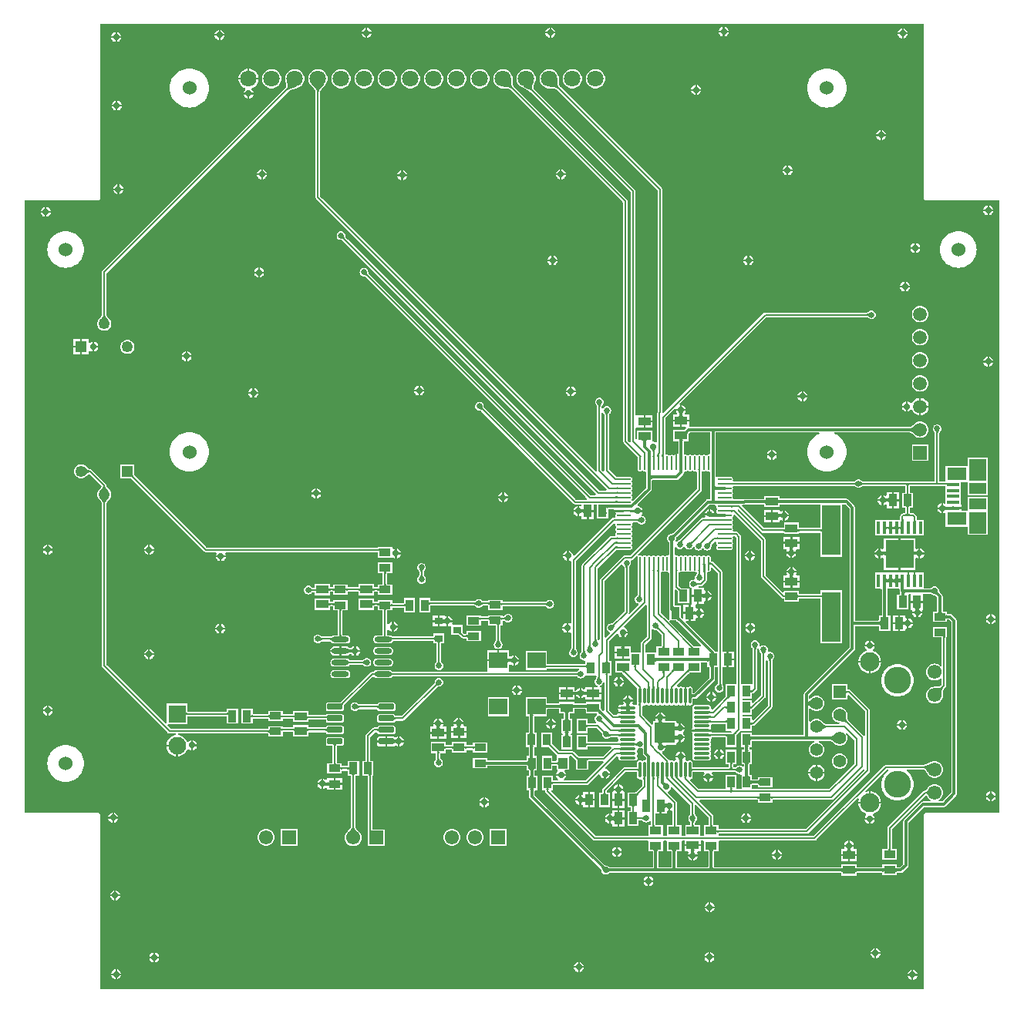
<source format=gbr>
%TF.GenerationSoftware,Altium Limited,Altium Designer,18.1.9 (240)*%
G04 Layer_Physical_Order=2*
G04 Layer_Color=16711680*
%FSLAX43Y43*%
%MOMM*%
%TF.FileFunction,Copper,L2,Bot,Signal*%
%TF.Part,Single*%
G01*
G75*
%TA.AperFunction,SMDPad,CuDef*%
%ADD13R,1.300X0.850*%
%ADD14R,0.850X1.300*%
%ADD16R,1.350X0.950*%
%TA.AperFunction,Conductor*%
%ADD18C,0.200*%
%ADD19C,0.300*%
%TA.AperFunction,ComponentPad*%
%ADD20C,1.250*%
%ADD21R,1.250X1.250*%
%ADD22C,1.550*%
%ADD23R,1.400X1.400*%
%ADD24C,1.400*%
%ADD25C,2.100*%
%ADD26C,2.950*%
%ADD27C,1.500*%
%ADD28R,1.500X1.500*%
%ADD29R,1.550X1.550*%
%TA.AperFunction,ViaPad*%
%ADD30C,1.524*%
%TA.AperFunction,ComponentPad*%
%ADD31C,1.950*%
%ADD32R,1.950X1.950*%
%ADD33C,1.800*%
%ADD34C,1.524*%
%TA.AperFunction,ViaPad*%
%ADD35C,0.700*%
%ADD36C,0.650*%
%TA.AperFunction,SMDPad,CuDef*%
%ADD37R,0.356X1.422*%
%ADD38R,3.099X3.099*%
%ADD39O,1.800X0.300*%
%ADD40O,0.300X1.800*%
%ADD41R,2.200X2.200*%
%ADD42R,0.950X1.350*%
%ADD43R,0.900X0.800*%
%ADD44O,1.900X0.600*%
%ADD45R,2.000X1.800*%
%ADD46R,1.100X1.200*%
%ADD47O,1.550X0.250*%
%ADD48O,0.250X1.550*%
%TA.AperFunction,ConnectorPad*%
%ADD49R,1.380X0.450*%
%ADD50R,2.100X1.475*%
%ADD51R,1.900X2.375*%
%ADD52R,1.900X1.175*%
%TA.AperFunction,SMDPad,CuDef*%
%ADD53R,2.000X5.500*%
G04:AMPARAMS|DCode=54|XSize=0.65mm|YSize=1.65mm|CornerRadius=0.049mm|HoleSize=0mm|Usage=FLASHONLY|Rotation=90.000|XOffset=0mm|YOffset=0mm|HoleType=Round|Shape=RoundedRectangle|*
%AMROUNDEDRECTD54*
21,1,0.650,1.553,0,0,90.0*
21,1,0.553,1.650,0,0,90.0*
1,1,0.098,0.776,0.276*
1,1,0.098,0.776,-0.276*
1,1,0.098,-0.776,-0.276*
1,1,0.098,-0.776,0.276*
%
%ADD54ROUNDEDRECTD54*%
G36*
X124459Y112700D02*
X124482Y112583D01*
X124549Y112484D01*
X124648Y112417D01*
X124765Y112394D01*
X132794D01*
Y45086D01*
X124765D01*
X124648Y45063D01*
X124549Y44996D01*
X124482Y44897D01*
X124459Y44780D01*
Y25706D01*
X34041D01*
Y44780D01*
X34018Y44897D01*
X33951Y44996D01*
X33852Y45063D01*
X33735Y45086D01*
X25706D01*
Y112394D01*
X33735D01*
X33852Y112417D01*
X33951Y112484D01*
X34018Y112583D01*
X34041Y112700D01*
Y131774D01*
X124459D01*
X124459Y112700D01*
D02*
G37*
%LPC*%
G36*
X102589Y131453D02*
Y131012D01*
X103031D01*
X103025Y131055D01*
X102969Y131189D01*
X102881Y131304D01*
X102766Y131392D01*
X102633Y131447D01*
X102589Y131453D01*
D02*
G37*
G36*
X102389D02*
X102345Y131447D01*
X102212Y131392D01*
X102097Y131304D01*
X102009Y131189D01*
X101953Y131055D01*
X101947Y131012D01*
X102389D01*
Y131453D01*
D02*
G37*
G36*
X83564Y131352D02*
Y130910D01*
X84006D01*
X84000Y130954D01*
X83945Y131087D01*
X83857Y131202D01*
X83742Y131290D01*
X83608Y131346D01*
X83564Y131352D01*
D02*
G37*
G36*
X83364D02*
X83321Y131346D01*
X83187Y131290D01*
X83072Y131202D01*
X82984Y131087D01*
X82929Y130954D01*
X82923Y130910D01*
X83364D01*
Y131352D01*
D02*
G37*
G36*
X63371Y131326D02*
Y130885D01*
X63813D01*
X63807Y130928D01*
X63752Y131062D01*
X63664Y131177D01*
X63549Y131265D01*
X63415Y131320D01*
X63371Y131326D01*
D02*
G37*
G36*
X63171D02*
X63128Y131320D01*
X62994Y131265D01*
X62879Y131177D01*
X62791Y131062D01*
X62736Y130928D01*
X62730Y130885D01*
X63171D01*
Y131326D01*
D02*
G37*
G36*
X122249Y131275D02*
Y130834D01*
X122690D01*
X122684Y130877D01*
X122629Y131011D01*
X122541Y131126D01*
X122426Y131214D01*
X122292Y131270D01*
X122249Y131275D01*
D02*
G37*
G36*
X122049D02*
X122005Y131270D01*
X121871Y131214D01*
X121756Y131126D01*
X121668Y131011D01*
X121613Y130877D01*
X121607Y130834D01*
X122049D01*
Y131275D01*
D02*
G37*
G36*
X47242Y131098D02*
Y130656D01*
X47684D01*
X47678Y130700D01*
X47623Y130833D01*
X47535Y130948D01*
X47420Y131036D01*
X47286Y131092D01*
X47242Y131098D01*
D02*
G37*
G36*
X47042D02*
X46999Y131092D01*
X46865Y131036D01*
X46750Y130948D01*
X46662Y130833D01*
X46607Y130700D01*
X46601Y130656D01*
X47042D01*
Y131098D01*
D02*
G37*
G36*
X35889Y130869D02*
Y130427D01*
X36330D01*
X36324Y130471D01*
X36269Y130605D01*
X36181Y130720D01*
X36066Y130808D01*
X35932Y130863D01*
X35889Y130869D01*
D02*
G37*
G36*
X35689D02*
X35645Y130863D01*
X35511Y130808D01*
X35396Y130720D01*
X35308Y130605D01*
X35253Y130471D01*
X35247Y130427D01*
X35689D01*
Y130869D01*
D02*
G37*
G36*
X103031Y130812D02*
X102589D01*
Y130370D01*
X102633Y130376D01*
X102766Y130431D01*
X102881Y130519D01*
X102969Y130634D01*
X103025Y130768D01*
X103031Y130812D01*
D02*
G37*
G36*
X102389D02*
X101947D01*
X101953Y130768D01*
X102009Y130634D01*
X102097Y130519D01*
X102212Y130431D01*
X102345Y130376D01*
X102389Y130370D01*
Y130812D01*
D02*
G37*
G36*
X84006Y130710D02*
X83564D01*
Y130268D01*
X83608Y130274D01*
X83742Y130330D01*
X83857Y130418D01*
X83945Y130533D01*
X84000Y130666D01*
X84006Y130710D01*
D02*
G37*
G36*
X83364D02*
X82923D01*
X82929Y130666D01*
X82984Y130533D01*
X83072Y130418D01*
X83187Y130330D01*
X83321Y130274D01*
X83364Y130268D01*
Y130710D01*
D02*
G37*
G36*
X63813Y130685D02*
X63371D01*
Y130243D01*
X63415Y130249D01*
X63549Y130304D01*
X63664Y130392D01*
X63752Y130507D01*
X63807Y130641D01*
X63813Y130685D01*
D02*
G37*
G36*
X63171D02*
X62730D01*
X62736Y130641D01*
X62791Y130507D01*
X62879Y130392D01*
X62994Y130304D01*
X63128Y130249D01*
X63171Y130243D01*
Y130685D01*
D02*
G37*
G36*
X122690Y130634D02*
X122249D01*
Y130192D01*
X122292Y130198D01*
X122426Y130253D01*
X122541Y130342D01*
X122629Y130456D01*
X122684Y130590D01*
X122690Y130634D01*
D02*
G37*
G36*
X122049D02*
X121607D01*
X121613Y130590D01*
X121668Y130456D01*
X121756Y130342D01*
X121871Y130253D01*
X122005Y130198D01*
X122049Y130192D01*
Y130634D01*
D02*
G37*
G36*
X47684Y130456D02*
X47242D01*
Y130014D01*
X47286Y130020D01*
X47420Y130076D01*
X47535Y130164D01*
X47623Y130279D01*
X47678Y130412D01*
X47684Y130456D01*
D02*
G37*
G36*
X47042D02*
X46601D01*
X46607Y130412D01*
X46662Y130279D01*
X46750Y130164D01*
X46865Y130076D01*
X46999Y130020D01*
X47042Y130014D01*
Y130456D01*
D02*
G37*
G36*
X36330Y130227D02*
X35889D01*
Y129786D01*
X35932Y129792D01*
X36066Y129847D01*
X36181Y129935D01*
X36269Y130050D01*
X36324Y130184D01*
X36330Y130227D01*
D02*
G37*
G36*
X35689D02*
X35247D01*
X35253Y130184D01*
X35308Y130050D01*
X35396Y129935D01*
X35511Y129847D01*
X35645Y129792D01*
X35689Y129786D01*
Y130227D01*
D02*
G37*
G36*
X50417Y126826D02*
Y125830D01*
X51413D01*
X51407Y125903D01*
X51367Y126071D01*
X51301Y126231D01*
X51210Y126379D01*
X51098Y126510D01*
X50966Y126623D01*
X50818Y126713D01*
X50658Y126779D01*
X50490Y126820D01*
X50417Y126826D01*
D02*
G37*
G36*
X50217D02*
X50145Y126820D01*
X49976Y126779D01*
X49816Y126713D01*
X49669Y126623D01*
X49537Y126510D01*
X49425Y126379D01*
X49334Y126231D01*
X49268Y126071D01*
X49228Y125903D01*
X49222Y125830D01*
X50217D01*
Y126826D01*
D02*
G37*
G36*
X88417Y126783D02*
X88253Y126770D01*
X88092Y126732D01*
X87939Y126668D01*
X87798Y126582D01*
X87673Y126475D01*
X87565Y126349D01*
X87479Y126208D01*
X87416Y126055D01*
X87377Y125895D01*
X87364Y125730D01*
X87377Y125565D01*
X87416Y125405D01*
X87479Y125252D01*
X87565Y125111D01*
X87673Y124985D01*
X87798Y124878D01*
X87939Y124792D01*
X88092Y124728D01*
X88253Y124690D01*
X88417Y124677D01*
X88582Y124690D01*
X88743Y124728D01*
X88896Y124792D01*
X89036Y124878D01*
X89162Y124985D01*
X89269Y125111D01*
X89356Y125252D01*
X89419Y125405D01*
X89458Y125565D01*
X89471Y125730D01*
X89458Y125895D01*
X89419Y126055D01*
X89356Y126208D01*
X89269Y126349D01*
X89162Y126475D01*
X89036Y126582D01*
X88896Y126668D01*
X88743Y126732D01*
X88582Y126770D01*
X88417Y126783D01*
D02*
G37*
G36*
X85877D02*
X85713Y126770D01*
X85552Y126732D01*
X85399Y126668D01*
X85258Y126582D01*
X85133Y126475D01*
X85025Y126349D01*
X84939Y126208D01*
X84876Y126055D01*
X84837Y125895D01*
X84824Y125730D01*
X84837Y125565D01*
X84876Y125405D01*
X84939Y125252D01*
X85025Y125111D01*
X85133Y124985D01*
X85258Y124878D01*
X85399Y124792D01*
X85552Y124728D01*
X85713Y124690D01*
X85877Y124677D01*
X86042Y124690D01*
X86203Y124728D01*
X86356Y124792D01*
X86496Y124878D01*
X86622Y124985D01*
X86729Y125111D01*
X86816Y125252D01*
X86879Y125405D01*
X86918Y125565D01*
X86931Y125730D01*
X86918Y125895D01*
X86879Y126055D01*
X86816Y126208D01*
X86729Y126349D01*
X86622Y126475D01*
X86496Y126582D01*
X86356Y126668D01*
X86203Y126732D01*
X86042Y126770D01*
X85877Y126783D01*
D02*
G37*
G36*
X75717D02*
X75553Y126770D01*
X75392Y126732D01*
X75239Y126668D01*
X75098Y126582D01*
X74973Y126475D01*
X74865Y126349D01*
X74779Y126208D01*
X74716Y126055D01*
X74677Y125895D01*
X74664Y125730D01*
X74677Y125565D01*
X74716Y125405D01*
X74779Y125252D01*
X74865Y125111D01*
X74973Y124985D01*
X75098Y124878D01*
X75239Y124792D01*
X75392Y124728D01*
X75553Y124690D01*
X75717Y124677D01*
X75882Y124690D01*
X76043Y124728D01*
X76196Y124792D01*
X76336Y124878D01*
X76462Y124985D01*
X76569Y125111D01*
X76656Y125252D01*
X76719Y125405D01*
X76758Y125565D01*
X76771Y125730D01*
X76758Y125895D01*
X76719Y126055D01*
X76656Y126208D01*
X76569Y126349D01*
X76462Y126475D01*
X76336Y126582D01*
X76196Y126668D01*
X76043Y126732D01*
X75882Y126770D01*
X75717Y126783D01*
D02*
G37*
G36*
X73177D02*
X73013Y126770D01*
X72852Y126732D01*
X72699Y126668D01*
X72558Y126582D01*
X72433Y126475D01*
X72325Y126349D01*
X72239Y126208D01*
X72176Y126055D01*
X72137Y125895D01*
X72124Y125730D01*
X72137Y125565D01*
X72176Y125405D01*
X72239Y125252D01*
X72325Y125111D01*
X72433Y124985D01*
X72558Y124878D01*
X72699Y124792D01*
X72852Y124728D01*
X73013Y124690D01*
X73177Y124677D01*
X73342Y124690D01*
X73503Y124728D01*
X73656Y124792D01*
X73796Y124878D01*
X73922Y124985D01*
X74029Y125111D01*
X74116Y125252D01*
X74179Y125405D01*
X74218Y125565D01*
X74231Y125730D01*
X74218Y125895D01*
X74179Y126055D01*
X74116Y126208D01*
X74029Y126349D01*
X73922Y126475D01*
X73796Y126582D01*
X73656Y126668D01*
X73503Y126732D01*
X73342Y126770D01*
X73177Y126783D01*
D02*
G37*
G36*
X70637D02*
X70473Y126770D01*
X70312Y126732D01*
X70159Y126668D01*
X70018Y126582D01*
X69893Y126475D01*
X69785Y126349D01*
X69699Y126208D01*
X69636Y126055D01*
X69597Y125895D01*
X69584Y125730D01*
X69597Y125565D01*
X69636Y125405D01*
X69699Y125252D01*
X69785Y125111D01*
X69893Y124985D01*
X70018Y124878D01*
X70159Y124792D01*
X70312Y124728D01*
X70473Y124690D01*
X70637Y124677D01*
X70802Y124690D01*
X70963Y124728D01*
X71116Y124792D01*
X71256Y124878D01*
X71382Y124985D01*
X71489Y125111D01*
X71576Y125252D01*
X71639Y125405D01*
X71678Y125565D01*
X71691Y125730D01*
X71678Y125895D01*
X71639Y126055D01*
X71576Y126208D01*
X71489Y126349D01*
X71382Y126475D01*
X71256Y126582D01*
X71116Y126668D01*
X70963Y126732D01*
X70802Y126770D01*
X70637Y126783D01*
D02*
G37*
G36*
X68097D02*
X67933Y126770D01*
X67772Y126732D01*
X67619Y126668D01*
X67478Y126582D01*
X67353Y126475D01*
X67245Y126349D01*
X67159Y126208D01*
X67096Y126055D01*
X67057Y125895D01*
X67044Y125730D01*
X67057Y125565D01*
X67096Y125405D01*
X67159Y125252D01*
X67245Y125111D01*
X67353Y124985D01*
X67478Y124878D01*
X67619Y124792D01*
X67772Y124728D01*
X67933Y124690D01*
X68097Y124677D01*
X68262Y124690D01*
X68423Y124728D01*
X68576Y124792D01*
X68716Y124878D01*
X68842Y124985D01*
X68949Y125111D01*
X69036Y125252D01*
X69099Y125405D01*
X69138Y125565D01*
X69151Y125730D01*
X69138Y125895D01*
X69099Y126055D01*
X69036Y126208D01*
X68949Y126349D01*
X68842Y126475D01*
X68716Y126582D01*
X68576Y126668D01*
X68423Y126732D01*
X68262Y126770D01*
X68097Y126783D01*
D02*
G37*
G36*
X65557D02*
X65393Y126770D01*
X65232Y126732D01*
X65079Y126668D01*
X64938Y126582D01*
X64813Y126475D01*
X64705Y126349D01*
X64619Y126208D01*
X64556Y126055D01*
X64517Y125895D01*
X64504Y125730D01*
X64517Y125565D01*
X64556Y125405D01*
X64619Y125252D01*
X64705Y125111D01*
X64813Y124985D01*
X64938Y124878D01*
X65079Y124792D01*
X65232Y124728D01*
X65393Y124690D01*
X65557Y124677D01*
X65722Y124690D01*
X65883Y124728D01*
X66036Y124792D01*
X66176Y124878D01*
X66302Y124985D01*
X66409Y125111D01*
X66496Y125252D01*
X66559Y125405D01*
X66598Y125565D01*
X66611Y125730D01*
X66598Y125895D01*
X66559Y126055D01*
X66496Y126208D01*
X66409Y126349D01*
X66302Y126475D01*
X66176Y126582D01*
X66036Y126668D01*
X65883Y126732D01*
X65722Y126770D01*
X65557Y126783D01*
D02*
G37*
G36*
X63017D02*
X62853Y126770D01*
X62692Y126732D01*
X62539Y126668D01*
X62398Y126582D01*
X62273Y126475D01*
X62165Y126349D01*
X62079Y126208D01*
X62016Y126055D01*
X61977Y125895D01*
X61964Y125730D01*
X61977Y125565D01*
X62016Y125405D01*
X62079Y125252D01*
X62165Y125111D01*
X62273Y124985D01*
X62398Y124878D01*
X62539Y124792D01*
X62692Y124728D01*
X62853Y124690D01*
X63017Y124677D01*
X63182Y124690D01*
X63343Y124728D01*
X63496Y124792D01*
X63636Y124878D01*
X63762Y124985D01*
X63869Y125111D01*
X63956Y125252D01*
X64019Y125405D01*
X64058Y125565D01*
X64071Y125730D01*
X64058Y125895D01*
X64019Y126055D01*
X63956Y126208D01*
X63869Y126349D01*
X63762Y126475D01*
X63636Y126582D01*
X63496Y126668D01*
X63343Y126732D01*
X63182Y126770D01*
X63017Y126783D01*
D02*
G37*
G36*
X60477D02*
X60313Y126770D01*
X60152Y126732D01*
X59999Y126668D01*
X59858Y126582D01*
X59733Y126475D01*
X59625Y126349D01*
X59539Y126208D01*
X59476Y126055D01*
X59437Y125895D01*
X59424Y125730D01*
X59437Y125565D01*
X59476Y125405D01*
X59539Y125252D01*
X59625Y125111D01*
X59733Y124985D01*
X59858Y124878D01*
X59999Y124792D01*
X60152Y124728D01*
X60313Y124690D01*
X60477Y124677D01*
X60642Y124690D01*
X60803Y124728D01*
X60956Y124792D01*
X61096Y124878D01*
X61222Y124985D01*
X61329Y125111D01*
X61416Y125252D01*
X61479Y125405D01*
X61518Y125565D01*
X61531Y125730D01*
X61518Y125895D01*
X61479Y126055D01*
X61416Y126208D01*
X61329Y126349D01*
X61222Y126475D01*
X61096Y126582D01*
X60956Y126668D01*
X60803Y126732D01*
X60642Y126770D01*
X60477Y126783D01*
D02*
G37*
G36*
X52857D02*
X52693Y126770D01*
X52532Y126732D01*
X52379Y126668D01*
X52238Y126582D01*
X52113Y126475D01*
X52005Y126349D01*
X51919Y126208D01*
X51856Y126055D01*
X51817Y125895D01*
X51804Y125730D01*
X51817Y125565D01*
X51856Y125405D01*
X51919Y125252D01*
X52005Y125111D01*
X52113Y124985D01*
X52238Y124878D01*
X52379Y124792D01*
X52532Y124728D01*
X52693Y124690D01*
X52857Y124677D01*
X53022Y124690D01*
X53183Y124728D01*
X53336Y124792D01*
X53476Y124878D01*
X53602Y124985D01*
X53709Y125111D01*
X53796Y125252D01*
X53859Y125405D01*
X53898Y125565D01*
X53911Y125730D01*
X53898Y125895D01*
X53859Y126055D01*
X53796Y126208D01*
X53709Y126349D01*
X53602Y126475D01*
X53476Y126582D01*
X53336Y126668D01*
X53183Y126732D01*
X53022Y126770D01*
X52857Y126783D01*
D02*
G37*
G36*
X99566Y125052D02*
Y124611D01*
X100008D01*
X100002Y124654D01*
X99947Y124788D01*
X99859Y124903D01*
X99744Y124991D01*
X99610Y125047D01*
X99566Y125052D01*
D02*
G37*
G36*
X99366D02*
X99323Y125047D01*
X99189Y124991D01*
X99074Y124903D01*
X98986Y124788D01*
X98931Y124654D01*
X98925Y124611D01*
X99366D01*
Y125052D01*
D02*
G37*
G36*
X51413Y125630D02*
X49222D01*
X49228Y125557D01*
X49268Y125389D01*
X49334Y125229D01*
X49425Y125081D01*
X49537Y124950D01*
X49669Y124837D01*
X49816Y124747D01*
X49939Y124696D01*
X49971Y124588D01*
X49967Y124529D01*
X49925Y124497D01*
X49837Y124382D01*
X49782Y124248D01*
X49776Y124204D01*
X50859D01*
X50853Y124248D01*
X50798Y124382D01*
X50710Y124497D01*
X50668Y124529D01*
X50664Y124588D01*
X50696Y124696D01*
X50818Y124747D01*
X50966Y124837D01*
X51098Y124950D01*
X51210Y125081D01*
X51301Y125229D01*
X51367Y125389D01*
X51407Y125557D01*
X51413Y125630D01*
D02*
G37*
G36*
X100008Y124411D02*
X99566D01*
Y123969D01*
X99610Y123975D01*
X99744Y124030D01*
X99859Y124119D01*
X99947Y124233D01*
X100002Y124367D01*
X100008Y124411D01*
D02*
G37*
G36*
X99366D02*
X98925D01*
X98931Y124367D01*
X98986Y124233D01*
X99074Y124119D01*
X99189Y124030D01*
X99323Y123975D01*
X99366Y123969D01*
Y124411D01*
D02*
G37*
G36*
X50859Y124004D02*
X50417D01*
Y123563D01*
X50461Y123569D01*
X50595Y123624D01*
X50710Y123712D01*
X50798Y123827D01*
X50853Y123961D01*
X50859Y124004D01*
D02*
G37*
G36*
X50217D02*
X49776D01*
X49782Y123961D01*
X49837Y123827D01*
X49925Y123712D01*
X50040Y123624D01*
X50174Y123569D01*
X50217Y123563D01*
Y124004D01*
D02*
G37*
G36*
X35939Y123325D02*
Y122884D01*
X36381D01*
X36375Y122927D01*
X36320Y123061D01*
X36232Y123176D01*
X36117Y123264D01*
X35983Y123319D01*
X35939Y123325D01*
D02*
G37*
G36*
X35739D02*
X35696Y123319D01*
X35562Y123264D01*
X35447Y123176D01*
X35359Y123061D01*
X35304Y122927D01*
X35298Y122884D01*
X35739D01*
Y123325D01*
D02*
G37*
G36*
X113817Y126885D02*
X113536Y126866D01*
X113260Y126811D01*
X112993Y126721D01*
X112740Y126596D01*
X112506Y126439D01*
X112294Y126254D01*
X112108Y126042D01*
X111951Y125807D01*
X111827Y125555D01*
X111736Y125288D01*
X111681Y125011D01*
X111663Y124730D01*
X111681Y124449D01*
X111736Y124172D01*
X111827Y123905D01*
X111951Y123653D01*
X112108Y123418D01*
X112294Y123206D01*
X112506Y123021D01*
X112740Y122864D01*
X112993Y122739D01*
X113260Y122649D01*
X113536Y122594D01*
X113817Y122575D01*
X114099Y122594D01*
X114375Y122649D01*
X114642Y122739D01*
X114895Y122864D01*
X115129Y123021D01*
X115341Y123206D01*
X115527Y123418D01*
X115683Y123653D01*
X115808Y123905D01*
X115899Y124172D01*
X115954Y124449D01*
X115972Y124730D01*
X115954Y125011D01*
X115899Y125288D01*
X115808Y125555D01*
X115683Y125807D01*
X115527Y126042D01*
X115341Y126254D01*
X115129Y126439D01*
X114895Y126596D01*
X114642Y126721D01*
X114375Y126811D01*
X114099Y126866D01*
X113817Y126885D01*
D02*
G37*
G36*
X43817D02*
X43536Y126866D01*
X43260Y126811D01*
X42993Y126721D01*
X42740Y126596D01*
X42506Y126439D01*
X42294Y126254D01*
X42108Y126042D01*
X41951Y125807D01*
X41827Y125555D01*
X41736Y125288D01*
X41681Y125011D01*
X41663Y124730D01*
X41681Y124449D01*
X41736Y124172D01*
X41827Y123905D01*
X41951Y123653D01*
X42108Y123418D01*
X42294Y123206D01*
X42506Y123021D01*
X42740Y122864D01*
X42993Y122739D01*
X43260Y122649D01*
X43536Y122594D01*
X43817Y122575D01*
X44099Y122594D01*
X44375Y122649D01*
X44642Y122739D01*
X44895Y122864D01*
X45129Y123021D01*
X45341Y123206D01*
X45527Y123418D01*
X45683Y123653D01*
X45808Y123905D01*
X45899Y124172D01*
X45954Y124449D01*
X45972Y124730D01*
X45954Y125011D01*
X45899Y125288D01*
X45808Y125555D01*
X45683Y125807D01*
X45527Y126042D01*
X45341Y126254D01*
X45129Y126439D01*
X44895Y126596D01*
X44642Y126721D01*
X44375Y126811D01*
X44099Y126866D01*
X43817Y126885D01*
D02*
G37*
G36*
X36381Y122684D02*
X35939D01*
Y122242D01*
X35983Y122248D01*
X36117Y122303D01*
X36232Y122391D01*
X36320Y122506D01*
X36375Y122640D01*
X36381Y122684D01*
D02*
G37*
G36*
X35739D02*
X35298D01*
X35304Y122640D01*
X35359Y122506D01*
X35447Y122391D01*
X35562Y122303D01*
X35696Y122248D01*
X35739Y122242D01*
Y122684D01*
D02*
G37*
G36*
X119876Y120074D02*
Y119632D01*
X120318D01*
X120312Y119676D01*
X120257Y119810D01*
X120168Y119925D01*
X120054Y120013D01*
X119920Y120068D01*
X119876Y120074D01*
D02*
G37*
G36*
X119676D02*
X119633Y120068D01*
X119499Y120013D01*
X119384Y119925D01*
X119296Y119810D01*
X119240Y119676D01*
X119235Y119632D01*
X119676D01*
Y120074D01*
D02*
G37*
G36*
X120318Y119432D02*
X119876D01*
Y118991D01*
X119920Y118997D01*
X120054Y119052D01*
X120168Y119140D01*
X120257Y119255D01*
X120312Y119389D01*
X120318Y119432D01*
D02*
G37*
G36*
X119676D02*
X119235D01*
X119240Y119389D01*
X119296Y119255D01*
X119384Y119140D01*
X119499Y119052D01*
X119633Y118997D01*
X119676Y118991D01*
Y119432D01*
D02*
G37*
G36*
X109599Y116213D02*
Y115772D01*
X110041D01*
X110035Y115815D01*
X109980Y115949D01*
X109892Y116064D01*
X109777Y116152D01*
X109643Y116207D01*
X109599Y116213D01*
D02*
G37*
G36*
X109399D02*
X109356Y116207D01*
X109222Y116152D01*
X109107Y116064D01*
X109019Y115949D01*
X108964Y115815D01*
X108958Y115772D01*
X109399D01*
Y116213D01*
D02*
G37*
G36*
X84707Y115781D02*
Y115340D01*
X85149D01*
X85143Y115383D01*
X85088Y115517D01*
X85000Y115632D01*
X84885Y115720D01*
X84751Y115776D01*
X84707Y115781D01*
D02*
G37*
G36*
X84507D02*
X84464Y115776D01*
X84330Y115720D01*
X84215Y115632D01*
X84127Y115517D01*
X84072Y115383D01*
X84066Y115340D01*
X84507D01*
Y115781D01*
D02*
G37*
G36*
X51891D02*
Y115340D01*
X52332D01*
X52326Y115383D01*
X52271Y115517D01*
X52183Y115632D01*
X52068Y115720D01*
X51934Y115776D01*
X51891Y115781D01*
D02*
G37*
G36*
X51691D02*
X51647Y115776D01*
X51513Y115720D01*
X51398Y115632D01*
X51310Y115517D01*
X51255Y115383D01*
X51249Y115340D01*
X51691D01*
Y115781D01*
D02*
G37*
G36*
X67283Y115680D02*
Y115238D01*
X67725D01*
X67719Y115282D01*
X67663Y115416D01*
X67575Y115530D01*
X67460Y115619D01*
X67327Y115674D01*
X67283Y115680D01*
D02*
G37*
G36*
X67083D02*
X67039Y115674D01*
X66906Y115619D01*
X66791Y115530D01*
X66703Y115416D01*
X66647Y115282D01*
X66641Y115238D01*
X67083D01*
Y115680D01*
D02*
G37*
G36*
X110041Y115572D02*
X109599D01*
Y115130D01*
X109643Y115136D01*
X109777Y115191D01*
X109892Y115279D01*
X109980Y115394D01*
X110035Y115528D01*
X110041Y115572D01*
D02*
G37*
G36*
X109399D02*
X108958D01*
X108964Y115528D01*
X109019Y115394D01*
X109107Y115279D01*
X109222Y115191D01*
X109356Y115136D01*
X109399Y115130D01*
Y115572D01*
D02*
G37*
G36*
X85149Y115140D02*
X84707D01*
Y114698D01*
X84751Y114704D01*
X84885Y114759D01*
X85000Y114848D01*
X85088Y114962D01*
X85143Y115096D01*
X85149Y115140D01*
D02*
G37*
G36*
X84507D02*
X84066D01*
X84072Y115096D01*
X84127Y114962D01*
X84215Y114848D01*
X84330Y114759D01*
X84464Y114704D01*
X84507Y114698D01*
Y115140D01*
D02*
G37*
G36*
X52332D02*
X51891D01*
Y114698D01*
X51934Y114704D01*
X52068Y114759D01*
X52183Y114848D01*
X52271Y114962D01*
X52326Y115096D01*
X52332Y115140D01*
D02*
G37*
G36*
X51691D02*
X51249D01*
X51255Y115096D01*
X51310Y114962D01*
X51398Y114848D01*
X51513Y114759D01*
X51647Y114704D01*
X51691Y114698D01*
Y115140D01*
D02*
G37*
G36*
X67725Y115038D02*
X67283D01*
Y114597D01*
X67327Y114602D01*
X67460Y114658D01*
X67575Y114746D01*
X67663Y114861D01*
X67719Y114995D01*
X67725Y115038D01*
D02*
G37*
G36*
X67083D02*
X66641D01*
X66647Y114995D01*
X66703Y114861D01*
X66791Y114746D01*
X66906Y114658D01*
X67039Y114602D01*
X67083Y114597D01*
Y115038D01*
D02*
G37*
G36*
X36117Y114130D02*
Y113689D01*
X36559D01*
X36553Y113732D01*
X36498Y113866D01*
X36409Y113981D01*
X36295Y114069D01*
X36161Y114125D01*
X36117Y114130D01*
D02*
G37*
G36*
X35917D02*
X35874Y114125D01*
X35740Y114069D01*
X35625Y113981D01*
X35537Y113866D01*
X35481Y113732D01*
X35476Y113689D01*
X35917D01*
Y114130D01*
D02*
G37*
G36*
X36559Y113489D02*
X36117D01*
Y113047D01*
X36161Y113053D01*
X36295Y113108D01*
X36409Y113197D01*
X36498Y113311D01*
X36553Y113445D01*
X36559Y113489D01*
D02*
G37*
G36*
X35917D02*
X35476D01*
X35481Y113445D01*
X35537Y113311D01*
X35625Y113197D01*
X35740Y113108D01*
X35874Y113053D01*
X35917Y113047D01*
Y113489D01*
D02*
G37*
G36*
X131647Y111819D02*
Y111377D01*
X132088D01*
X132082Y111421D01*
X132027Y111555D01*
X131939Y111670D01*
X131824Y111758D01*
X131690Y111813D01*
X131647Y111819D01*
D02*
G37*
G36*
X131447D02*
X131403Y111813D01*
X131269Y111758D01*
X131154Y111670D01*
X131066Y111555D01*
X131011Y111421D01*
X131005Y111377D01*
X131447D01*
Y111819D01*
D02*
G37*
G36*
X28142Y111641D02*
Y111200D01*
X28583D01*
X28577Y111243D01*
X28522Y111377D01*
X28434Y111492D01*
X28319Y111580D01*
X28185Y111635D01*
X28142Y111641D01*
D02*
G37*
G36*
X27942D02*
X27898Y111635D01*
X27764Y111580D01*
X27649Y111492D01*
X27561Y111377D01*
X27506Y111243D01*
X27500Y111200D01*
X27942D01*
Y111641D01*
D02*
G37*
G36*
X132088Y111177D02*
X131647D01*
Y110736D01*
X131690Y110742D01*
X131824Y110797D01*
X131939Y110885D01*
X132027Y111000D01*
X132082Y111134D01*
X132088Y111177D01*
D02*
G37*
G36*
X131447D02*
X131005D01*
X131011Y111134D01*
X131066Y111000D01*
X131154Y110885D01*
X131269Y110797D01*
X131403Y110742D01*
X131447Y110736D01*
Y111177D01*
D02*
G37*
G36*
X28583Y111000D02*
X28142D01*
Y110558D01*
X28185Y110564D01*
X28319Y110619D01*
X28434Y110707D01*
X28522Y110822D01*
X28577Y110956D01*
X28583Y111000D01*
D02*
G37*
G36*
X27942D02*
X27500D01*
X27506Y110956D01*
X27561Y110822D01*
X27649Y110707D01*
X27764Y110619D01*
X27898Y110564D01*
X27942Y110558D01*
Y111000D01*
D02*
G37*
G36*
X123620Y107679D02*
Y107237D01*
X124062D01*
X124056Y107281D01*
X124001Y107415D01*
X123912Y107529D01*
X123798Y107618D01*
X123664Y107673D01*
X123620Y107679D01*
D02*
G37*
G36*
X123420D02*
X123377Y107673D01*
X123243Y107618D01*
X123128Y107529D01*
X123040Y107415D01*
X122984Y107281D01*
X122979Y107237D01*
X123420D01*
Y107679D01*
D02*
G37*
G36*
X124062Y107037D02*
X123620D01*
Y106596D01*
X123664Y106601D01*
X123798Y106657D01*
X123912Y106745D01*
X124001Y106860D01*
X124056Y106994D01*
X124062Y107037D01*
D02*
G37*
G36*
X123420D02*
X122979D01*
X122984Y106994D01*
X123040Y106860D01*
X123128Y106745D01*
X123243Y106657D01*
X123377Y106601D01*
X123420Y106596D01*
Y107037D01*
D02*
G37*
G36*
X105307Y106307D02*
Y105866D01*
X105748D01*
X105743Y105909D01*
X105687Y106043D01*
X105599Y106158D01*
X105484Y106246D01*
X105350Y106301D01*
X105307Y106307D01*
D02*
G37*
G36*
X105107D02*
X105063Y106301D01*
X104929Y106246D01*
X104815Y106158D01*
X104726Y106043D01*
X104671Y105909D01*
X104665Y105866D01*
X105107D01*
Y106307D01*
D02*
G37*
G36*
X83793D02*
Y105866D01*
X84235D01*
X84229Y105909D01*
X84173Y106043D01*
X84085Y106158D01*
X83970Y106246D01*
X83837Y106301D01*
X83793Y106307D01*
D02*
G37*
G36*
X83593D02*
X83549Y106301D01*
X83416Y106246D01*
X83301Y106158D01*
X83213Y106043D01*
X83157Y105909D01*
X83151Y105866D01*
X83593D01*
Y106307D01*
D02*
G37*
G36*
X105748Y105666D02*
X105307D01*
Y105224D01*
X105350Y105230D01*
X105484Y105285D01*
X105599Y105373D01*
X105687Y105488D01*
X105743Y105622D01*
X105748Y105666D01*
D02*
G37*
G36*
X105107D02*
X104665D01*
X104671Y105622D01*
X104726Y105488D01*
X104815Y105373D01*
X104929Y105285D01*
X105063Y105230D01*
X105107Y105224D01*
Y105666D01*
D02*
G37*
G36*
X84235D02*
X83793D01*
Y105224D01*
X83837Y105230D01*
X83970Y105285D01*
X84085Y105373D01*
X84173Y105488D01*
X84229Y105622D01*
X84235Y105666D01*
D02*
G37*
G36*
X83593D02*
X83151D01*
X83157Y105622D01*
X83213Y105488D01*
X83301Y105373D01*
X83416Y105285D01*
X83549Y105230D01*
X83593Y105224D01*
Y105666D01*
D02*
G37*
G36*
X30250Y109004D02*
X29986Y108987D01*
X29727Y108935D01*
X29477Y108850D01*
X29240Y108734D01*
X29021Y108587D01*
X28822Y108413D01*
X28648Y108214D01*
X28501Y107994D01*
X28384Y107758D01*
X28299Y107507D01*
X28248Y107248D01*
X28231Y106985D01*
X28248Y106721D01*
X28299Y106462D01*
X28384Y106212D01*
X28501Y105975D01*
X28648Y105756D01*
X28822Y105557D01*
X29021Y105383D01*
X29240Y105236D01*
X29477Y105119D01*
X29727Y105034D01*
X29986Y104983D01*
X30250Y104965D01*
X30514Y104983D01*
X30773Y105034D01*
X31023Y105119D01*
X31260Y105236D01*
X31479Y105383D01*
X31678Y105557D01*
X31852Y105756D01*
X31999Y105975D01*
X32116Y106212D01*
X32201Y106462D01*
X32252Y106721D01*
X32269Y106985D01*
X32252Y107248D01*
X32201Y107507D01*
X32116Y107758D01*
X31999Y107994D01*
X31852Y108214D01*
X31678Y108413D01*
X31479Y108587D01*
X31260Y108734D01*
X31023Y108850D01*
X30773Y108935D01*
X30514Y108987D01*
X30250Y109004D01*
D02*
G37*
G36*
X128250Y108999D02*
X127986Y108982D01*
X127727Y108931D01*
X127477Y108846D01*
X127240Y108729D01*
X127021Y108582D01*
X126822Y108408D01*
X126648Y108209D01*
X126501Y107990D01*
X126384Y107753D01*
X126299Y107503D01*
X126248Y107244D01*
X126231Y106980D01*
X126248Y106716D01*
X126299Y106457D01*
X126384Y106207D01*
X126501Y105970D01*
X126648Y105751D01*
X126822Y105552D01*
X127021Y105378D01*
X127240Y105231D01*
X127477Y105114D01*
X127727Y105029D01*
X127986Y104978D01*
X128250Y104961D01*
X128514Y104978D01*
X128773Y105029D01*
X129023Y105114D01*
X129260Y105231D01*
X129479Y105378D01*
X129678Y105552D01*
X129852Y105751D01*
X129999Y105970D01*
X130116Y106207D01*
X130201Y106457D01*
X130252Y106716D01*
X130269Y106980D01*
X130252Y107244D01*
X130201Y107503D01*
X130116Y107753D01*
X129999Y107990D01*
X129852Y108209D01*
X129678Y108408D01*
X129479Y108582D01*
X129260Y108729D01*
X129023Y108846D01*
X128773Y108931D01*
X128514Y108982D01*
X128250Y108999D01*
D02*
G37*
G36*
X51586Y104986D02*
Y104545D01*
X52027D01*
X52022Y104588D01*
X51966Y104722D01*
X51878Y104837D01*
X51763Y104925D01*
X51629Y104981D01*
X51586Y104986D01*
D02*
G37*
G36*
X51386D02*
X51342Y104981D01*
X51208Y104925D01*
X51094Y104837D01*
X51005Y104722D01*
X50950Y104588D01*
X50944Y104545D01*
X51386D01*
Y104986D01*
D02*
G37*
G36*
X52027Y104345D02*
X51586D01*
Y103903D01*
X51629Y103909D01*
X51763Y103964D01*
X51878Y104053D01*
X51966Y104167D01*
X52022Y104301D01*
X52027Y104345D01*
D02*
G37*
G36*
X51386D02*
X50944D01*
X50950Y104301D01*
X51005Y104167D01*
X51094Y104053D01*
X51208Y103964D01*
X51342Y103909D01*
X51386Y103903D01*
Y104345D01*
D02*
G37*
G36*
X122501Y103437D02*
Y102995D01*
X122942D01*
X122937Y103039D01*
X122881Y103173D01*
X122793Y103288D01*
X122678Y103376D01*
X122544Y103431D01*
X122501Y103437D01*
D02*
G37*
G36*
X122301D02*
X122257Y103431D01*
X122123Y103376D01*
X122009Y103288D01*
X121920Y103173D01*
X121865Y103039D01*
X121859Y102995D01*
X122301D01*
Y103437D01*
D02*
G37*
G36*
X122942Y102795D02*
X122501D01*
Y102354D01*
X122544Y102360D01*
X122678Y102415D01*
X122793Y102503D01*
X122881Y102618D01*
X122937Y102752D01*
X122942Y102795D01*
D02*
G37*
G36*
X122301D02*
X121859D01*
X121865Y102752D01*
X121920Y102618D01*
X122009Y102503D01*
X122123Y102415D01*
X122257Y102360D01*
X122301Y102354D01*
Y102795D01*
D02*
G37*
G36*
X124054Y100777D02*
X123877Y100760D01*
X123708Y100708D01*
X123551Y100625D01*
X123414Y100512D01*
X123302Y100375D01*
X123218Y100219D01*
X123167Y100049D01*
X123149Y99873D01*
X123167Y99696D01*
X123218Y99527D01*
X123302Y99370D01*
X123414Y99233D01*
X123551Y99121D01*
X123708Y99037D01*
X123877Y98986D01*
X124054Y98968D01*
X124230Y98986D01*
X124400Y99037D01*
X124556Y99121D01*
X124693Y99233D01*
X124806Y99370D01*
X124889Y99527D01*
X124941Y99696D01*
X124958Y99873D01*
X124941Y100049D01*
X124889Y100219D01*
X124806Y100375D01*
X124693Y100512D01*
X124556Y100625D01*
X124400Y100708D01*
X124230Y100760D01*
X124054Y100777D01*
D02*
G37*
G36*
X55397Y126783D02*
X55233Y126770D01*
X55072Y126732D01*
X54919Y126668D01*
X54778Y126582D01*
X54653Y126475D01*
X54545Y126349D01*
X54459Y126208D01*
X54396Y126055D01*
X54357Y125895D01*
X54344Y125730D01*
X54357Y125565D01*
X54382Y125463D01*
X54382Y125450D01*
X54413Y125331D01*
X54435Y125224D01*
X54449Y125127D01*
X54455Y125040D01*
X54454Y124963D01*
X54447Y124898D01*
X54434Y124843D01*
X54417Y124798D01*
X54396Y124762D01*
X54382Y124745D01*
X34288Y104650D01*
X34232Y104568D01*
X34213Y104470D01*
Y99788D01*
X34213Y99786D01*
X34207Y99758D01*
X34195Y99725D01*
X34178Y99687D01*
X34153Y99644D01*
X34122Y99597D01*
X34084Y99547D01*
X33982Y99431D01*
X33924Y99372D01*
X33917Y99366D01*
X33820Y99248D01*
X33748Y99114D01*
X33704Y98968D01*
X33689Y98816D01*
X33704Y98664D01*
X33748Y98518D01*
X33820Y98383D01*
X33917Y98265D01*
X34035Y98168D01*
X34170Y98096D01*
X34316Y98052D01*
X34468Y98037D01*
X34620Y98052D01*
X34766Y98096D01*
X34900Y98168D01*
X35018Y98265D01*
X35115Y98383D01*
X35187Y98518D01*
X35232Y98664D01*
X35247Y98816D01*
X35232Y98968D01*
X35187Y99114D01*
X35115Y99248D01*
X35018Y99366D01*
X35012Y99372D01*
X34953Y99431D01*
X34852Y99547D01*
X34814Y99597D01*
X34782Y99644D01*
X34758Y99687D01*
X34740Y99726D01*
X34729Y99758D01*
X34723Y99786D01*
X34723Y99788D01*
Y104365D01*
X54776Y124418D01*
X54779Y124420D01*
X54809Y124438D01*
X54854Y124460D01*
X55504Y124669D01*
X55661Y124711D01*
X55661Y124711D01*
X55662Y124711D01*
X55673Y124716D01*
X55723Y124728D01*
X55876Y124792D01*
X56016Y124878D01*
X56142Y124985D01*
X56249Y125111D01*
X56336Y125252D01*
X56399Y125405D01*
X56438Y125565D01*
X56451Y125730D01*
X56438Y125895D01*
X56399Y126055D01*
X56336Y126208D01*
X56249Y126349D01*
X56142Y126475D01*
X56016Y126582D01*
X55876Y126668D01*
X55723Y126732D01*
X55562Y126770D01*
X55397Y126783D01*
D02*
G37*
G36*
X124054Y98237D02*
X123877Y98220D01*
X123708Y98168D01*
X123551Y98085D01*
X123414Y97972D01*
X123302Y97835D01*
X123218Y97679D01*
X123167Y97509D01*
X123149Y97333D01*
X123167Y97156D01*
X123218Y96987D01*
X123302Y96830D01*
X123414Y96693D01*
X123551Y96581D01*
X123708Y96497D01*
X123877Y96446D01*
X124054Y96428D01*
X124230Y96446D01*
X124400Y96497D01*
X124556Y96581D01*
X124693Y96693D01*
X124806Y96830D01*
X124889Y96987D01*
X124941Y97156D01*
X124958Y97333D01*
X124941Y97509D01*
X124889Y97679D01*
X124806Y97835D01*
X124693Y97972D01*
X124556Y98085D01*
X124400Y98168D01*
X124230Y98220D01*
X124054Y98237D01*
D02*
G37*
G36*
X33374Y96833D02*
Y96391D01*
X33816D01*
X33810Y96435D01*
X33754Y96569D01*
X33666Y96684D01*
X33551Y96772D01*
X33418Y96827D01*
X33374Y96833D01*
D02*
G37*
G36*
X31828Y97101D02*
X31103D01*
Y96376D01*
X31828D01*
Y97101D01*
D02*
G37*
G36*
X33816Y96191D02*
X33374D01*
Y95750D01*
X33418Y95756D01*
X33551Y95811D01*
X33666Y95899D01*
X33754Y96014D01*
X33810Y96148D01*
X33816Y96191D01*
D02*
G37*
G36*
X32753Y97101D02*
X32028D01*
Y96276D01*
Y95451D01*
X32753D01*
Y95821D01*
X32822Y95863D01*
X32903Y95883D01*
X32997Y95811D01*
X33130Y95756D01*
X33174Y95750D01*
Y96291D01*
Y96833D01*
X33130Y96827D01*
X32997Y96772D01*
X32903Y96700D01*
X32822Y96720D01*
X32753Y96762D01*
Y97101D01*
D02*
G37*
G36*
X37008Y97054D02*
X36856Y97039D01*
X36710Y96995D01*
X36575Y96923D01*
X36457Y96826D01*
X36360Y96708D01*
X36288Y96574D01*
X36244Y96428D01*
X36229Y96276D01*
X36244Y96124D01*
X36288Y95978D01*
X36360Y95843D01*
X36457Y95725D01*
X36575Y95628D01*
X36710Y95556D01*
X36856Y95512D01*
X37008Y95497D01*
X37160Y95512D01*
X37306Y95556D01*
X37440Y95628D01*
X37558Y95725D01*
X37655Y95843D01*
X37727Y95978D01*
X37772Y96124D01*
X37787Y96276D01*
X37772Y96428D01*
X37727Y96574D01*
X37655Y96708D01*
X37558Y96826D01*
X37440Y96923D01*
X37306Y96995D01*
X37160Y97039D01*
X37008Y97054D01*
D02*
G37*
G36*
X31828Y96176D02*
X31103D01*
Y95451D01*
X31828D01*
Y96176D01*
D02*
G37*
G36*
X43610Y95792D02*
Y95350D01*
X44052D01*
X44046Y95394D01*
X43991Y95527D01*
X43902Y95642D01*
X43788Y95730D01*
X43654Y95786D01*
X43610Y95792D01*
D02*
G37*
G36*
X43410D02*
X43367Y95786D01*
X43233Y95730D01*
X43118Y95642D01*
X43030Y95527D01*
X42974Y95394D01*
X42969Y95350D01*
X43410D01*
Y95792D01*
D02*
G37*
G36*
X131647Y95182D02*
Y94740D01*
X132088D01*
X132082Y94784D01*
X132027Y94918D01*
X131939Y95033D01*
X131824Y95121D01*
X131690Y95176D01*
X131647Y95182D01*
D02*
G37*
G36*
X131447D02*
X131403Y95176D01*
X131269Y95121D01*
X131154Y95033D01*
X131066Y94918D01*
X131011Y94784D01*
X131005Y94740D01*
X131447D01*
Y95182D01*
D02*
G37*
G36*
X44052Y95150D02*
X43610D01*
Y94708D01*
X43654Y94714D01*
X43788Y94770D01*
X43902Y94858D01*
X43991Y94973D01*
X44046Y95106D01*
X44052Y95150D01*
D02*
G37*
G36*
X43410D02*
X42969D01*
X42974Y95106D01*
X43030Y94973D01*
X43118Y94858D01*
X43233Y94770D01*
X43367Y94714D01*
X43410Y94708D01*
Y95150D01*
D02*
G37*
G36*
X132088Y94540D02*
X131647D01*
Y94099D01*
X131690Y94105D01*
X131824Y94160D01*
X131939Y94248D01*
X132027Y94363D01*
X132082Y94497D01*
X132088Y94540D01*
D02*
G37*
G36*
X131447D02*
X131005D01*
X131011Y94497D01*
X131066Y94363D01*
X131154Y94248D01*
X131269Y94160D01*
X131403Y94105D01*
X131447Y94099D01*
Y94540D01*
D02*
G37*
G36*
X124054Y95697D02*
X123877Y95680D01*
X123708Y95628D01*
X123551Y95545D01*
X123414Y95432D01*
X123302Y95295D01*
X123218Y95139D01*
X123167Y94969D01*
X123149Y94793D01*
X123167Y94616D01*
X123218Y94447D01*
X123302Y94290D01*
X123414Y94153D01*
X123551Y94041D01*
X123708Y93957D01*
X123877Y93906D01*
X124054Y93888D01*
X124230Y93906D01*
X124400Y93957D01*
X124556Y94041D01*
X124693Y94153D01*
X124806Y94290D01*
X124889Y94447D01*
X124941Y94616D01*
X124958Y94793D01*
X124941Y94969D01*
X124889Y95139D01*
X124806Y95295D01*
X124693Y95432D01*
X124556Y95545D01*
X124400Y95628D01*
X124230Y95680D01*
X124054Y95697D01*
D02*
G37*
G36*
X69162Y92007D02*
Y91565D01*
X69603D01*
X69598Y91609D01*
X69542Y91743D01*
X69454Y91858D01*
X69339Y91946D01*
X69205Y92001D01*
X69162Y92007D01*
D02*
G37*
G36*
X68962D02*
X68918Y92001D01*
X68784Y91946D01*
X68669Y91858D01*
X68581Y91743D01*
X68526Y91609D01*
X68520Y91565D01*
X68962D01*
Y92007D01*
D02*
G37*
G36*
X85800Y91931D02*
Y91489D01*
X86241D01*
X86235Y91533D01*
X86180Y91667D01*
X86092Y91781D01*
X85977Y91870D01*
X85843Y91925D01*
X85800Y91931D01*
D02*
G37*
G36*
X85600D02*
X85556Y91925D01*
X85422Y91870D01*
X85307Y91781D01*
X85219Y91667D01*
X85164Y91533D01*
X85158Y91489D01*
X85600D01*
Y91931D01*
D02*
G37*
G36*
X124054Y93157D02*
X123877Y93140D01*
X123708Y93088D01*
X123551Y93005D01*
X123414Y92892D01*
X123302Y92755D01*
X123218Y92599D01*
X123167Y92429D01*
X123149Y92253D01*
X123167Y92076D01*
X123218Y91907D01*
X123302Y91750D01*
X123414Y91613D01*
X123551Y91501D01*
X123708Y91417D01*
X123877Y91366D01*
X124054Y91348D01*
X124230Y91366D01*
X124400Y91417D01*
X124556Y91501D01*
X124693Y91613D01*
X124806Y91750D01*
X124889Y91907D01*
X124941Y92076D01*
X124958Y92253D01*
X124941Y92429D01*
X124889Y92599D01*
X124806Y92755D01*
X124693Y92892D01*
X124556Y93005D01*
X124400Y93088D01*
X124230Y93140D01*
X124054Y93157D01*
D02*
G37*
G36*
X50951Y91753D02*
Y91311D01*
X51392D01*
X51387Y91355D01*
X51331Y91489D01*
X51243Y91604D01*
X51128Y91692D01*
X50994Y91747D01*
X50951Y91753D01*
D02*
G37*
G36*
X50751D02*
X50707Y91747D01*
X50573Y91692D01*
X50459Y91604D01*
X50370Y91489D01*
X50315Y91355D01*
X50309Y91311D01*
X50751D01*
Y91753D01*
D02*
G37*
G36*
X111250Y91372D02*
Y90930D01*
X111692D01*
X111686Y90974D01*
X111631Y91108D01*
X111543Y91223D01*
X111428Y91311D01*
X111294Y91366D01*
X111250Y91372D01*
D02*
G37*
G36*
X111050D02*
X111007Y91366D01*
X110873Y91311D01*
X110758Y91223D01*
X110670Y91108D01*
X110615Y90974D01*
X110609Y90930D01*
X111050D01*
Y91372D01*
D02*
G37*
G36*
X69603Y91365D02*
X69162D01*
Y90924D01*
X69205Y90930D01*
X69339Y90985D01*
X69454Y91073D01*
X69542Y91188D01*
X69598Y91322D01*
X69603Y91365D01*
D02*
G37*
G36*
X68962D02*
X68520D01*
X68526Y91322D01*
X68581Y91188D01*
X68669Y91073D01*
X68784Y90985D01*
X68918Y90930D01*
X68962Y90924D01*
Y91365D01*
D02*
G37*
G36*
X86241Y91289D02*
X85800D01*
Y90848D01*
X85843Y90853D01*
X85977Y90909D01*
X86092Y90997D01*
X86180Y91112D01*
X86235Y91246D01*
X86241Y91289D01*
D02*
G37*
G36*
X85600D02*
X85158D01*
X85164Y91246D01*
X85219Y91112D01*
X85307Y90997D01*
X85422Y90909D01*
X85556Y90853D01*
X85600Y90848D01*
Y91289D01*
D02*
G37*
G36*
X51392Y91111D02*
X50951D01*
Y90670D01*
X50994Y90676D01*
X51128Y90731D01*
X51243Y90819D01*
X51331Y90934D01*
X51387Y91068D01*
X51392Y91111D01*
D02*
G37*
G36*
X50751D02*
X50309D01*
X50315Y91068D01*
X50370Y90934D01*
X50459Y90819D01*
X50573Y90731D01*
X50707Y90676D01*
X50751Y90670D01*
Y91111D01*
D02*
G37*
G36*
X111692Y90730D02*
X111250D01*
Y90289D01*
X111294Y90295D01*
X111428Y90350D01*
X111543Y90438D01*
X111631Y90553D01*
X111686Y90687D01*
X111692Y90730D01*
D02*
G37*
G36*
X111050D02*
X110609D01*
X110615Y90687D01*
X110670Y90553D01*
X110758Y90438D01*
X110873Y90350D01*
X111007Y90295D01*
X111050Y90289D01*
Y90730D01*
D02*
G37*
G36*
X123954Y90658D02*
X123867Y90649D01*
X123688Y90595D01*
X123523Y90507D01*
X123379Y90388D01*
X123260Y90243D01*
X123187Y90106D01*
X123094Y90080D01*
X123016Y90082D01*
X122998Y90105D01*
X122883Y90193D01*
X122749Y90249D01*
X122706Y90254D01*
Y89713D01*
Y89171D01*
X122749Y89177D01*
X122883Y89232D01*
X122998Y89321D01*
X123016Y89344D01*
X123094Y89346D01*
X123187Y89320D01*
X123260Y89182D01*
X123379Y89038D01*
X123523Y88919D01*
X123688Y88831D01*
X123867Y88777D01*
X123954Y88768D01*
Y89713D01*
Y90658D01*
D02*
G37*
G36*
X124154D02*
Y89813D01*
X124998D01*
X124990Y89899D01*
X124936Y90078D01*
X124847Y90243D01*
X124729Y90388D01*
X124584Y90507D01*
X124419Y90595D01*
X124240Y90649D01*
X124154Y90658D01*
D02*
G37*
G36*
X122506Y90254D02*
X122462Y90249D01*
X122328Y90193D01*
X122214Y90105D01*
X122125Y89990D01*
X122070Y89856D01*
X122064Y89813D01*
X122506D01*
Y90254D01*
D02*
G37*
G36*
X97890Y89873D02*
Y89432D01*
X98332D01*
X98326Y89475D01*
X98270Y89609D01*
X98182Y89724D01*
X98067Y89812D01*
X97934Y89868D01*
X97890Y89873D01*
D02*
G37*
G36*
X122506Y89613D02*
X122064D01*
X122070Y89569D01*
X122125Y89435D01*
X122214Y89321D01*
X122328Y89232D01*
X122462Y89177D01*
X122506Y89171D01*
Y89613D01*
D02*
G37*
G36*
X124998D02*
X124154D01*
Y88768D01*
X124240Y88777D01*
X124419Y88831D01*
X124584Y88919D01*
X124729Y89038D01*
X124847Y89182D01*
X124936Y89347D01*
X124990Y89527D01*
X124998Y89613D01*
D02*
G37*
G36*
X98332Y89232D02*
X97248D01*
X97254Y89188D01*
X97310Y89054D01*
X97380Y88963D01*
X97356Y88875D01*
X97316Y88813D01*
X96928D01*
Y88238D01*
X97803D01*
X98678D01*
Y88813D01*
X98264D01*
X98224Y88875D01*
X98200Y88963D01*
X98270Y89054D01*
X98326Y89188D01*
X98332Y89232D01*
D02*
G37*
G36*
X93902Y88749D02*
Y88174D01*
X94677D01*
Y88749D01*
X93902D01*
D02*
G37*
G36*
X97703Y88038D02*
X96928D01*
Y87463D01*
X97703D01*
Y88038D01*
D02*
G37*
G36*
X94677Y87974D02*
X93902D01*
Y87399D01*
X94677D01*
Y87974D01*
D02*
G37*
G36*
X83337Y126783D02*
X83173Y126770D01*
X83012Y126732D01*
X82859Y126668D01*
X82718Y126582D01*
X82593Y126475D01*
X82485Y126349D01*
X82399Y126208D01*
X82336Y126055D01*
X82297Y125895D01*
X82284Y125730D01*
X82297Y125565D01*
X82336Y125405D01*
X82399Y125252D01*
X82485Y125111D01*
X82593Y124985D01*
X82718Y124878D01*
X82859Y124792D01*
X83012Y124728D01*
X83173Y124690D01*
X83337Y124677D01*
X83345Y124677D01*
X83346Y124677D01*
X83486Y124677D01*
X83612Y124672D01*
X83833Y124652D01*
X83921Y124637D01*
X83998Y124619D01*
X84062Y124599D01*
X84113Y124577D01*
X84149Y124556D01*
X84162Y124545D01*
X95215Y113492D01*
Y89120D01*
X95199Y89040D01*
Y85848D01*
X95049Y85774D01*
X94915Y85829D01*
X94771Y85848D01*
X94627Y85980D01*
Y87099D01*
X92977D01*
Y86148D01*
X92827Y86067D01*
X92796Y86088D01*
Y87354D01*
X92927Y87399D01*
X92946Y87399D01*
X93702D01*
Y88074D01*
Y88749D01*
X92946D01*
X92927Y88749D01*
X92796Y88795D01*
Y113377D01*
X92777Y113474D01*
X92721Y113557D01*
X81635Y124643D01*
X81619Y124662D01*
X81600Y124696D01*
X81586Y124733D01*
X81579Y124777D01*
X81579Y124829D01*
X81586Y124889D01*
X81603Y124959D01*
X81630Y125037D01*
X81668Y125123D01*
X81719Y125220D01*
X81721Y125227D01*
X81736Y125252D01*
X81799Y125405D01*
X81838Y125565D01*
X81851Y125730D01*
X81838Y125895D01*
X81799Y126055D01*
X81736Y126208D01*
X81649Y126349D01*
X81542Y126475D01*
X81416Y126582D01*
X81276Y126668D01*
X81123Y126732D01*
X80962Y126770D01*
X80797Y126783D01*
X80633Y126770D01*
X80472Y126732D01*
X80319Y126668D01*
X80178Y126582D01*
X80053Y126475D01*
X79945Y126349D01*
X79859Y126208D01*
X79796Y126055D01*
X79757Y125895D01*
X79744Y125730D01*
X79757Y125565D01*
X79796Y125405D01*
X79859Y125252D01*
X79945Y125111D01*
X80053Y124985D01*
X80178Y124878D01*
X80319Y124792D01*
X80330Y124787D01*
X80332Y124785D01*
X80334Y124785D01*
X80336Y124784D01*
X80654Y124628D01*
X81198Y124353D01*
X81213Y124344D01*
X92286Y113271D01*
Y85864D01*
X92288Y85856D01*
X92175Y85788D01*
X92150Y85782D01*
X91974Y85958D01*
Y112268D01*
X91955Y112366D01*
X91900Y112448D01*
X79442Y124906D01*
X79431Y124919D01*
X79410Y124955D01*
X79388Y125005D01*
X79368Y125069D01*
X79350Y125146D01*
X79335Y125233D01*
X79311Y125584D01*
X79310Y125722D01*
X79310Y125723D01*
X79311Y125730D01*
X79298Y125895D01*
X79259Y126055D01*
X79196Y126208D01*
X79109Y126349D01*
X79002Y126475D01*
X78876Y126582D01*
X78736Y126668D01*
X78583Y126732D01*
X78422Y126770D01*
X78257Y126783D01*
X78093Y126770D01*
X77932Y126732D01*
X77779Y126668D01*
X77638Y126582D01*
X77513Y126475D01*
X77405Y126349D01*
X77319Y126208D01*
X77256Y126055D01*
X77217Y125895D01*
X77204Y125730D01*
X77217Y125565D01*
X77256Y125405D01*
X77319Y125252D01*
X77405Y125111D01*
X77513Y124985D01*
X77638Y124878D01*
X77779Y124792D01*
X77932Y124728D01*
X78093Y124690D01*
X78257Y124677D01*
X78265Y124677D01*
X78266Y124677D01*
X78406Y124677D01*
X78532Y124672D01*
X78753Y124652D01*
X78841Y124637D01*
X78918Y124619D01*
X78982Y124599D01*
X79033Y124577D01*
X79069Y124556D01*
X79082Y124545D01*
X91465Y112162D01*
Y85852D01*
X91484Y85754D01*
X91539Y85672D01*
X93001Y84210D01*
X93016Y84193D01*
X93029Y84176D01*
X93026Y84153D01*
Y82853D01*
X93035Y82781D01*
X93063Y82714D01*
X93107Y82657D01*
X93165Y82613D01*
X93232Y82585D01*
X93303Y82576D01*
X93375Y82585D01*
X93442Y82613D01*
X93500Y82657D01*
X93607D01*
X93665Y82613D01*
X93732Y82585D01*
X93803Y82576D01*
X93851Y82582D01*
X93905Y82559D01*
X94001Y82476D01*
Y81944D01*
Y80764D01*
X92585Y79348D01*
X92439Y79364D01*
X92407Y79382D01*
X92375Y79424D01*
Y79532D01*
X92419Y79589D01*
X92446Y79656D01*
X92456Y79728D01*
X92446Y79800D01*
X92419Y79867D01*
X92375Y79924D01*
Y80032D01*
X92419Y80089D01*
X92446Y80156D01*
X92456Y80228D01*
X92446Y80300D01*
X92419Y80367D01*
X92375Y80424D01*
Y80532D01*
X92419Y80589D01*
X92446Y80656D01*
X92456Y80728D01*
X92446Y80800D01*
X92419Y80867D01*
X92375Y80924D01*
Y81032D01*
X92419Y81089D01*
X92446Y81156D01*
X92456Y81228D01*
X92446Y81300D01*
X92419Y81367D01*
X92375Y81424D01*
Y81532D01*
X92419Y81589D01*
X92446Y81656D01*
X92456Y81728D01*
X92446Y81800D01*
X92419Y81867D01*
X92375Y81924D01*
X92317Y81968D01*
X92250Y81996D01*
X92178Y82005D01*
X90878D01*
X90807Y81996D01*
X90791Y81989D01*
X90714Y81985D01*
X89900Y82799D01*
Y88799D01*
X89901Y88806D01*
X89905Y88821D01*
X89909Y88835D01*
X89916Y88850D01*
X89924Y88866D01*
X89934Y88882D01*
X89947Y88899D01*
X89962Y88916D01*
X89982Y88936D01*
X89990Y88942D01*
X90066Y89041D01*
X90114Y89157D01*
X90130Y89281D01*
X90114Y89405D01*
X90066Y89521D01*
X89990Y89620D01*
X89891Y89696D01*
X89775Y89744D01*
X89651Y89760D01*
X89527Y89744D01*
X89412Y89696D01*
X89313Y89620D01*
X89254Y89544D01*
X89165Y89555D01*
X89104Y89584D01*
Y89741D01*
X89105Y89748D01*
X89108Y89763D01*
X89113Y89778D01*
X89120Y89793D01*
X89128Y89809D01*
X89138Y89826D01*
X89151Y89843D01*
X89166Y89861D01*
X89182Y89877D01*
X89188Y89882D01*
X89264Y89981D01*
X89312Y90097D01*
X89328Y90221D01*
X89312Y90345D01*
X89264Y90460D01*
X89188Y90560D01*
X89089Y90636D01*
X88973Y90684D01*
X88849Y90700D01*
X88725Y90684D01*
X88610Y90636D01*
X88510Y90560D01*
X88434Y90460D01*
X88386Y90345D01*
X88370Y90221D01*
X88386Y90097D01*
X88434Y89981D01*
X88510Y89882D01*
X88517Y89877D01*
X88532Y89861D01*
X88547Y89843D01*
X88560Y89826D01*
X88570Y89809D01*
X88579Y89793D01*
X88585Y89778D01*
X88590Y89763D01*
X88593Y89748D01*
X88594Y89741D01*
Y82652D01*
X88597Y82638D01*
X88459Y82564D01*
X58192Y112831D01*
Y124309D01*
X58194Y124326D01*
X58204Y124367D01*
X58224Y124418D01*
X58255Y124477D01*
X58297Y124545D01*
X58348Y124616D01*
X58579Y124882D01*
X58676Y124980D01*
X58677Y124980D01*
X58682Y124985D01*
X58789Y125111D01*
X58876Y125252D01*
X58939Y125405D01*
X58978Y125565D01*
X58991Y125730D01*
X58978Y125895D01*
X58939Y126055D01*
X58876Y126208D01*
X58789Y126349D01*
X58682Y126475D01*
X58556Y126582D01*
X58416Y126668D01*
X58263Y126732D01*
X58102Y126770D01*
X57937Y126783D01*
X57773Y126770D01*
X57612Y126732D01*
X57459Y126668D01*
X57318Y126582D01*
X57193Y126475D01*
X57085Y126349D01*
X56999Y126208D01*
X56936Y126055D01*
X56897Y125895D01*
X56884Y125730D01*
X56897Y125565D01*
X56936Y125405D01*
X56999Y125252D01*
X57085Y125111D01*
X57193Y124985D01*
X57198Y124980D01*
X57199Y124980D01*
X57298Y124880D01*
X57383Y124788D01*
X57525Y124618D01*
X57578Y124545D01*
X57620Y124477D01*
X57650Y124418D01*
X57670Y124367D01*
X57681Y124326D01*
X57682Y124309D01*
Y112725D01*
X57702Y112628D01*
X57757Y112545D01*
X89669Y80633D01*
X89607Y80483D01*
X88864D01*
X60997Y108350D01*
X60993Y108355D01*
X60985Y108368D01*
X60977Y108382D01*
X60971Y108398D01*
X60966Y108415D01*
X60961Y108434D01*
X60958Y108455D01*
X60956Y108479D01*
X60955Y108501D01*
X60957Y108509D01*
X60940Y108633D01*
X60892Y108748D01*
X60816Y108848D01*
X60717Y108924D01*
X60601Y108972D01*
X60477Y108988D01*
X60353Y108972D01*
X60238Y108924D01*
X60139Y108848D01*
X60062Y108748D01*
X60015Y108633D01*
X59998Y108509D01*
X60015Y108385D01*
X60062Y108269D01*
X60139Y108170D01*
X60238Y108094D01*
X60353Y108046D01*
X60477Y108030D01*
X60485Y108031D01*
X60508Y108030D01*
X60531Y108028D01*
X60552Y108025D01*
X60571Y108021D01*
X60588Y108015D01*
X60604Y108009D01*
X60618Y108002D01*
X60631Y107993D01*
X60637Y107989D01*
X88493Y80133D01*
X88431Y79983D01*
X87865D01*
X63512Y104336D01*
X63507Y104342D01*
X63499Y104355D01*
X63492Y104369D01*
X63486Y104385D01*
X63480Y104402D01*
X63476Y104421D01*
X63472Y104442D01*
X63471Y104465D01*
X63470Y104488D01*
X63471Y104496D01*
X63455Y104620D01*
X63407Y104735D01*
X63331Y104834D01*
X63232Y104911D01*
X63116Y104958D01*
X62992Y104975D01*
X62868Y104958D01*
X62752Y104911D01*
X62653Y104834D01*
X62577Y104735D01*
X62529Y104620D01*
X62513Y104496D01*
X62529Y104372D01*
X62577Y104256D01*
X62653Y104157D01*
X62752Y104081D01*
X62868Y104033D01*
X62992Y104017D01*
X63000Y104018D01*
X63022Y104017D01*
X63046Y104015D01*
X63067Y104012D01*
X63086Y104007D01*
X63103Y104002D01*
X63119Y103996D01*
X63133Y103988D01*
X63146Y103980D01*
X63151Y103976D01*
X87494Y79633D01*
X87432Y79483D01*
X86282D01*
X76186Y89579D01*
X76182Y89584D01*
X76174Y89598D01*
X76167Y89612D01*
X76160Y89627D01*
X76155Y89644D01*
X76150Y89663D01*
X76147Y89685D01*
X76145Y89708D01*
X76145Y89730D01*
X76146Y89738D01*
X76129Y89862D01*
X76082Y89978D01*
X76005Y90077D01*
X75906Y90153D01*
X75791Y90201D01*
X75667Y90217D01*
X75543Y90201D01*
X75427Y90153D01*
X75328Y90077D01*
X75252Y89978D01*
X75204Y89862D01*
X75188Y89738D01*
X75204Y89614D01*
X75252Y89499D01*
X75328Y89399D01*
X75427Y89323D01*
X75543Y89275D01*
X75667Y89259D01*
X75675Y89260D01*
X75697Y89260D01*
X75720Y89258D01*
X75741Y89254D01*
X75760Y89250D01*
X75778Y89245D01*
X75793Y89238D01*
X75807Y89231D01*
X75820Y89223D01*
X75826Y89219D01*
X85997Y79048D01*
X86079Y78992D01*
X86177Y78973D01*
X86904D01*
Y78819D01*
X86754Y78738D01*
X86681Y78768D01*
X86638Y78774D01*
Y78232D01*
Y77690D01*
X86681Y77696D01*
X86754Y77726D01*
X86904Y77645D01*
Y77353D01*
X87479D01*
Y78228D01*
X87579D01*
Y78328D01*
X88254D01*
Y78973D01*
X88554D01*
Y77403D01*
X89804D01*
Y78420D01*
X89807Y78421D01*
X89829Y78427D01*
X89862Y78432D01*
X89903Y78436D01*
X89955Y78437D01*
X89957Y78437D01*
X90451D01*
X90532Y78346D01*
X90540Y78328D01*
X91528D01*
Y78128D01*
X90568D01*
X90595Y78064D01*
X90603Y78053D01*
X90682Y77924D01*
X90638Y77867D01*
X90610Y77800D01*
X90601Y77728D01*
X90610Y77656D01*
X90620Y77633D01*
X90565Y77516D01*
X90531Y77483D01*
X90385D01*
X90288Y77463D01*
X90205Y77408D01*
X86097Y73300D01*
X86028Y73314D01*
X85945Y73361D01*
X85931Y73473D01*
X85875Y73607D01*
X85787Y73722D01*
X85672Y73810D01*
X85538Y73866D01*
X85495Y73871D01*
Y73330D01*
Y72788D01*
X85538Y72794D01*
X85574Y72809D01*
X85724Y72709D01*
Y65951D01*
X85652Y65899D01*
X85574Y65869D01*
X85462Y65915D01*
X85419Y65921D01*
Y65380D01*
Y64838D01*
X85462Y64844D01*
X85574Y64890D01*
X85652Y64860D01*
X85724Y64808D01*
Y63116D01*
X85723Y63110D01*
X85720Y63095D01*
X85715Y63079D01*
X85708Y63064D01*
X85700Y63048D01*
X85690Y63031D01*
X85677Y63014D01*
X85662Y62996D01*
X85647Y62980D01*
X85640Y62975D01*
X85564Y62876D01*
X85516Y62760D01*
X85500Y62636D01*
X85516Y62512D01*
X85564Y62397D01*
X85640Y62298D01*
X85739Y62221D01*
X85855Y62174D01*
X85979Y62157D01*
X86103Y62174D01*
X86219Y62221D01*
X86318Y62298D01*
X86394Y62397D01*
X86442Y62512D01*
X86458Y62636D01*
X86442Y62760D01*
X86394Y62876D01*
X86318Y62975D01*
X86311Y62980D01*
X86296Y62996D01*
X86281Y63014D01*
X86268Y63031D01*
X86258Y63048D01*
X86250Y63064D01*
X86243Y63079D01*
X86238Y63095D01*
X86235Y63110D01*
X86234Y63116D01*
Y72716D01*
X90427Y76910D01*
X90495Y76894D01*
X90610Y76800D01*
X90601Y76728D01*
X90610Y76656D01*
X90638Y76589D01*
X90682Y76532D01*
Y76424D01*
X90638Y76367D01*
X90610Y76300D01*
X90601Y76228D01*
X90610Y76156D01*
X90638Y76089D01*
X90682Y76032D01*
Y75924D01*
X90638Y75867D01*
X90610Y75800D01*
X90601Y75728D01*
X90610Y75656D01*
X90620Y75633D01*
X90565Y75516D01*
X90531Y75483D01*
X90138D01*
X90040Y75463D01*
X89958Y75408D01*
X86967Y72418D01*
X86912Y72335D01*
X86893Y72238D01*
Y62812D01*
X86892Y62805D01*
X86888Y62790D01*
X86883Y62775D01*
X86877Y62759D01*
X86869Y62743D01*
X86858Y62727D01*
X86846Y62709D01*
X86830Y62691D01*
X86815Y62675D01*
X86809Y62670D01*
X86732Y62571D01*
X86685Y62456D01*
X86668Y62332D01*
X86685Y62208D01*
X86732Y62092D01*
X86809Y61993D01*
X86908Y61917D01*
X87023Y61869D01*
X87140Y61853D01*
X87247Y61765D01*
X87284Y61719D01*
X87284Y61680D01*
Y61418D01*
X87280Y61418D01*
X83104D01*
X83099Y61419D01*
Y62868D01*
X80799D01*
Y60768D01*
X83099D01*
Y60908D01*
X83104Y60908D01*
X86595D01*
X86625Y60758D01*
X86552Y60728D01*
X86453Y60652D01*
X86448Y60646D01*
X86432Y60630D01*
X86414Y60615D01*
X86397Y60602D01*
X86380Y60592D01*
X86364Y60584D01*
X86349Y60577D01*
X86334Y60572D01*
X86319Y60569D01*
X86312Y60568D01*
X78950D01*
X78949Y60718D01*
X78949Y60718D01*
Y61335D01*
X79037Y61381D01*
X79099Y61394D01*
X79199Y61318D01*
X79333Y61262D01*
X79377Y61257D01*
Y61798D01*
Y62340D01*
X79333Y62334D01*
X79199Y62279D01*
X79099Y62202D01*
X79037Y62215D01*
X78949Y62261D01*
Y62918D01*
X77849D01*
Y61818D01*
X77749D01*
Y61718D01*
X76549D01*
Y60718D01*
X76549Y60718D01*
X76549Y60568D01*
X66175D01*
X66155Y60569D01*
X66125Y60573D01*
X66121Y60574D01*
X66075Y60634D01*
X65981Y60706D01*
X65872Y60752D01*
X65754Y60767D01*
X64454D01*
X64337Y60752D01*
X64227Y60706D01*
X64133Y60634D01*
X64087Y60574D01*
X64085Y60574D01*
X64027Y60568D01*
X63895D01*
X63797Y60549D01*
X63714Y60493D01*
X60470Y57249D01*
X60437Y57218D01*
X60410Y57196D01*
X60398Y57188D01*
X59022D01*
X58944Y57172D01*
X58878Y57129D01*
X58834Y57063D01*
X58819Y56985D01*
Y56433D01*
X58834Y56355D01*
X58878Y56289D01*
X58944Y56246D01*
X59022Y56230D01*
X60574D01*
X60652Y56246D01*
X60717Y56289D01*
X60761Y56355D01*
X60777Y56433D01*
Y56824D01*
X60782Y56832D01*
X60829Y56887D01*
X63954Y60012D01*
X64127Y60001D01*
X64133Y59992D01*
X64227Y59920D01*
X64337Y59875D01*
X64454Y59859D01*
X65754D01*
X65872Y59875D01*
X65981Y59920D01*
X66075Y59992D01*
X66121Y60053D01*
X66123Y60053D01*
X66181Y60058D01*
X86312D01*
X86319Y60057D01*
X86334Y60054D01*
X86349Y60049D01*
X86364Y60043D01*
X86380Y60034D01*
X86397Y60024D01*
X86414Y60011D01*
X86432Y59996D01*
X86448Y59981D01*
X86453Y59974D01*
X86552Y59898D01*
X86668Y59850D01*
X86792Y59834D01*
X86916Y59850D01*
X87031Y59898D01*
X87131Y59974D01*
X87188Y60050D01*
X87214Y60079D01*
X87317Y60160D01*
X87398Y60160D01*
X88368D01*
X88434Y60160D01*
X88518Y60045D01*
Y59967D01*
X88517Y59960D01*
X88514Y59945D01*
X88509Y59930D01*
X88502Y59914D01*
X88494Y59898D01*
X88484Y59882D01*
X88471Y59864D01*
X88456Y59847D01*
X88441Y59830D01*
X88434Y59826D01*
X88358Y59726D01*
X88310Y59611D01*
X88294Y59487D01*
X88310Y59363D01*
X88358Y59247D01*
X88434Y59148D01*
X88533Y59072D01*
X88649Y59024D01*
X88621Y58880D01*
X88263D01*
Y58305D01*
X89038D01*
Y58880D01*
X88925D01*
X88897Y59024D01*
X89013Y59072D01*
X89112Y59148D01*
X89188Y59247D01*
X89236Y59363D01*
X89236Y59367D01*
X89391Y59396D01*
X89396Y59390D01*
Y56298D01*
X89259Y56231D01*
X89252Y56230D01*
X89158Y56324D01*
X89158Y56325D01*
X89104Y56381D01*
X89061Y56430D01*
X89026Y56474D01*
X88999Y56512D01*
X88988Y56531D01*
Y57230D01*
X87338D01*
Y57090D01*
X87337Y57089D01*
X87314Y57083D01*
X87281Y57078D01*
X87240Y57074D01*
X87187Y57073D01*
X87186Y57073D01*
X86223D01*
X86221Y57073D01*
X86168Y57074D01*
X86127Y57078D01*
X86095Y57083D01*
X86072Y57089D01*
X86070Y57090D01*
Y57230D01*
X84420D01*
Y57090D01*
X84419Y57089D01*
X84396Y57083D01*
X84363Y57078D01*
X84322Y57074D01*
X84269Y57073D01*
X84268Y57073D01*
X83252D01*
X83250Y57073D01*
X83198Y57074D01*
X83158Y57078D01*
X83126Y57083D01*
X83103Y57089D01*
X83099Y57091D01*
Y57788D01*
X80799D01*
Y55688D01*
X81063D01*
X81064Y55686D01*
X81070Y55663D01*
X81076Y55631D01*
X81079Y55590D01*
X81080Y55537D01*
X81081Y55536D01*
Y54046D01*
X81080Y54045D01*
X81079Y53992D01*
X81076Y53951D01*
X81070Y53919D01*
X81064Y53896D01*
X81063Y53894D01*
X80783D01*
Y52294D01*
X81063D01*
X81064Y52292D01*
X81070Y52269D01*
X81076Y52237D01*
X81079Y52196D01*
X81080Y52143D01*
X81081Y52142D01*
Y51447D01*
X81080Y51446D01*
X81079Y51393D01*
X81076Y51352D01*
X81070Y51320D01*
X81064Y51297D01*
X81063Y51295D01*
X80834D01*
Y50843D01*
X80830Y50842D01*
X80807Y50835D01*
X80775Y50830D01*
X80735Y50827D01*
X80683Y50825D01*
X80681Y50825D01*
X76720D01*
X76719Y50825D01*
X76666Y50827D01*
X76625Y50830D01*
X76593Y50836D01*
X76570Y50842D01*
X76568Y50842D01*
Y51097D01*
X74968D01*
Y49947D01*
X76568D01*
Y50202D01*
X76570Y50203D01*
X76593Y50209D01*
X76625Y50215D01*
X76666Y50218D01*
X76719Y50219D01*
X76720Y50220D01*
X80681D01*
X80683Y50219D01*
X80735Y50218D01*
X80775Y50215D01*
X80807Y50209D01*
X80830Y50203D01*
X80834Y50202D01*
Y49695D01*
X81089D01*
X81089Y49694D01*
X81096Y49671D01*
X81101Y49638D01*
X81105Y49597D01*
X81106Y49544D01*
X81106Y49543D01*
Y49288D01*
X81106Y49287D01*
X81105Y49234D01*
X81101Y49193D01*
X81096Y49161D01*
X81089Y49138D01*
X81089Y49136D01*
X80859D01*
Y47536D01*
X81114D01*
X81115Y47535D01*
X81121Y47512D01*
X81126Y47479D01*
X81130Y47438D01*
X81131Y47385D01*
X81132Y47384D01*
Y46861D01*
X81142Y46783D01*
X81172Y46710D01*
X81220Y46647D01*
X88945Y38922D01*
X88946Y38921D01*
X88967Y38898D01*
X88983Y38879D01*
X88997Y38861D01*
X89008Y38845D01*
X89016Y38829D01*
X89022Y38815D01*
X89027Y38801D01*
X89030Y38789D01*
X89031Y38777D01*
X89032Y38769D01*
X89031Y38760D01*
X89048Y38630D01*
X89098Y38508D01*
X89178Y38404D01*
X89283Y38324D01*
X89404Y38273D01*
X89535Y38256D01*
X89666Y38273D01*
X89787Y38324D01*
X89892Y38404D01*
X89909Y38426D01*
X89913Y38429D01*
X89926Y38443D01*
X89934Y38449D01*
X89943Y38456D01*
X89954Y38462D01*
X89967Y38467D01*
X89982Y38472D01*
X90000Y38477D01*
X90021Y38480D01*
X90045Y38482D01*
X90076Y38483D01*
X90078Y38483D01*
X94932D01*
X94968Y38468D01*
X95047Y38458D01*
X115279D01*
X115280Y38458D01*
X115333Y38456D01*
X115374Y38453D01*
X115406Y38447D01*
X115429Y38441D01*
X115431Y38440D01*
Y38161D01*
X117081D01*
Y38440D01*
X117082Y38441D01*
X117105Y38447D01*
X117138Y38453D01*
X117179Y38456D01*
X117232Y38458D01*
X117233Y38458D01*
X119749D01*
X119750Y38458D01*
X119803Y38456D01*
X119844Y38453D01*
X119876Y38447D01*
X119899Y38441D01*
X119901Y38440D01*
Y38224D01*
X121501D01*
Y38440D01*
X121502Y38441D01*
X121525Y38447D01*
X121558Y38453D01*
X121599Y38456D01*
X121652Y38458D01*
X121653Y38458D01*
X121945D01*
X122024Y38468D01*
X122097Y38498D01*
X122159Y38546D01*
X122693Y39080D01*
X122741Y39143D01*
X122771Y39215D01*
X122781Y39294D01*
Y43969D01*
X124509Y45697D01*
X126644D01*
X126723Y45707D01*
X126796Y45737D01*
X126858Y45785D01*
X128001Y46928D01*
X128049Y46991D01*
X128080Y47064D01*
X128090Y47142D01*
Y66167D01*
X128080Y66245D01*
X128049Y66318D01*
X128001Y66381D01*
X127556Y66826D01*
X127493Y66874D01*
X127420Y66905D01*
X127342Y66915D01*
X127186D01*
X127185Y66915D01*
X127132Y66917D01*
X127091Y66920D01*
X127059Y66926D01*
X127036Y66932D01*
X127034Y66932D01*
Y67187D01*
X126555D01*
X126553Y67191D01*
X126547Y67214D01*
X126542Y67246D01*
X126538Y67286D01*
X126537Y67338D01*
X126537Y67340D01*
Y68863D01*
X126526Y68942D01*
X126496Y69015D01*
X126448Y69077D01*
X126244Y69282D01*
X126243Y69283D01*
X126221Y69306D01*
X126205Y69325D01*
X126192Y69343D01*
X126181Y69359D01*
X126173Y69375D01*
X126166Y69389D01*
X126162Y69403D01*
X126159Y69415D01*
X126157Y69427D01*
X126157Y69435D01*
X126158Y69444D01*
X126141Y69574D01*
X126091Y69696D01*
X126010Y69800D01*
X125906Y69880D01*
X125784Y69931D01*
X125654Y69948D01*
X125523Y69931D01*
X125402Y69880D01*
X125297Y69800D01*
X125292Y69794D01*
X125286Y69788D01*
X125277Y69781D01*
X125266Y69774D01*
X125253Y69768D01*
X125238Y69762D01*
X125221Y69757D01*
X125202Y69753D01*
X125180Y69749D01*
X125155Y69747D01*
X125124Y69746D01*
X125122Y69746D01*
X124432D01*
Y71448D01*
X123822D01*
Y71498D01*
X123544D01*
Y70587D01*
X123344D01*
Y71498D01*
X122884D01*
Y70587D01*
X122684D01*
Y71498D01*
X122406D01*
Y71448D01*
X121941D01*
X121795Y71448D01*
Y71448D01*
X121791D01*
Y71448D01*
X121280D01*
X121135Y71448D01*
Y71448D01*
X121130D01*
Y71448D01*
X120620D01*
X120475Y71448D01*
Y71448D01*
X120470D01*
Y71448D01*
X119814Y71448D01*
X119664Y71448D01*
X119154D01*
Y69725D01*
X119741Y69725D01*
X119836Y69644D01*
X119852Y69593D01*
X119852Y69577D01*
X119852Y69576D01*
Y66865D01*
X119852Y66864D01*
X119851Y66811D01*
X119847Y66770D01*
X119842Y66737D01*
X119836Y66714D01*
X119835Y66713D01*
X119530D01*
Y66208D01*
X119528Y66207D01*
X119505Y66201D01*
X119473Y66195D01*
X119432Y66192D01*
X119379Y66191D01*
X119378Y66190D01*
X116914D01*
Y78613D01*
X116904Y78691D01*
X116873Y78764D01*
X116825Y78827D01*
X116165Y79487D01*
X116103Y79535D01*
X116030Y79565D01*
X115951Y79576D01*
X108749D01*
X108748Y79576D01*
X108695Y79577D01*
X108654Y79581D01*
X108622Y79586D01*
X108599Y79593D01*
X108597Y79593D01*
Y79898D01*
X106947D01*
Y79568D01*
X106946Y79567D01*
X106923Y79561D01*
X106890Y79556D01*
X106849Y79552D01*
X106796Y79551D01*
X106795Y79551D01*
X105435D01*
X105432Y79550D01*
X105429Y79551D01*
X104137Y79525D01*
X103600D01*
X103509Y79640D01*
X103499Y79675D01*
X103506Y79728D01*
X103496Y79800D01*
X103469Y79867D01*
X103425Y79924D01*
Y80032D01*
X103469Y80089D01*
X103496Y80156D01*
X103506Y80228D01*
X103496Y80300D01*
X103469Y80367D01*
X103425Y80424D01*
Y80532D01*
X103469Y80589D01*
X103496Y80656D01*
X103506Y80728D01*
X103496Y80800D01*
X103487Y80823D01*
X103542Y80940D01*
X103576Y80973D01*
X116828D01*
X116835Y80972D01*
X116851Y80969D01*
X116868Y80964D01*
X116886Y80957D01*
X116904Y80949D01*
X116923Y80938D01*
X116943Y80926D01*
X116963Y80911D01*
X116988Y80891D01*
X117000Y80884D01*
X117058Y80840D01*
X117173Y80792D01*
X117297Y80775D01*
X117421Y80792D01*
X117537Y80840D01*
X117594Y80884D01*
X117607Y80891D01*
X117631Y80911D01*
X117652Y80926D01*
X117671Y80938D01*
X117690Y80949D01*
X117709Y80957D01*
X117726Y80964D01*
X117743Y80969D01*
X117759Y80972D01*
X117766Y80973D01*
X122406D01*
X122416Y80971D01*
X122423Y80969D01*
X122425Y80962D01*
X122427Y80952D01*
Y80229D01*
X122427Y80225D01*
X122057D01*
Y78575D01*
X122427D01*
X122427Y78571D01*
Y78050D01*
X122425Y78040D01*
X122423Y78034D01*
X122416Y78031D01*
X122406Y78030D01*
X122276D01*
X122178Y78010D01*
X122095Y77955D01*
X121943Y77803D01*
X121888Y77720D01*
X121868Y77622D01*
Y77357D01*
X121791Y77239D01*
X121280D01*
X121135Y77239D01*
Y77239D01*
X121130D01*
Y77239D01*
X120620D01*
X120475Y77239D01*
Y77239D01*
X120470D01*
Y77239D01*
X119814Y77239D01*
X119664Y77239D01*
X119154D01*
Y75517D01*
X119809Y75517D01*
X119959Y75517D01*
X120470D01*
X120470Y75517D01*
X120475D01*
Y75517D01*
X120620Y75517D01*
X121130D01*
X121130Y75517D01*
X121135D01*
Y75517D01*
X121280Y75517D01*
X121791D01*
Y75517D01*
X121795D01*
Y75517D01*
X122451Y75517D01*
X122601Y75517D01*
X123111Y75517D01*
X123261Y75517D01*
X123772Y75517D01*
X123922Y75517D01*
X124432D01*
Y77239D01*
X123848Y77239D01*
X123776Y77241D01*
X123699Y77357D01*
Y77572D01*
X123679Y77669D01*
X123624Y77752D01*
X123421Y77955D01*
X123338Y78010D01*
X123241Y78030D01*
X122958D01*
X122948Y78031D01*
X122941Y78034D01*
X122939Y78040D01*
X122937Y78050D01*
Y78571D01*
X122937Y78575D01*
X123307D01*
Y80225D01*
X122937D01*
X122937Y80229D01*
Y80952D01*
X122939Y80962D01*
X122941Y80969D01*
X122948Y80971D01*
X122958Y80973D01*
X126866D01*
X126871Y80973D01*
Y80118D01*
Y79116D01*
X126822Y79074D01*
X126721Y79031D01*
X126620Y79073D01*
X126577Y79078D01*
Y78537D01*
Y77995D01*
X126620Y78001D01*
X126721Y78043D01*
X126822Y77999D01*
X126871Y77957D01*
Y76493D01*
X129121D01*
X129271Y76493D01*
X129271Y76343D01*
Y75593D01*
X131471D01*
Y78268D01*
Y79743D01*
X129271D01*
Y78418D01*
X129271Y78268D01*
X129121Y78268D01*
X128601D01*
Y78443D01*
X127711D01*
Y78643D01*
X128601D01*
Y78968D01*
X128551D01*
Y80118D01*
Y80768D01*
Y81418D01*
X129121D01*
X129271Y81418D01*
X129271Y81268D01*
Y79943D01*
X131471D01*
Y81418D01*
Y84093D01*
X129271D01*
Y83343D01*
X129271Y83193D01*
X129121Y83193D01*
X126871D01*
Y81518D01*
X126871D01*
Y81483D01*
X126188D01*
Y86794D01*
X126189Y86801D01*
X126192Y86816D01*
X126197Y86831D01*
X126204Y86847D01*
X126212Y86863D01*
X126222Y86880D01*
X126235Y86897D01*
X126250Y86915D01*
X126266Y86931D01*
X126272Y86936D01*
X126348Y87035D01*
X126396Y87150D01*
X126412Y87274D01*
X126396Y87398D01*
X126348Y87514D01*
X126272Y87613D01*
X126173Y87689D01*
X126057Y87737D01*
X125933Y87754D01*
X125809Y87737D01*
X125694Y87689D01*
X125594Y87613D01*
X125518Y87514D01*
X125470Y87398D01*
X125454Y87274D01*
X125470Y87150D01*
X125518Y87035D01*
X125594Y86936D01*
X125601Y86931D01*
X125616Y86915D01*
X125631Y86897D01*
X125644Y86880D01*
X125654Y86863D01*
X125663Y86847D01*
X125669Y86831D01*
X125674Y86816D01*
X125677Y86801D01*
X125678Y86794D01*
Y81483D01*
X117785D01*
X117779Y81484D01*
X117765Y81487D01*
X117752Y81492D01*
X117738Y81498D01*
X117725Y81506D01*
X117710Y81516D01*
X117696Y81528D01*
X117680Y81543D01*
X117661Y81564D01*
X117658Y81566D01*
X117656Y81569D01*
X117652Y81572D01*
X117636Y81593D01*
X117537Y81670D01*
X117421Y81717D01*
X117297Y81734D01*
X117173Y81717D01*
X117058Y81670D01*
X116958Y81593D01*
X116942Y81572D01*
X116938Y81569D01*
X116936Y81566D01*
X116933Y81564D01*
X116914Y81543D01*
X116899Y81528D01*
X116884Y81516D01*
X116870Y81506D01*
X116856Y81498D01*
X116843Y81492D01*
X116829Y81487D01*
X116816Y81484D01*
X116809Y81483D01*
X103576D01*
X103542Y81516D01*
X103487Y81633D01*
X103496Y81656D01*
X103506Y81728D01*
X103496Y81800D01*
X103469Y81867D01*
X103425Y81924D01*
X103367Y81968D01*
X103300Y81996D01*
X103228Y82005D01*
X101928D01*
X101857Y81996D01*
X101790Y81968D01*
X101780Y81961D01*
X101632Y82023D01*
X101630Y82025D01*
Y86870D01*
X112967D01*
X112993Y86721D01*
X112740Y86596D01*
X112506Y86439D01*
X112294Y86254D01*
X112108Y86042D01*
X111951Y85807D01*
X111827Y85555D01*
X111736Y85288D01*
X111681Y85011D01*
X111663Y84730D01*
X111681Y84449D01*
X111736Y84172D01*
X111827Y83905D01*
X111951Y83653D01*
X112108Y83418D01*
X112294Y83206D01*
X112506Y83021D01*
X112740Y82864D01*
X112993Y82739D01*
X113260Y82649D01*
X113536Y82594D01*
X113817Y82575D01*
X114099Y82594D01*
X114375Y82649D01*
X114642Y82739D01*
X114895Y82864D01*
X115129Y83021D01*
X115341Y83206D01*
X115527Y83418D01*
X115683Y83653D01*
X115808Y83905D01*
X115899Y84172D01*
X115954Y84449D01*
X115972Y84730D01*
X115954Y85011D01*
X115899Y85288D01*
X115808Y85555D01*
X115683Y85807D01*
X115527Y86042D01*
X115341Y86254D01*
X115129Y86439D01*
X114895Y86596D01*
X114642Y86721D01*
X114668Y86870D01*
X122859D01*
X122859Y86870D01*
X122907Y86867D01*
X122948Y86859D01*
X122993Y86845D01*
X123042Y86824D01*
X123096Y86796D01*
X123152Y86761D01*
X123211Y86719D01*
X123342Y86606D01*
X123405Y86544D01*
X123414Y86533D01*
X123551Y86421D01*
X123708Y86337D01*
X123877Y86286D01*
X124054Y86268D01*
X124230Y86286D01*
X124400Y86337D01*
X124556Y86421D01*
X124693Y86533D01*
X124806Y86670D01*
X124889Y86827D01*
X124941Y86996D01*
X124958Y87173D01*
X124941Y87349D01*
X124889Y87519D01*
X124806Y87675D01*
X124693Y87812D01*
X124556Y87925D01*
X124400Y88008D01*
X124230Y88060D01*
X124054Y88077D01*
X123877Y88060D01*
X123708Y88008D01*
X123551Y87925D01*
X123414Y87812D01*
X123406Y87803D01*
X123274Y87678D01*
X123212Y87628D01*
X123152Y87585D01*
X123096Y87549D01*
X123042Y87521D01*
X122993Y87500D01*
X122948Y87486D01*
X122907Y87479D01*
X122859Y87475D01*
X122859Y87475D01*
X98715D01*
X98678Y87475D01*
X98678Y87551D01*
Y88038D01*
X97903D01*
Y87463D01*
X98304D01*
X98353Y87385D01*
X98365Y87313D01*
X98331Y87280D01*
X98240Y87200D01*
X98206Y87174D01*
X98190Y87163D01*
X96978D01*
Y85913D01*
X97483D01*
X97484Y85911D01*
X97490Y85888D01*
X97496Y85856D01*
X97499Y85815D01*
X97501Y85762D01*
X97501Y85761D01*
Y84585D01*
X97452Y84536D01*
X97403Y84506D01*
Y83503D01*
X97203D01*
Y84463D01*
X97139Y84437D01*
X97128Y84428D01*
X97000Y84349D01*
X96942Y84393D01*
X96875Y84421D01*
X96803Y84430D01*
X96732Y84421D01*
X96665Y84393D01*
X96607Y84349D01*
X96500D01*
X96442Y84393D01*
X96375Y84421D01*
X96303Y84430D01*
X96232Y84421D01*
X96208Y84411D01*
X96092Y84467D01*
X96058Y84501D01*
Y88433D01*
X97103Y89478D01*
X97198Y89432D01*
X97690D01*
Y89924D01*
X97643Y90019D01*
X107167Y99542D01*
X118240D01*
X118246Y99541D01*
X118261Y99537D01*
X118277Y99533D01*
X118292Y99526D01*
X118308Y99518D01*
X118325Y99507D01*
X118342Y99495D01*
X118360Y99480D01*
X118376Y99464D01*
X118381Y99458D01*
X118480Y99382D01*
X118596Y99334D01*
X118720Y99317D01*
X118844Y99334D01*
X118959Y99382D01*
X119058Y99458D01*
X119135Y99557D01*
X119182Y99673D01*
X119199Y99797D01*
X119182Y99921D01*
X119135Y100036D01*
X119058Y100135D01*
X118959Y100212D01*
X118844Y100259D01*
X118720Y100276D01*
X118596Y100259D01*
X118480Y100212D01*
X118381Y100135D01*
X118376Y100129D01*
X118360Y100114D01*
X118342Y100098D01*
X118325Y100086D01*
X118308Y100075D01*
X118292Y100067D01*
X118277Y100061D01*
X118261Y100056D01*
X118246Y100052D01*
X118240Y100051D01*
X107061D01*
X106963Y100032D01*
X106881Y99977D01*
X95857Y88953D01*
X95719Y89027D01*
X95724Y89056D01*
Y113598D01*
X95705Y113696D01*
X95650Y113778D01*
X84522Y124906D01*
X84511Y124919D01*
X84490Y124955D01*
X84468Y125005D01*
X84448Y125069D01*
X84430Y125146D01*
X84415Y125233D01*
X84391Y125584D01*
X84390Y125722D01*
X84390Y125723D01*
X84391Y125730D01*
X84378Y125895D01*
X84339Y126055D01*
X84276Y126208D01*
X84189Y126349D01*
X84082Y126475D01*
X83956Y126582D01*
X83816Y126668D01*
X83663Y126732D01*
X83502Y126770D01*
X83337Y126783D01*
D02*
G37*
G36*
X107872Y84953D02*
Y84511D01*
X108314D01*
X108308Y84555D01*
X108253Y84689D01*
X108164Y84804D01*
X108050Y84892D01*
X107916Y84947D01*
X107872Y84953D01*
D02*
G37*
G36*
X107672D02*
X107629Y84947D01*
X107495Y84892D01*
X107380Y84804D01*
X107292Y84689D01*
X107236Y84555D01*
X107231Y84511D01*
X107672D01*
Y84953D01*
D02*
G37*
G36*
X108314Y84311D02*
X107872D01*
Y83870D01*
X107916Y83875D01*
X108050Y83931D01*
X108164Y84019D01*
X108253Y84134D01*
X108308Y84268D01*
X108314Y84311D01*
D02*
G37*
G36*
X107672D02*
X107231D01*
X107236Y84268D01*
X107292Y84134D01*
X107380Y84019D01*
X107495Y83931D01*
X107629Y83875D01*
X107672Y83870D01*
Y84311D01*
D02*
G37*
G36*
X124954Y85533D02*
X123154D01*
Y83733D01*
X124954D01*
Y85533D01*
D02*
G37*
G36*
X43817Y86885D02*
X43536Y86866D01*
X43260Y86811D01*
X42993Y86721D01*
X42740Y86596D01*
X42506Y86439D01*
X42294Y86254D01*
X42108Y86042D01*
X41951Y85807D01*
X41827Y85555D01*
X41736Y85288D01*
X41681Y85011D01*
X41663Y84730D01*
X41681Y84449D01*
X41736Y84172D01*
X41827Y83905D01*
X41951Y83653D01*
X42108Y83418D01*
X42294Y83206D01*
X42506Y83021D01*
X42740Y82864D01*
X42993Y82739D01*
X43260Y82649D01*
X43536Y82594D01*
X43817Y82575D01*
X44099Y82594D01*
X44375Y82649D01*
X44642Y82739D01*
X44895Y82864D01*
X45129Y83021D01*
X45341Y83206D01*
X45527Y83418D01*
X45683Y83653D01*
X45808Y83905D01*
X45899Y84172D01*
X45954Y84449D01*
X45972Y84730D01*
X45954Y85011D01*
X45899Y85288D01*
X45808Y85555D01*
X45683Y85807D01*
X45527Y86042D01*
X45341Y86254D01*
X45129Y86439D01*
X44895Y86596D01*
X44642Y86721D01*
X44375Y86811D01*
X44099Y86866D01*
X43817Y86885D01*
D02*
G37*
G36*
X57834Y80704D02*
Y80262D01*
X58276D01*
X58270Y80306D01*
X58215Y80440D01*
X58126Y80555D01*
X58012Y80643D01*
X57878Y80698D01*
X57834Y80704D01*
D02*
G37*
G36*
X57634D02*
X57591Y80698D01*
X57457Y80643D01*
X57342Y80555D01*
X57254Y80440D01*
X57198Y80306D01*
X57193Y80262D01*
X57634D01*
Y80704D01*
D02*
G37*
G36*
X120982Y80275D02*
X120407D01*
Y79949D01*
X120257Y79875D01*
X120216Y79906D01*
X120082Y79962D01*
X120039Y79967D01*
Y79426D01*
Y78884D01*
X120082Y78890D01*
X120216Y78945D01*
X120257Y78977D01*
X120407Y78903D01*
Y78525D01*
X120982D01*
Y79400D01*
Y80275D01*
D02*
G37*
G36*
X78370Y80270D02*
Y79828D01*
X78812D01*
X78806Y79872D01*
X78751Y80005D01*
X78663Y80120D01*
X78548Y80208D01*
X78414Y80264D01*
X78370Y80270D01*
D02*
G37*
G36*
X78170D02*
X78127Y80264D01*
X77993Y80208D01*
X77878Y80120D01*
X77790Y80005D01*
X77735Y79872D01*
X77729Y79828D01*
X78170D01*
Y80270D01*
D02*
G37*
G36*
X58276Y80062D02*
X57834D01*
Y79621D01*
X57878Y79627D01*
X58012Y79682D01*
X58126Y79770D01*
X58215Y79885D01*
X58270Y80019D01*
X58276Y80062D01*
D02*
G37*
G36*
X57634D02*
X57193D01*
X57198Y80019D01*
X57254Y79885D01*
X57342Y79770D01*
X57457Y79682D01*
X57591Y79627D01*
X57634Y79621D01*
Y80062D01*
D02*
G37*
G36*
X119839Y79967D02*
X119795Y79962D01*
X119661Y79906D01*
X119547Y79818D01*
X119458Y79703D01*
X119403Y79569D01*
X119397Y79526D01*
X119839D01*
Y79967D01*
D02*
G37*
G36*
X121757Y80275D02*
X121182D01*
Y79500D01*
X121757D01*
Y80275D01*
D02*
G37*
G36*
X78812Y79628D02*
X78370D01*
Y79186D01*
X78414Y79192D01*
X78548Y79248D01*
X78663Y79336D01*
X78751Y79451D01*
X78806Y79584D01*
X78812Y79628D01*
D02*
G37*
G36*
X78170D02*
X77729D01*
X77735Y79584D01*
X77790Y79451D01*
X77878Y79336D01*
X77993Y79248D01*
X78127Y79192D01*
X78170Y79186D01*
Y79628D01*
D02*
G37*
G36*
X119839Y79326D02*
X119397D01*
X119403Y79282D01*
X119458Y79148D01*
X119547Y79034D01*
X119661Y78945D01*
X119795Y78890D01*
X119839Y78884D01*
Y79326D01*
D02*
G37*
G36*
X126377Y79078D02*
X126333Y79073D01*
X126199Y79017D01*
X126084Y78929D01*
X125996Y78814D01*
X125941Y78680D01*
X125935Y78637D01*
X126377D01*
Y79078D01*
D02*
G37*
G36*
X121757Y79300D02*
X121182D01*
Y78525D01*
X121757D01*
Y79300D01*
D02*
G37*
G36*
X86438Y78774D02*
X86394Y78768D01*
X86260Y78712D01*
X86146Y78624D01*
X86057Y78509D01*
X86002Y78376D01*
X85996Y78332D01*
X86438D01*
Y78774D01*
D02*
G37*
G36*
X126377Y78437D02*
X125935D01*
X125941Y78393D01*
X125996Y78259D01*
X126084Y78145D01*
X126199Y78056D01*
X126333Y78001D01*
X126377Y77995D01*
Y78437D01*
D02*
G37*
G36*
X86438Y78132D02*
X85996D01*
X86002Y78088D01*
X86057Y77955D01*
X86146Y77840D01*
X86260Y77752D01*
X86394Y77696D01*
X86438Y77690D01*
Y78132D01*
D02*
G37*
G36*
X88254Y78128D02*
X87679D01*
Y77353D01*
X88254D01*
Y78128D01*
D02*
G37*
G36*
X28370Y74532D02*
Y74090D01*
X28812D01*
X28806Y74134D01*
X28751Y74268D01*
X28662Y74382D01*
X28548Y74471D01*
X28414Y74526D01*
X28370Y74532D01*
D02*
G37*
G36*
X28170D02*
X28127Y74526D01*
X27993Y74471D01*
X27878Y74382D01*
X27790Y74268D01*
X27734Y74134D01*
X27729Y74090D01*
X28170D01*
Y74532D01*
D02*
G37*
G36*
X39495Y74506D02*
Y74065D01*
X39937D01*
X39931Y74108D01*
X39876Y74242D01*
X39788Y74357D01*
X39673Y74445D01*
X39539Y74501D01*
X39495Y74506D01*
D02*
G37*
G36*
X39295D02*
X39252Y74501D01*
X39118Y74445D01*
X39003Y74357D01*
X38915Y74242D01*
X38860Y74108D01*
X38854Y74065D01*
X39295D01*
Y74506D01*
D02*
G37*
G36*
X121693Y75232D02*
X120044D01*
Y74087D01*
X119894Y74013D01*
X119861Y74039D01*
X119727Y74094D01*
X119683Y74100D01*
Y73558D01*
Y73017D01*
X119727Y73023D01*
X119861Y73078D01*
X119894Y73103D01*
X120044Y73029D01*
Y71733D01*
X121693D01*
Y73482D01*
Y75232D01*
D02*
G37*
G36*
X124077Y74100D02*
Y73658D01*
X124519D01*
X124513Y73702D01*
X124458Y73836D01*
X124370Y73951D01*
X124255Y74039D01*
X124121Y74094D01*
X124077Y74100D01*
D02*
G37*
G36*
X119483D02*
X119440Y74094D01*
X119306Y74039D01*
X119191Y73951D01*
X119103Y73836D01*
X119047Y73702D01*
X119042Y73658D01*
X119483D01*
Y74100D01*
D02*
G37*
G36*
X66597D02*
Y73658D01*
X67039D01*
X67033Y73702D01*
X66978Y73836D01*
X66889Y73951D01*
X66775Y74039D01*
X66641Y74094D01*
X66597Y74100D01*
D02*
G37*
G36*
X28812Y73890D02*
X28370D01*
Y73449D01*
X28414Y73454D01*
X28548Y73510D01*
X28662Y73598D01*
X28751Y73713D01*
X28806Y73847D01*
X28812Y73890D01*
D02*
G37*
G36*
X28170D02*
X27729D01*
X27734Y73847D01*
X27790Y73713D01*
X27878Y73598D01*
X27993Y73510D01*
X28127Y73454D01*
X28170Y73449D01*
Y73890D01*
D02*
G37*
G36*
X85295Y73871D02*
X85251Y73866D01*
X85117Y73810D01*
X85003Y73722D01*
X84914Y73607D01*
X84859Y73473D01*
X84853Y73430D01*
X85295D01*
Y73871D01*
D02*
G37*
G36*
X39937Y73865D02*
X39495D01*
Y73423D01*
X39539Y73429D01*
X39673Y73484D01*
X39788Y73573D01*
X39876Y73687D01*
X39931Y73821D01*
X39937Y73865D01*
D02*
G37*
G36*
X39295D02*
X38854D01*
X38860Y73821D01*
X38915Y73687D01*
X39003Y73573D01*
X39118Y73484D01*
X39252Y73429D01*
X39295Y73423D01*
Y73865D01*
D02*
G37*
G36*
X123542Y75232D02*
X121893D01*
Y73482D01*
Y73187D01*
X122061Y73430D01*
X121984Y73776D01*
X122005Y73763D01*
X122028Y73752D01*
X122053Y73741D01*
X122079Y73733D01*
X122107Y73725D01*
X122137Y73719D01*
X122200Y73711D01*
X122234Y73709D01*
X122270Y73708D01*
X122343Y73417D01*
X122416Y73708D01*
X122452Y73709D01*
X122486Y73711D01*
X122549Y73719D01*
X122579Y73725D01*
X122607Y73733D01*
X122633Y73741D01*
X122658Y73752D01*
X122681Y73763D01*
X122702Y73776D01*
X122893Y73589D01*
X123084Y73776D01*
X123105Y73763D01*
X123128Y73752D01*
X123153Y73741D01*
X123179Y73733D01*
X123207Y73725D01*
X123237Y73719D01*
X123300Y73711D01*
X123334Y73709D01*
X123336Y73709D01*
Y73858D01*
X123339Y73830D01*
X123348Y73804D01*
X123364Y73782D01*
X123385Y73762D01*
X123412Y73746D01*
X123445Y73732D01*
X123485Y73722D01*
X123530Y73714D01*
X123534Y73714D01*
X123553Y73717D01*
X123583Y73724D01*
X123612Y73732D01*
X123639Y73743D01*
X123663Y73755D01*
X123687Y73769D01*
X123708Y73785D01*
X123727Y73803D01*
Y73313D01*
X123708Y73331D01*
X123687Y73348D01*
X123663Y73362D01*
X123639Y73374D01*
X123612Y73385D01*
X123583Y73393D01*
X123553Y73400D01*
X123534Y73403D01*
X123530Y73402D01*
X123485Y73395D01*
X123445Y73384D01*
X123412Y73371D01*
X123385Y73354D01*
X123364Y73335D01*
X123348Y73312D01*
X123339Y73287D01*
X123336Y73258D01*
Y73396D01*
X123315Y73391D01*
X123288Y73381D01*
X123264Y73368D01*
X123242Y73354D01*
X123223Y73337D01*
X123205Y73319D01*
X123190Y73297D01*
X122893Y73589D01*
X122596Y73297D01*
X122581Y73319D01*
X122563Y73337D01*
X122544Y73354D01*
X122522Y73368D01*
X122498Y73381D01*
X122471Y73391D01*
X122442Y73398D01*
X122411Y73404D01*
X122377Y73407D01*
X122343Y73408D01*
X122309Y73407D01*
X122275Y73404D01*
X122244Y73398D01*
X122215Y73391D01*
X122205Y73387D01*
X122221Y73365D01*
X122264Y73314D01*
X122288Y73288D01*
X122120Y73033D01*
X122094Y73057D01*
X122067Y73079D01*
X122041Y73097D01*
X122015Y73112D01*
X121989Y73125D01*
X121963Y73134D01*
X121937Y73140D01*
X121911Y73142D01*
X121893Y73142D01*
Y71733D01*
X123542D01*
Y73010D01*
X123692Y73084D01*
X123700Y73078D01*
X123834Y73023D01*
X123877Y73017D01*
Y73558D01*
Y74100D01*
X123834Y74094D01*
X123700Y74039D01*
X123692Y74033D01*
X123542Y74107D01*
Y75232D01*
D02*
G37*
G36*
X124519Y73458D02*
X124077D01*
Y73017D01*
X124121Y73023D01*
X124255Y73078D01*
X124370Y73166D01*
X124458Y73281D01*
X124513Y73415D01*
X124519Y73458D01*
D02*
G37*
G36*
X119483D02*
X119042D01*
X119047Y73415D01*
X119103Y73281D01*
X119191Y73166D01*
X119306Y73078D01*
X119440Y73023D01*
X119483Y73017D01*
Y73458D01*
D02*
G37*
G36*
X67039D02*
X66597D01*
Y73017D01*
X66641Y73023D01*
X66775Y73078D01*
X66889Y73166D01*
X66978Y73281D01*
X67033Y73415D01*
X67039Y73458D01*
D02*
G37*
G36*
X37783Y83366D02*
X36233D01*
Y81816D01*
X37410D01*
X37422Y81808D01*
X37476Y81762D01*
X45454Y73785D01*
X45537Y73729D01*
X45634Y73710D01*
X46737D01*
X46811Y73560D01*
X46789Y73531D01*
X46734Y73397D01*
X46728Y73354D01*
X47811D01*
X47805Y73397D01*
X47750Y73531D01*
X47728Y73560D01*
X47802Y73710D01*
X64508D01*
X64513Y73710D01*
Y73097D01*
X66113D01*
X66113Y73097D01*
X66250Y73066D01*
X66354Y73023D01*
X66397Y73017D01*
Y73558D01*
Y74100D01*
X66354Y74094D01*
X66263Y74057D01*
X66113Y74128D01*
Y74247D01*
X64513D01*
Y74220D01*
X45740D01*
X37845Y82114D01*
X37814Y82148D01*
X37792Y82175D01*
X37783Y82189D01*
Y83366D01*
D02*
G37*
G36*
X85295Y73230D02*
X84853D01*
X84859Y73186D01*
X84914Y73052D01*
X85003Y72938D01*
X85117Y72849D01*
X85251Y72794D01*
X85295Y72788D01*
Y73230D01*
D02*
G37*
G36*
X47811Y73154D02*
X47369D01*
Y72712D01*
X47413Y72718D01*
X47547Y72773D01*
X47662Y72861D01*
X47750Y72976D01*
X47805Y73110D01*
X47811Y73154D01*
D02*
G37*
G36*
X47169D02*
X46728D01*
X46734Y73110D01*
X46789Y72976D01*
X46877Y72861D01*
X46992Y72773D01*
X47126Y72718D01*
X47169Y72712D01*
Y73154D01*
D02*
G37*
G36*
X69306Y72513D02*
X69182Y72497D01*
X69066Y72449D01*
X68967Y72373D01*
X68891Y72274D01*
X68843Y72158D01*
X68827Y72034D01*
X68843Y71910D01*
X68891Y71795D01*
X68967Y71696D01*
X68978Y71687D01*
X68979Y71686D01*
X69000Y71665D01*
X69015Y71648D01*
X69028Y71632D01*
X69038Y71616D01*
X69046Y71601D01*
X69053Y71587D01*
X69057Y71572D01*
X69061Y71558D01*
X69062Y71551D01*
Y71194D01*
X69061Y71187D01*
X69057Y71172D01*
X69053Y71157D01*
X69046Y71141D01*
X69038Y71125D01*
X69027Y71108D01*
X69015Y71091D01*
X69000Y71073D01*
X68984Y71057D01*
X68978Y71052D01*
X68902Y70953D01*
X68854Y70838D01*
X68838Y70714D01*
X68854Y70590D01*
X68902Y70474D01*
X68978Y70375D01*
X69077Y70299D01*
X69193Y70251D01*
X69317Y70234D01*
X69441Y70251D01*
X69556Y70299D01*
X69655Y70375D01*
X69732Y70474D01*
X69779Y70590D01*
X69796Y70714D01*
X69779Y70838D01*
X69732Y70953D01*
X69655Y71052D01*
X69649Y71057D01*
X69634Y71073D01*
X69618Y71091D01*
X69606Y71108D01*
X69595Y71125D01*
X69587Y71141D01*
X69581Y71157D01*
X69576Y71172D01*
X69572Y71187D01*
X69572Y71194D01*
Y71558D01*
X69572Y71565D01*
X69576Y71581D01*
X69581Y71597D01*
X69587Y71613D01*
X69596Y71630D01*
X69606Y71647D01*
X69619Y71666D01*
X69634Y71685D01*
X69642Y71693D01*
X69645Y71696D01*
X69650Y71702D01*
X69654Y71707D01*
X69657Y71711D01*
X69721Y71795D01*
X69769Y71910D01*
X69785Y72034D01*
X69769Y72158D01*
X69721Y72274D01*
X69645Y72373D01*
X69546Y72449D01*
X69430Y72497D01*
X69306Y72513D01*
D02*
G37*
G36*
X66113Y72547D02*
X64513D01*
Y71397D01*
X65057D01*
X65058Y71392D01*
Y70163D01*
X65057Y70159D01*
X64494D01*
Y69839D01*
X64490Y69839D01*
X64091D01*
X64087Y69839D01*
Y70209D01*
X62437D01*
Y69839D01*
X62433Y69839D01*
X61208D01*
X61204Y69839D01*
Y70159D01*
X59604D01*
Y69839D01*
X59600Y69839D01*
X59265D01*
X59261Y69839D01*
Y70209D01*
X57611D01*
Y69800D01*
X57607Y69800D01*
X57351D01*
X57344Y69801D01*
X57329Y69804D01*
X57314Y69809D01*
X57298Y69816D01*
X57282Y69824D01*
X57265Y69834D01*
X57248Y69847D01*
X57230Y69862D01*
X57214Y69878D01*
X57209Y69884D01*
X57110Y69960D01*
X56995Y70008D01*
X56871Y70024D01*
X56747Y70008D01*
X56631Y69960D01*
X56532Y69884D01*
X56456Y69785D01*
X56408Y69669D01*
X56391Y69545D01*
X56408Y69421D01*
X56456Y69306D01*
X56532Y69206D01*
X56631Y69130D01*
X56747Y69082D01*
X56871Y69066D01*
X56995Y69082D01*
X57110Y69130D01*
X57209Y69206D01*
X57214Y69213D01*
X57230Y69228D01*
X57248Y69243D01*
X57265Y69256D01*
X57282Y69266D01*
X57298Y69275D01*
X57314Y69281D01*
X57329Y69286D01*
X57344Y69289D01*
X57351Y69290D01*
X57607D01*
X57611Y69290D01*
Y68959D01*
X59261D01*
Y69329D01*
X59265Y69329D01*
X59600D01*
X59604Y69329D01*
Y69009D01*
X61204D01*
Y69329D01*
X61208Y69329D01*
X62433D01*
X62437Y69329D01*
Y68959D01*
X64087D01*
Y69329D01*
X64091Y69329D01*
X64490D01*
X64494Y69329D01*
Y69009D01*
X66094D01*
Y70159D01*
X65568D01*
X65567Y70163D01*
Y71392D01*
X65568Y71397D01*
X66113D01*
Y72547D01*
D02*
G37*
G36*
X68573Y68669D02*
X67423D01*
Y68124D01*
X67419Y68124D01*
X66098D01*
X66094Y68124D01*
Y68459D01*
X64494D01*
Y68239D01*
X64490Y68239D01*
X64091D01*
X64087Y68239D01*
Y68609D01*
X62437D01*
Y67359D01*
X64087D01*
Y67729D01*
X64091Y67729D01*
X64490D01*
X64494Y67729D01*
Y67309D01*
X65039D01*
X65039Y67304D01*
Y64580D01*
X65039Y64577D01*
X64454D01*
X64337Y64562D01*
X64227Y64516D01*
X64133Y64444D01*
X64061Y64350D01*
X64016Y64241D01*
X64000Y64123D01*
X64016Y64006D01*
X64061Y63896D01*
X64133Y63802D01*
X64227Y63730D01*
X64337Y63685D01*
X64454Y63669D01*
X65754D01*
X65872Y63685D01*
X65981Y63730D01*
X66075Y63802D01*
X66147Y63896D01*
X66173Y63959D01*
X66202Y63962D01*
X70594D01*
X70599Y63962D01*
Y63667D01*
X70943D01*
X70944Y63663D01*
Y61685D01*
X70943Y61678D01*
X70939Y61662D01*
X70934Y61645D01*
X70928Y61628D01*
X70919Y61610D01*
X70909Y61591D01*
X70896Y61572D01*
X70881Y61552D01*
X70861Y61528D01*
X70855Y61516D01*
X70807Y61454D01*
X70759Y61338D01*
X70743Y61214D01*
X70759Y61090D01*
X70807Y60974D01*
X70883Y60875D01*
X70982Y60799D01*
X71098Y60751D01*
X71222Y60735D01*
X71346Y60751D01*
X71461Y60799D01*
X71560Y60875D01*
X71637Y60974D01*
X71684Y61090D01*
X71701Y61214D01*
X71684Y61338D01*
X71637Y61454D01*
X71560Y61553D01*
X71539Y61569D01*
X71535Y61575D01*
X71514Y61594D01*
X71499Y61610D01*
X71486Y61625D01*
X71476Y61639D01*
X71469Y61653D01*
X71462Y61667D01*
X71458Y61681D01*
X71454Y61695D01*
X71453Y61701D01*
Y63663D01*
X71454Y63667D01*
X71799D01*
Y64767D01*
X70599D01*
Y64473D01*
X70594Y64472D01*
X66132D01*
X66092Y64475D01*
X66071Y64478D01*
X66051Y64482D01*
X66034Y64487D01*
X66021Y64492D01*
X66010Y64496D01*
X66002Y64501D01*
X65996Y64505D01*
X65981Y64516D01*
X65872Y64562D01*
X65754Y64577D01*
X65549D01*
X65549Y64580D01*
Y65171D01*
X65643Y65211D01*
X65699Y65213D01*
X65775Y65114D01*
X65890Y65026D01*
X66023Y64971D01*
X66067Y64965D01*
Y65507D01*
Y66048D01*
X66023Y66042D01*
X65890Y65987D01*
X65775Y65899D01*
X65699Y65800D01*
X65643Y65803D01*
X65549Y65842D01*
Y67304D01*
X65550Y67309D01*
X66094D01*
Y67614D01*
X66098Y67614D01*
X67419D01*
X67423Y67614D01*
Y67069D01*
X68573D01*
Y68669D01*
D02*
G37*
G36*
X70273D02*
X69123D01*
Y67069D01*
X70273D01*
Y67817D01*
X70277Y67817D01*
X75110D01*
X75117Y67816D01*
X75132Y67813D01*
X75147Y67808D01*
X75163Y67801D01*
X75179Y67793D01*
X75196Y67783D01*
X75213Y67770D01*
X75231Y67755D01*
X75247Y67740D01*
X75252Y67733D01*
X75351Y67657D01*
X75466Y67609D01*
X75590Y67593D01*
X75714Y67609D01*
X75830Y67657D01*
X75929Y67733D01*
X75934Y67740D01*
X75950Y67755D01*
X75968Y67770D01*
X75985Y67783D01*
X76002Y67793D01*
X76018Y67801D01*
X76033Y67808D01*
X76049Y67813D01*
X76064Y67816D01*
X76070Y67817D01*
X76615D01*
X76619Y67817D01*
Y67319D01*
X78219D01*
Y67741D01*
X78223Y67741D01*
X82908D01*
X82915Y67740D01*
X82930Y67737D01*
X82945Y67732D01*
X82961Y67725D01*
X82977Y67717D01*
X82993Y67707D01*
X83011Y67694D01*
X83028Y67679D01*
X83045Y67663D01*
X83049Y67657D01*
X83149Y67581D01*
X83264Y67533D01*
X83388Y67517D01*
X83512Y67533D01*
X83628Y67581D01*
X83727Y67657D01*
X83803Y67756D01*
X83851Y67872D01*
X83867Y67996D01*
X83851Y68120D01*
X83803Y68235D01*
X83727Y68335D01*
X83628Y68411D01*
X83512Y68459D01*
X83388Y68475D01*
X83264Y68459D01*
X83149Y68411D01*
X83049Y68335D01*
X83045Y68328D01*
X83028Y68313D01*
X83011Y68298D01*
X82993Y68285D01*
X82977Y68275D01*
X82961Y68266D01*
X82945Y68260D01*
X82930Y68255D01*
X82915Y68252D01*
X82908Y68251D01*
X78223D01*
X78219Y68251D01*
Y68469D01*
X76619D01*
Y68327D01*
X76615Y68327D01*
X76070D01*
X76064Y68328D01*
X76049Y68331D01*
X76033Y68336D01*
X76018Y68343D01*
X76002Y68351D01*
X75985Y68361D01*
X75968Y68374D01*
X75950Y68389D01*
X75934Y68404D01*
X75929Y68411D01*
X75830Y68487D01*
X75714Y68535D01*
X75590Y68551D01*
X75466Y68535D01*
X75351Y68487D01*
X75252Y68411D01*
X75247Y68404D01*
X75231Y68389D01*
X75213Y68374D01*
X75196Y68361D01*
X75179Y68351D01*
X75163Y68343D01*
X75147Y68336D01*
X75132Y68331D01*
X75117Y68328D01*
X75110Y68327D01*
X70277D01*
X70273Y68327D01*
Y68669D01*
D02*
G37*
G36*
X78816Y66925D02*
X78692Y66909D01*
X78577Y66861D01*
X78477Y66785D01*
X78441Y66737D01*
X78430Y66728D01*
X78414Y66706D01*
X78401Y66692D01*
X78388Y66681D01*
X78376Y66672D01*
X78369Y66667D01*
X78340Y66673D01*
X78299Y66688D01*
X78285Y66695D01*
X78262Y66712D01*
X78219Y66750D01*
Y66769D01*
X76619D01*
Y66651D01*
X76615Y66650D01*
X75827D01*
X75823Y66651D01*
Y66758D01*
X74223D01*
Y65608D01*
X75823D01*
Y66140D01*
X75827Y66141D01*
X76615D01*
X76619Y66140D01*
Y65619D01*
X77469D01*
X77469Y65615D01*
Y64031D01*
X77468Y64024D01*
X77465Y64009D01*
X77460Y63994D01*
X77453Y63978D01*
X77445Y63962D01*
X77435Y63946D01*
X77422Y63928D01*
X77407Y63911D01*
X77392Y63894D01*
X77385Y63890D01*
X77309Y63790D01*
X77261Y63675D01*
X77245Y63551D01*
X77261Y63427D01*
X77309Y63311D01*
X77385Y63212D01*
X77484Y63136D01*
X77600Y63088D01*
X77724Y63072D01*
X77848Y63088D01*
X77964Y63136D01*
X78063Y63212D01*
X78139Y63311D01*
X78187Y63427D01*
X78203Y63551D01*
X78187Y63675D01*
X78139Y63790D01*
X78063Y63890D01*
X78056Y63894D01*
X78041Y63911D01*
X78026Y63928D01*
X78013Y63946D01*
X78003Y63962D01*
X77995Y63978D01*
X77988Y63994D01*
X77983Y64009D01*
X77980Y64024D01*
X77979Y64031D01*
Y65615D01*
X77979Y65619D01*
X78219D01*
Y66129D01*
X78367Y66140D01*
X78384Y66137D01*
X78402Y66132D01*
X78422Y66125D01*
X78442Y66117D01*
X78461Y66107D01*
X78509Y66078D01*
X78534Y66061D01*
X78545Y66056D01*
X78577Y66031D01*
X78692Y65984D01*
X78816Y65967D01*
X78940Y65984D01*
X79056Y66031D01*
X79155Y66108D01*
X79231Y66207D01*
X79279Y66322D01*
X79295Y66446D01*
X79279Y66570D01*
X79231Y66686D01*
X79155Y66785D01*
X79056Y66861D01*
X78940Y66909D01*
X78816Y66925D01*
D02*
G37*
G36*
X131926Y66886D02*
Y66445D01*
X132368D01*
X132362Y66488D01*
X132306Y66622D01*
X132218Y66737D01*
X132103Y66825D01*
X131970Y66881D01*
X131926Y66886D01*
D02*
G37*
G36*
X131726D02*
X131682Y66881D01*
X131549Y66825D01*
X131434Y66737D01*
X131346Y66622D01*
X131290Y66488D01*
X131284Y66445D01*
X131726D01*
Y66886D01*
D02*
G37*
G36*
X71099Y66717D02*
X70549D01*
Y66217D01*
X71099D01*
Y66717D01*
D02*
G37*
G36*
X72261Y66658D02*
Y66216D01*
X72703D01*
X72697Y66260D01*
X72642Y66394D01*
X72554Y66508D01*
X72439Y66597D01*
X72305Y66652D01*
X72261Y66658D01*
D02*
G37*
G36*
X132368Y66245D02*
X131926D01*
Y65803D01*
X131970Y65809D01*
X132103Y65864D01*
X132218Y65953D01*
X132306Y66067D01*
X132362Y66201D01*
X132368Y66245D01*
D02*
G37*
G36*
X131726D02*
X131284D01*
X131290Y66201D01*
X131346Y66067D01*
X131434Y65953D01*
X131549Y65864D01*
X131682Y65809D01*
X131726Y65803D01*
Y66245D01*
D02*
G37*
G36*
X66267Y66048D02*
Y65607D01*
X66709D01*
X66703Y65650D01*
X66647Y65784D01*
X66559Y65899D01*
X66444Y65987D01*
X66311Y66042D01*
X66267Y66048D01*
D02*
G37*
G36*
X71849Y66717D02*
Y66717D01*
X71299D01*
Y66117D01*
Y65517D01*
X71849D01*
Y65517D01*
X71999Y65588D01*
X72018Y65580D01*
X72061Y65575D01*
Y66116D01*
Y66658D01*
X72018Y66652D01*
X71999Y66644D01*
X71849Y66717D01*
D02*
G37*
G36*
X71099Y66017D02*
X70549D01*
Y65517D01*
X71099D01*
Y66017D01*
D02*
G37*
G36*
X85219Y65921D02*
X85175Y65915D01*
X85041Y65860D01*
X84926Y65772D01*
X84838Y65657D01*
X84783Y65523D01*
X84777Y65480D01*
X85219D01*
Y65921D01*
D02*
G37*
G36*
X47293Y65854D02*
Y65412D01*
X47735D01*
X47729Y65456D01*
X47674Y65590D01*
X47585Y65705D01*
X47471Y65793D01*
X47337Y65848D01*
X47293Y65854D01*
D02*
G37*
G36*
X47093D02*
X47050Y65848D01*
X46916Y65793D01*
X46801Y65705D01*
X46713Y65590D01*
X46657Y65456D01*
X46652Y65412D01*
X47093D01*
Y65854D01*
D02*
G37*
G36*
X66709Y65407D02*
X66267D01*
Y64965D01*
X66311Y64971D01*
X66444Y65026D01*
X66559Y65114D01*
X66647Y65229D01*
X66703Y65363D01*
X66709Y65407D01*
D02*
G37*
G36*
X85219Y65280D02*
X84777D01*
X84783Y65236D01*
X84838Y65102D01*
X84926Y64987D01*
X85041Y64899D01*
X85175Y64844D01*
X85219Y64838D01*
Y65280D01*
D02*
G37*
G36*
X47735Y65212D02*
X47293D01*
Y64771D01*
X47337Y64777D01*
X47471Y64832D01*
X47585Y64920D01*
X47674Y65035D01*
X47729Y65169D01*
X47735Y65212D01*
D02*
G37*
G36*
X47093D02*
X46652D01*
X46657Y65169D01*
X46713Y65035D01*
X46801Y64920D01*
X46916Y64832D01*
X47050Y64777D01*
X47093Y64771D01*
Y65212D01*
D02*
G37*
G36*
X59261Y68609D02*
X57611D01*
Y67359D01*
X59261D01*
Y67729D01*
X59265Y67729D01*
X59600D01*
X59604Y67729D01*
Y67309D01*
X60149D01*
X60149Y67304D01*
Y64580D01*
X60149Y64577D01*
X59754D01*
X59637Y64562D01*
X59527Y64516D01*
X59433Y64444D01*
X59417Y64422D01*
X59408Y64421D01*
X59345Y64415D01*
X58417D01*
X58411Y64416D01*
X58396Y64420D01*
X58380Y64424D01*
X58365Y64431D01*
X58349Y64439D01*
X58332Y64450D01*
X58315Y64462D01*
X58297Y64477D01*
X58281Y64493D01*
X58276Y64499D01*
X58177Y64575D01*
X58061Y64623D01*
X57937Y64640D01*
X57813Y64623D01*
X57698Y64575D01*
X57599Y64499D01*
X57522Y64400D01*
X57475Y64284D01*
X57458Y64160D01*
X57475Y64036D01*
X57522Y63921D01*
X57599Y63822D01*
X57698Y63745D01*
X57813Y63698D01*
X57937Y63681D01*
X58061Y63698D01*
X58177Y63745D01*
X58276Y63822D01*
X58281Y63828D01*
X58297Y63843D01*
X58315Y63859D01*
X58332Y63871D01*
X58349Y63882D01*
X58365Y63890D01*
X58380Y63896D01*
X58396Y63901D01*
X58411Y63905D01*
X58417Y63905D01*
X59322D01*
X59342Y63904D01*
X59359Y63902D01*
X59361Y63896D01*
X59433Y63802D01*
X59527Y63730D01*
X59637Y63685D01*
X59754Y63669D01*
X61054D01*
X61172Y63685D01*
X61281Y63730D01*
X61375Y63802D01*
X61447Y63896D01*
X61493Y64006D01*
X61508Y64123D01*
X61493Y64241D01*
X61447Y64350D01*
X61375Y64444D01*
X61281Y64516D01*
X61172Y64562D01*
X61054Y64577D01*
X60659D01*
X60659Y64580D01*
Y67304D01*
X60660Y67309D01*
X61204D01*
Y68459D01*
X59604D01*
Y68239D01*
X59600Y68239D01*
X59265D01*
X59261Y68239D01*
Y68609D01*
D02*
G37*
G36*
X72703Y66016D02*
X72261D01*
Y65575D01*
X72305Y65580D01*
X72439Y65636D01*
X72449Y65643D01*
X72599Y65569D01*
Y64617D01*
X73375D01*
X73392Y64605D01*
X73444Y64561D01*
X73702Y64303D01*
X73785Y64248D01*
X73883Y64228D01*
X74219D01*
X74223Y64228D01*
Y63908D01*
X75823D01*
Y65058D01*
X74223D01*
Y64738D01*
X74219Y64738D01*
X73988D01*
X73858Y64868D01*
X73824Y64904D01*
X73801Y64933D01*
X73799Y64936D01*
Y65717D01*
X72738D01*
X72692Y65775D01*
X72654Y65867D01*
X72697Y65973D01*
X72703Y66016D01*
D02*
G37*
G36*
X61911Y63395D02*
X61867Y63389D01*
X61733Y63334D01*
X61618Y63245D01*
X61595Y63216D01*
X61411Y63210D01*
X61306Y63290D01*
X61185Y63340D01*
X61054Y63358D01*
X60504D01*
Y62853D01*
Y62349D01*
X61054D01*
X61185Y62366D01*
X61306Y62416D01*
X61411Y62497D01*
X61595Y62491D01*
X61618Y62461D01*
X61733Y62373D01*
X61867Y62317D01*
X61911Y62312D01*
Y62853D01*
Y63395D01*
D02*
G37*
G36*
X62111D02*
Y62953D01*
X62552D01*
X62546Y62997D01*
X62491Y63131D01*
X62403Y63245D01*
X62288Y63334D01*
X62154Y63389D01*
X62111Y63395D01*
D02*
G37*
G36*
X60304Y63358D02*
X59754D01*
X59624Y63340D01*
X59502Y63290D01*
X59398Y63210D01*
X59317Y63105D01*
X59267Y62984D01*
X59263Y62953D01*
X60304D01*
Y63358D01*
D02*
G37*
G36*
X39495Y63034D02*
Y62593D01*
X39937D01*
X39931Y62636D01*
X39876Y62770D01*
X39788Y62885D01*
X39673Y62973D01*
X39539Y63029D01*
X39495Y63034D01*
D02*
G37*
G36*
X39295D02*
X39252Y63029D01*
X39118Y62973D01*
X39003Y62885D01*
X38915Y62770D01*
X38860Y62636D01*
X38854Y62593D01*
X39295D01*
Y63034D01*
D02*
G37*
G36*
X65754Y63307D02*
X64454D01*
X64337Y63292D01*
X64227Y63246D01*
X64133Y63174D01*
X64061Y63080D01*
X64016Y62971D01*
X64000Y62853D01*
X64016Y62736D01*
X64061Y62626D01*
X64133Y62532D01*
X64227Y62460D01*
X64337Y62415D01*
X64454Y62399D01*
X65754D01*
X65872Y62415D01*
X65981Y62460D01*
X66075Y62532D01*
X66147Y62626D01*
X66193Y62736D01*
X66208Y62853D01*
X66193Y62971D01*
X66147Y63080D01*
X66075Y63174D01*
X65981Y63246D01*
X65872Y63292D01*
X65754Y63307D01*
D02*
G37*
G36*
X60304Y62753D02*
X59263D01*
X59267Y62723D01*
X59317Y62601D01*
X59398Y62497D01*
X59502Y62416D01*
X59624Y62366D01*
X59754Y62349D01*
X60304D01*
Y62753D01*
D02*
G37*
G36*
X62552D02*
X62111D01*
Y62312D01*
X62154Y62317D01*
X62288Y62373D01*
X62403Y62461D01*
X62491Y62576D01*
X62546Y62710D01*
X62552Y62753D01*
D02*
G37*
G36*
X39937Y62393D02*
X39495D01*
Y61951D01*
X39539Y61957D01*
X39673Y62012D01*
X39788Y62100D01*
X39876Y62215D01*
X39931Y62349D01*
X39937Y62393D01*
D02*
G37*
G36*
X39295D02*
X38854D01*
X38860Y62349D01*
X38915Y62215D01*
X39003Y62100D01*
X39118Y62012D01*
X39252Y61957D01*
X39295Y61951D01*
Y62393D01*
D02*
G37*
G36*
X77649Y62918D02*
X76549D01*
Y61918D01*
X77649D01*
Y62918D01*
D02*
G37*
G36*
X79577Y62340D02*
Y61898D01*
X80018D01*
X80012Y61942D01*
X79957Y62076D01*
X79869Y62190D01*
X79754Y62279D01*
X79620Y62334D01*
X79577Y62340D01*
D02*
G37*
G36*
X63297Y62074D02*
X63173Y62058D01*
X63057Y62010D01*
X62958Y61934D01*
X62949Y61922D01*
X62947Y61920D01*
X62926Y61899D01*
X62910Y61884D01*
X62894Y61872D01*
X62878Y61862D01*
X62863Y61853D01*
X62848Y61847D01*
X62834Y61842D01*
X62820Y61839D01*
X62813Y61838D01*
X61475D01*
X61455Y61839D01*
X61425Y61843D01*
X61421Y61844D01*
X61375Y61904D01*
X61281Y61976D01*
X61172Y62022D01*
X61054Y62037D01*
X59754D01*
X59637Y62022D01*
X59527Y61976D01*
X59433Y61904D01*
X59361Y61810D01*
X59316Y61701D01*
X59300Y61583D01*
X59316Y61466D01*
X59361Y61356D01*
X59433Y61262D01*
X59527Y61190D01*
X59637Y61145D01*
X59754Y61129D01*
X61054D01*
X61172Y61145D01*
X61281Y61190D01*
X61375Y61262D01*
X61421Y61323D01*
X61423Y61323D01*
X61481Y61328D01*
X62821D01*
X62828Y61327D01*
X62844Y61324D01*
X62860Y61319D01*
X62876Y61313D01*
X62893Y61304D01*
X62911Y61294D01*
X62929Y61281D01*
X62948Y61266D01*
X62956Y61259D01*
X62958Y61256D01*
X62964Y61252D01*
X62971Y61245D01*
X62976Y61242D01*
X63057Y61180D01*
X63173Y61132D01*
X63297Y61116D01*
X63421Y61132D01*
X63536Y61180D01*
X63636Y61256D01*
X63712Y61355D01*
X63760Y61471D01*
X63776Y61595D01*
X63760Y61719D01*
X63712Y61835D01*
X63636Y61934D01*
X63536Y62010D01*
X63421Y62058D01*
X63297Y62074D01*
D02*
G37*
G36*
X80018Y61698D02*
X79577D01*
Y61257D01*
X79620Y61262D01*
X79754Y61318D01*
X79869Y61406D01*
X79957Y61521D01*
X80012Y61655D01*
X80018Y61698D01*
D02*
G37*
G36*
X65754Y62037D02*
X64454D01*
X64337Y62022D01*
X64227Y61976D01*
X64133Y61904D01*
X64061Y61810D01*
X64016Y61701D01*
X64000Y61583D01*
X64016Y61466D01*
X64061Y61356D01*
X64133Y61262D01*
X64227Y61190D01*
X64337Y61145D01*
X64454Y61129D01*
X65754D01*
X65872Y61145D01*
X65981Y61190D01*
X66075Y61262D01*
X66147Y61356D01*
X66193Y61466D01*
X66208Y61583D01*
X66193Y61701D01*
X66147Y61810D01*
X66075Y61904D01*
X65981Y61976D01*
X65872Y62022D01*
X65754Y62037D01*
D02*
G37*
G36*
X61054Y60767D02*
X59754D01*
X59637Y60752D01*
X59527Y60706D01*
X59433Y60634D01*
X59361Y60540D01*
X59316Y60431D01*
X59300Y60313D01*
X59316Y60196D01*
X59361Y60086D01*
X59433Y59992D01*
X59527Y59920D01*
X59637Y59875D01*
X59754Y59859D01*
X61054D01*
X61172Y59875D01*
X61281Y59920D01*
X61375Y59992D01*
X61447Y60086D01*
X61493Y60196D01*
X61508Y60313D01*
X61493Y60431D01*
X61447Y60540D01*
X61375Y60634D01*
X61281Y60706D01*
X61172Y60752D01*
X61054Y60767D01*
D02*
G37*
G36*
X71222Y59890D02*
X71098Y59873D01*
X70982Y59826D01*
X70883Y59749D01*
X70807Y59650D01*
X70759Y59535D01*
X70743Y59411D01*
X70744Y59403D01*
X70743Y59380D01*
X70741Y59357D01*
X70738Y59336D01*
X70733Y59317D01*
X70728Y59300D01*
X70722Y59284D01*
X70714Y59270D01*
X70706Y59257D01*
X70702Y59251D01*
X67144Y55694D01*
X66431D01*
X66427Y55694D01*
Y55715D01*
X66411Y55793D01*
X66367Y55859D01*
X66302Y55902D01*
X66224Y55918D01*
X64672D01*
X64594Y55902D01*
X64528Y55859D01*
X64484Y55793D01*
X64469Y55715D01*
Y55163D01*
X64484Y55085D01*
X64528Y55019D01*
X64594Y54976D01*
X64672Y54960D01*
X66224D01*
X66302Y54976D01*
X66367Y55019D01*
X66411Y55085D01*
X66427Y55163D01*
Y55184D01*
X66431Y55184D01*
X67250D01*
X67348Y55204D01*
X67430Y55259D01*
X71062Y58891D01*
X71068Y58895D01*
X71081Y58903D01*
X71095Y58911D01*
X71111Y58917D01*
X71128Y58922D01*
X71147Y58927D01*
X71168Y58930D01*
X71191Y58932D01*
X71214Y58933D01*
X71222Y58931D01*
X71346Y58948D01*
X71461Y58996D01*
X71560Y59072D01*
X71637Y59171D01*
X71684Y59287D01*
X71701Y59411D01*
X71684Y59535D01*
X71637Y59650D01*
X71560Y59749D01*
X71461Y59826D01*
X71346Y59873D01*
X71222Y59890D01*
D02*
G37*
G36*
X88063Y58880D02*
X87288D01*
Y58709D01*
X87282Y58703D01*
X87138Y58644D01*
X87069Y58697D01*
X86935Y58753D01*
X86892Y58758D01*
Y58217D01*
Y57675D01*
X86935Y57681D01*
X87069Y57736D01*
X87138Y57790D01*
X87282Y57731D01*
X87288Y57725D01*
Y57530D01*
X88063D01*
Y58205D01*
Y58880D01*
D02*
G37*
G36*
X79881Y59063D02*
Y58622D01*
X80323D01*
X80317Y58665D01*
X80262Y58799D01*
X80174Y58914D01*
X80059Y59002D01*
X79925Y59057D01*
X79881Y59063D01*
D02*
G37*
G36*
X79681D02*
X79638Y59057D01*
X79504Y59002D01*
X79389Y58914D01*
X79301Y58799D01*
X79246Y58665D01*
X79240Y58622D01*
X79681D01*
Y59063D01*
D02*
G37*
G36*
X85145Y58880D02*
X84370D01*
Y58305D01*
X85145D01*
Y58880D01*
D02*
G37*
G36*
X80323Y58422D02*
X79881D01*
Y57980D01*
X79925Y57986D01*
X80059Y58041D01*
X80174Y58129D01*
X80262Y58244D01*
X80317Y58378D01*
X80323Y58422D01*
D02*
G37*
G36*
X79681D02*
X79240D01*
X79246Y58378D01*
X79301Y58244D01*
X79389Y58129D01*
X79504Y58041D01*
X79638Y57986D01*
X79681Y57980D01*
Y58422D01*
D02*
G37*
G36*
X86120Y58880D02*
X85345D01*
Y58205D01*
Y57530D01*
X86120D01*
Y58009D01*
X86270Y58039D01*
X86311Y57939D01*
X86400Y57825D01*
X86514Y57736D01*
X86648Y57681D01*
X86692Y57675D01*
Y58217D01*
Y58758D01*
X86648Y58753D01*
X86514Y58697D01*
X86400Y58609D01*
X86311Y58494D01*
X86270Y58395D01*
X86120Y58425D01*
Y58880D01*
D02*
G37*
G36*
X89038Y58105D02*
X88263D01*
Y57530D01*
X89038D01*
Y58105D01*
D02*
G37*
G36*
X85145D02*
X84370D01*
Y57530D01*
X85145D01*
Y58105D01*
D02*
G37*
G36*
X28370Y56853D02*
Y56412D01*
X28812D01*
X28806Y56455D01*
X28751Y56589D01*
X28662Y56704D01*
X28548Y56792D01*
X28414Y56848D01*
X28370Y56853D01*
D02*
G37*
G36*
X28170D02*
X28127Y56848D01*
X27993Y56792D01*
X27878Y56704D01*
X27790Y56589D01*
X27734Y56455D01*
X27729Y56412D01*
X28170D01*
Y56853D01*
D02*
G37*
G36*
X62001Y57197D02*
X61877Y57181D01*
X61762Y57133D01*
X61663Y57057D01*
X61586Y56958D01*
X61539Y56842D01*
X61522Y56718D01*
X61539Y56594D01*
X61586Y56479D01*
X61663Y56379D01*
X61762Y56303D01*
X61877Y56255D01*
X62001Y56239D01*
X62125Y56255D01*
X62241Y56303D01*
X62327Y56370D01*
X62330Y56371D01*
X62333Y56374D01*
X62340Y56379D01*
X62343Y56383D01*
X62352Y56392D01*
X62371Y56407D01*
X62389Y56419D01*
X62407Y56430D01*
X62424Y56438D01*
X62440Y56445D01*
X62456Y56450D01*
X62471Y56453D01*
X62478Y56454D01*
X64465D01*
X64469Y56454D01*
Y56433D01*
X64484Y56355D01*
X64528Y56289D01*
X64594Y56246D01*
X64672Y56230D01*
X66224D01*
X66302Y56246D01*
X66367Y56289D01*
X66411Y56355D01*
X66427Y56433D01*
Y56985D01*
X66411Y57063D01*
X66367Y57129D01*
X66302Y57172D01*
X66224Y57188D01*
X64672D01*
X64594Y57172D01*
X64528Y57129D01*
X64484Y57063D01*
X64469Y56985D01*
Y56964D01*
X64465Y56964D01*
X62485D01*
X62478Y56965D01*
X62463Y56968D01*
X62449Y56973D01*
X62434Y56979D01*
X62419Y56988D01*
X62403Y56998D01*
X62386Y57010D01*
X62370Y57025D01*
X62349Y57046D01*
X62348Y57047D01*
X62340Y57057D01*
X62241Y57133D01*
X62125Y57181D01*
X62001Y57197D01*
D02*
G37*
G36*
X28812Y56212D02*
X28370D01*
Y55770D01*
X28414Y55776D01*
X28548Y55831D01*
X28662Y55920D01*
X28751Y56034D01*
X28806Y56168D01*
X28812Y56212D01*
D02*
G37*
G36*
X28170D02*
X27729D01*
X27734Y56168D01*
X27790Y56034D01*
X27878Y55920D01*
X27993Y55831D01*
X28127Y55776D01*
X28170Y55770D01*
Y56212D01*
D02*
G37*
G36*
X78899Y57788D02*
X76599D01*
Y55688D01*
X78899D01*
Y57788D01*
D02*
G37*
G36*
X73481Y55482D02*
Y55040D01*
X73922D01*
X73916Y55084D01*
X73861Y55218D01*
X73773Y55332D01*
X73658Y55421D01*
X73524Y55476D01*
X73481Y55482D01*
D02*
G37*
G36*
X73281D02*
X73237Y55476D01*
X73103Y55421D01*
X72988Y55332D01*
X72900Y55218D01*
X72845Y55084D01*
X72839Y55040D01*
X73281D01*
Y55482D01*
D02*
G37*
G36*
X71245Y55431D02*
Y54989D01*
X71687D01*
X71681Y55033D01*
X71626Y55167D01*
X71538Y55282D01*
X71423Y55370D01*
X71289Y55425D01*
X71245Y55431D01*
D02*
G37*
G36*
X71045D02*
X71002Y55425D01*
X70868Y55370D01*
X70753Y55282D01*
X70665Y55167D01*
X70610Y55033D01*
X70604Y54989D01*
X71045D01*
Y55431D01*
D02*
G37*
G36*
X50764Y56502D02*
X49514D01*
Y54852D01*
X50764D01*
Y55422D01*
X50768Y55422D01*
X52460D01*
X52464Y55422D01*
Y55130D01*
X54064D01*
Y55400D01*
X54068Y55400D01*
X55229D01*
X55233Y55400D01*
Y55030D01*
X56883D01*
Y55311D01*
X56887Y55311D01*
X58816D01*
X58819Y55311D01*
Y55163D01*
X58834Y55085D01*
X58878Y55019D01*
X58944Y54976D01*
X59022Y54960D01*
X60574D01*
X60652Y54976D01*
X60717Y55019D01*
X60761Y55085D01*
X60777Y55163D01*
Y55715D01*
X60761Y55793D01*
X60717Y55859D01*
X60652Y55902D01*
X60574Y55918D01*
X59022D01*
X58944Y55902D01*
X58907Y55878D01*
X58889Y55868D01*
X58886Y55864D01*
X58882Y55862D01*
X58881Y55860D01*
X58878Y55859D01*
X58864Y55837D01*
X58857Y55829D01*
X58851Y55827D01*
X58839Y55824D01*
X58821Y55821D01*
X58814Y55821D01*
X56887D01*
X56883Y55821D01*
Y56280D01*
X55233D01*
Y55910D01*
X55229Y55910D01*
X54068D01*
X54064Y55910D01*
Y56280D01*
X52464D01*
Y55932D01*
X52460Y55932D01*
X50768D01*
X50764Y55932D01*
Y56502D01*
D02*
G37*
G36*
X31928Y83370D02*
X31776Y83355D01*
X31630Y83311D01*
X31495Y83239D01*
X31377Y83142D01*
X31280Y83024D01*
X31208Y82889D01*
X31164Y82743D01*
X31149Y82591D01*
X31164Y82439D01*
X31208Y82293D01*
X31280Y82159D01*
X31377Y82041D01*
X31495Y81944D01*
X31630Y81872D01*
X31776Y81827D01*
X31928Y81812D01*
X32080Y81827D01*
X32226Y81872D01*
X32360Y81944D01*
X32478Y82041D01*
X32484Y82047D01*
X32543Y82106D01*
X32659Y82207D01*
X32709Y82245D01*
X32756Y82277D01*
X32799Y82301D01*
X32838Y82319D01*
X32858Y82326D01*
X34202Y80982D01*
X34195Y80961D01*
X34178Y80923D01*
X34153Y80880D01*
X34122Y80832D01*
X34084Y80782D01*
X33982Y80667D01*
X33924Y80607D01*
X33917Y80602D01*
X33820Y80484D01*
X33748Y80349D01*
X33704Y80203D01*
X33689Y80051D01*
X33704Y79899D01*
X33748Y79753D01*
X33820Y79619D01*
X33917Y79501D01*
X33924Y79495D01*
X33982Y79436D01*
X34084Y79320D01*
X34122Y79270D01*
X34153Y79223D01*
X34178Y79180D01*
X34195Y79141D01*
X34207Y79108D01*
X34213Y79081D01*
X34213Y79079D01*
Y61214D01*
X34232Y61116D01*
X34288Y61034D01*
X41497Y53825D01*
X41579Y53770D01*
X41677Y53750D01*
X42345D01*
X42351Y53600D01*
X42284Y53595D01*
X42105Y53552D01*
X41934Y53481D01*
X41776Y53384D01*
X41635Y53264D01*
X41515Y53124D01*
X41419Y52966D01*
X41348Y52795D01*
X41305Y52615D01*
X41298Y52531D01*
X42469D01*
Y52431D01*
X42569D01*
Y51260D01*
X42653Y51267D01*
X42833Y51310D01*
X43004Y51381D01*
X43162Y51477D01*
X43302Y51597D01*
X43422Y51738D01*
X43519Y51896D01*
X43576Y52035D01*
X43681Y52069D01*
X43745Y52071D01*
X43842Y51996D01*
X43976Y51941D01*
X44020Y51935D01*
Y52476D01*
Y53018D01*
X43976Y53012D01*
X43842Y52957D01*
X43728Y52869D01*
X43724Y52864D01*
X43552Y52886D01*
X43519Y52966D01*
X43422Y53124D01*
X43302Y53264D01*
X43162Y53384D01*
X43004Y53481D01*
X42833Y53552D01*
X42653Y53595D01*
X42587Y53600D01*
X42593Y53750D01*
X52460D01*
X52464Y53750D01*
Y53430D01*
X54064D01*
Y53948D01*
X54068Y53949D01*
X55229D01*
X55233Y53948D01*
Y53430D01*
X56883D01*
Y53914D01*
X56887Y53914D01*
X58815D01*
X58819Y53914D01*
Y53893D01*
X58834Y53815D01*
X58878Y53749D01*
X58944Y53706D01*
X59022Y53690D01*
X60574D01*
X60652Y53706D01*
X60717Y53749D01*
X60761Y53815D01*
X60777Y53893D01*
Y54445D01*
X60761Y54523D01*
X60717Y54589D01*
X60652Y54632D01*
X60574Y54648D01*
X59022D01*
X58944Y54632D01*
X58878Y54589D01*
X58834Y54523D01*
X58819Y54445D01*
Y54424D01*
X58815Y54424D01*
X56887D01*
X56883Y54424D01*
Y54680D01*
X55233D01*
Y54459D01*
X55229Y54458D01*
X54068D01*
X54064Y54459D01*
Y54580D01*
X52464D01*
Y54260D01*
X52460Y54260D01*
X41782D01*
X41386Y54656D01*
X41449Y54806D01*
X43594D01*
Y55676D01*
X43598Y55676D01*
X47910D01*
X47914Y55675D01*
Y54852D01*
X49164D01*
Y56502D01*
X47914D01*
Y56186D01*
X47910Y56186D01*
X43598D01*
X43594Y56186D01*
Y57056D01*
X41344D01*
Y54911D01*
X41194Y54848D01*
X34723Y61320D01*
Y79079D01*
X34723Y79081D01*
X34729Y79108D01*
X34740Y79141D01*
X34758Y79180D01*
X34782Y79223D01*
X34814Y79270D01*
X34852Y79320D01*
X34953Y79436D01*
X35012Y79495D01*
X35018Y79501D01*
X35115Y79619D01*
X35187Y79753D01*
X35232Y79899D01*
X35247Y80051D01*
X35232Y80203D01*
X35187Y80349D01*
X35115Y80484D01*
X35018Y80602D01*
X35012Y80607D01*
X34953Y80667D01*
X34852Y80782D01*
X34814Y80832D01*
X34782Y80880D01*
X34758Y80923D01*
X34740Y80961D01*
X34729Y80994D01*
X34723Y81021D01*
X34723Y81023D01*
Y81077D01*
X34703Y81174D01*
X34648Y81257D01*
X33134Y82771D01*
X33051Y82827D01*
X32953Y82846D01*
X32900D01*
X32898Y82846D01*
X32871Y82852D01*
X32838Y82864D01*
X32799Y82881D01*
X32756Y82906D01*
X32709Y82937D01*
X32659Y82975D01*
X32543Y83077D01*
X32484Y83135D01*
X32478Y83142D01*
X32360Y83239D01*
X32226Y83311D01*
X32080Y83355D01*
X31928Y83370D01*
D02*
G37*
G36*
X73922Y54840D02*
X72839D01*
X72845Y54797D01*
X72879Y54714D01*
X72803Y54564D01*
X72593D01*
Y54039D01*
X74293D01*
Y54564D01*
X73958D01*
X73882Y54714D01*
X73916Y54797D01*
X73922Y54840D01*
D02*
G37*
G36*
X71687Y54789D02*
X70604D01*
X70610Y54746D01*
X70644Y54664D01*
X70567Y54514D01*
X70268D01*
Y53939D01*
X71143D01*
X72018D01*
Y54514D01*
X71723D01*
X71647Y54664D01*
X71681Y54746D01*
X71687Y54789D01*
D02*
G37*
G36*
X66224Y54648D02*
X64672D01*
X64594Y54632D01*
X64528Y54589D01*
X64484Y54523D01*
X64469Y54445D01*
Y54424D01*
X64465Y54424D01*
X64100D01*
X64003Y54404D01*
X63920Y54349D01*
X63244Y53673D01*
X63188Y53590D01*
X63169Y53492D01*
Y50765D01*
X63169Y50761D01*
X62799D01*
Y49111D01*
X63397D01*
X63397Y49107D01*
Y43002D01*
X63413Y42923D01*
Y41391D01*
X65263D01*
Y43241D01*
X63908D01*
X63907Y43246D01*
Y49107D01*
X63908Y49111D01*
X64049D01*
Y50761D01*
X63679D01*
X63679Y50765D01*
Y53387D01*
X64206Y53914D01*
X64465D01*
X64469Y53914D01*
Y53893D01*
X64484Y53815D01*
X64528Y53749D01*
X64594Y53706D01*
X64672Y53690D01*
X66224D01*
X66302Y53706D01*
X66367Y53749D01*
X66411Y53815D01*
X66427Y53893D01*
Y54445D01*
X66411Y54523D01*
X66367Y54589D01*
X66302Y54632D01*
X66224Y54648D01*
D02*
G37*
G36*
X66727Y53441D02*
X66684Y53435D01*
X66550Y53379D01*
X66497Y53339D01*
X66403Y53355D01*
X66321Y53410D01*
X66224Y53429D01*
X65548D01*
Y52899D01*
Y52369D01*
X66224D01*
X66321Y52388D01*
X66403Y52443D01*
X66497Y52459D01*
X66550Y52419D01*
X66684Y52363D01*
X66727Y52357D01*
Y52899D01*
Y53441D01*
D02*
G37*
G36*
X74293Y53839D02*
X73543D01*
Y53314D01*
X74293D01*
Y53839D01*
D02*
G37*
G36*
X73343D02*
X72593D01*
Y53314D01*
X73343D01*
Y53839D01*
D02*
G37*
G36*
X72018Y53739D02*
X71243D01*
Y53164D01*
X72018D01*
Y53739D01*
D02*
G37*
G36*
X71043D02*
X70268D01*
Y53164D01*
X71043D01*
Y53739D01*
D02*
G37*
G36*
X66927Y53441D02*
Y52999D01*
X67369D01*
X67363Y53043D01*
X67308Y53176D01*
X67220Y53291D01*
X67105Y53379D01*
X66971Y53435D01*
X66927Y53441D01*
D02*
G37*
G36*
X65348Y53429D02*
X64672D01*
X64575Y53410D01*
X64492Y53355D01*
X64437Y53272D01*
X64418Y53175D01*
Y52999D01*
X65348D01*
Y53429D01*
D02*
G37*
G36*
X44220Y53018D02*
Y52576D01*
X44661D01*
X44656Y52620D01*
X44600Y52754D01*
X44512Y52869D01*
X44397Y52957D01*
X44263Y53012D01*
X44220Y53018D01*
D02*
G37*
G36*
X65348Y52799D02*
X64418D01*
Y52623D01*
X64437Y52526D01*
X64492Y52443D01*
X64575Y52388D01*
X64672Y52369D01*
X65348D01*
Y52799D01*
D02*
G37*
G36*
X67369D02*
X66927D01*
Y52357D01*
X66971Y52363D01*
X67105Y52419D01*
X67220Y52507D01*
X67308Y52622D01*
X67363Y52755D01*
X67369Y52799D01*
D02*
G37*
G36*
X44661Y52376D02*
X44220D01*
Y51935D01*
X44263Y51941D01*
X44397Y51996D01*
X44512Y52084D01*
X44600Y52199D01*
X44656Y52333D01*
X44661Y52376D01*
D02*
G37*
G36*
X71968Y52864D02*
X70318D01*
Y51614D01*
X70888D01*
X70888Y51610D01*
Y51015D01*
X70887Y51008D01*
X70884Y50991D01*
X70879Y50974D01*
X70872Y50957D01*
X70864Y50939D01*
X70853Y50919D01*
X70841Y50900D01*
X70826Y50879D01*
X70806Y50855D01*
X70799Y50842D01*
X70756Y50786D01*
X70708Y50670D01*
X70692Y50546D01*
X70708Y50422D01*
X70756Y50306D01*
X70832Y50207D01*
X70931Y50131D01*
X71047Y50083D01*
X71171Y50067D01*
X71295Y50083D01*
X71410Y50131D01*
X71510Y50207D01*
X71586Y50306D01*
X71634Y50422D01*
X71650Y50546D01*
X71634Y50670D01*
X71586Y50786D01*
X71510Y50885D01*
X71485Y50904D01*
X71479Y50911D01*
X71458Y50930D01*
X71443Y50945D01*
X71431Y50960D01*
X71421Y50974D01*
X71413Y50988D01*
X71407Y51001D01*
X71402Y51014D01*
X71399Y51028D01*
X71398Y51034D01*
Y51610D01*
X71398Y51614D01*
X71968D01*
Y51983D01*
X71972Y51984D01*
X72639D01*
X72643Y51983D01*
Y51664D01*
X74243D01*
Y51967D01*
X74247Y51967D01*
X74964D01*
X74968Y51967D01*
Y51647D01*
X76568D01*
Y52797D01*
X74968D01*
Y52478D01*
X74964Y52477D01*
X74247D01*
X74243Y52478D01*
Y52814D01*
X72643D01*
Y52494D01*
X72639Y52493D01*
X71972D01*
X71968Y52494D01*
Y52864D01*
D02*
G37*
G36*
X42369Y52331D02*
X41298D01*
X41305Y52246D01*
X41348Y52067D01*
X41419Y51896D01*
X41515Y51738D01*
X41635Y51597D01*
X41776Y51477D01*
X41934Y51381D01*
X42105Y51310D01*
X42284Y51267D01*
X42369Y51260D01*
Y52331D01*
D02*
G37*
G36*
X59666Y48861D02*
X58916D01*
Y48752D01*
X58911Y48747D01*
X58766Y48688D01*
X58697Y48740D01*
X58564Y48796D01*
X58520Y48802D01*
Y48260D01*
Y47718D01*
X58564Y47724D01*
X58697Y47780D01*
X58766Y47832D01*
X58911Y47773D01*
X58916Y47768D01*
Y47611D01*
X59666D01*
Y48236D01*
Y48861D01*
D02*
G37*
G36*
X30250Y52515D02*
X29986Y52497D01*
X29727Y52446D01*
X29477Y52361D01*
X29240Y52244D01*
X29021Y52097D01*
X28822Y51923D01*
X28648Y51724D01*
X28501Y51505D01*
X28384Y51268D01*
X28299Y51018D01*
X28248Y50759D01*
X28231Y50495D01*
X28248Y50232D01*
X28299Y49973D01*
X28384Y49722D01*
X28501Y49486D01*
X28648Y49266D01*
X28822Y49067D01*
X29021Y48893D01*
X29240Y48746D01*
X29477Y48630D01*
X29727Y48545D01*
X29986Y48493D01*
X30250Y48476D01*
X30514Y48493D01*
X30773Y48545D01*
X31023Y48630D01*
X31260Y48746D01*
X31479Y48893D01*
X31678Y49067D01*
X31852Y49266D01*
X31999Y49486D01*
X32116Y49722D01*
X32201Y49973D01*
X32252Y50232D01*
X32269Y50495D01*
X32252Y50759D01*
X32201Y51018D01*
X32116Y51268D01*
X31999Y51505D01*
X31852Y51724D01*
X31678Y51923D01*
X31479Y52097D01*
X31260Y52244D01*
X31023Y52361D01*
X30773Y52446D01*
X30514Y52497D01*
X30250Y52515D01*
D02*
G37*
G36*
X58320Y48802D02*
X58276Y48796D01*
X58143Y48740D01*
X58028Y48652D01*
X57940Y48537D01*
X57884Y48404D01*
X57878Y48360D01*
X58320D01*
Y48802D01*
D02*
G37*
G36*
X60616Y48861D02*
X59866D01*
Y48336D01*
X60616D01*
Y48861D01*
D02*
G37*
G36*
X58320Y48160D02*
X57878D01*
X57884Y48116D01*
X57940Y47983D01*
X58028Y47868D01*
X58143Y47780D01*
X58276Y47724D01*
X58320Y47718D01*
Y48160D01*
D02*
G37*
G36*
X60616Y48136D02*
X59866D01*
Y47611D01*
X60616D01*
Y48136D01*
D02*
G37*
G36*
X131926Y47405D02*
Y46963D01*
X132368D01*
X132362Y47007D01*
X132306Y47140D01*
X132218Y47255D01*
X132103Y47343D01*
X131970Y47399D01*
X131926Y47405D01*
D02*
G37*
G36*
X131726D02*
X131682Y47399D01*
X131549Y47343D01*
X131434Y47255D01*
X131346Y47140D01*
X131290Y47007D01*
X131284Y46963D01*
X131726D01*
Y47405D01*
D02*
G37*
G36*
X76300Y46770D02*
Y46328D01*
X76742D01*
X76736Y46372D01*
X76680Y46505D01*
X76592Y46620D01*
X76477Y46708D01*
X76344Y46764D01*
X76300Y46770D01*
D02*
G37*
G36*
X76100D02*
X76056Y46764D01*
X75923Y46708D01*
X75808Y46620D01*
X75720Y46505D01*
X75664Y46372D01*
X75658Y46328D01*
X76100D01*
Y46770D01*
D02*
G37*
G36*
X132368Y46763D02*
X131926D01*
Y46321D01*
X131970Y46327D01*
X132103Y46383D01*
X132218Y46471D01*
X132306Y46586D01*
X132362Y46719D01*
X132368Y46763D01*
D02*
G37*
G36*
X131726D02*
X131284D01*
X131290Y46719D01*
X131346Y46586D01*
X131434Y46471D01*
X131549Y46383D01*
X131682Y46327D01*
X131726Y46321D01*
Y46763D01*
D02*
G37*
G36*
X76742Y46128D02*
X76300D01*
Y45686D01*
X76344Y45692D01*
X76477Y45748D01*
X76592Y45836D01*
X76680Y45951D01*
X76736Y46084D01*
X76742Y46128D01*
D02*
G37*
G36*
X76100D02*
X75658D01*
X75664Y46084D01*
X75720Y45951D01*
X75808Y45836D01*
X75923Y45748D01*
X76056Y45692D01*
X76100Y45686D01*
Y46128D01*
D02*
G37*
G36*
X35558Y45068D02*
Y44626D01*
X36000D01*
X35994Y44670D01*
X35939Y44804D01*
X35851Y44918D01*
X35736Y45007D01*
X35602Y45062D01*
X35558Y45068D01*
D02*
G37*
G36*
X35358D02*
X35315Y45062D01*
X35181Y45007D01*
X35066Y44918D01*
X34978Y44804D01*
X34923Y44670D01*
X34917Y44626D01*
X35358D01*
Y45068D01*
D02*
G37*
G36*
X36000Y44426D02*
X35558D01*
Y43985D01*
X35602Y43990D01*
X35736Y44046D01*
X35851Y44134D01*
X35939Y44249D01*
X35994Y44383D01*
X36000Y44426D01*
D02*
G37*
G36*
X35358D02*
X34917D01*
X34923Y44383D01*
X34978Y44249D01*
X35066Y44134D01*
X35181Y44046D01*
X35315Y43990D01*
X35358Y43985D01*
Y44426D01*
D02*
G37*
G36*
X78649Y43267D02*
X76799D01*
Y41417D01*
X78649D01*
Y43267D01*
D02*
G37*
G36*
X55713D02*
X53863D01*
Y41417D01*
X55713D01*
Y43267D01*
D02*
G37*
G36*
X75184Y43271D02*
X75003Y43253D01*
X74828Y43201D01*
X74668Y43115D01*
X74527Y42999D01*
X74411Y42858D01*
X74325Y42697D01*
X74272Y42523D01*
X74255Y42342D01*
X74272Y42160D01*
X74325Y41986D01*
X74411Y41825D01*
X74527Y41685D01*
X74668Y41569D01*
X74828Y41483D01*
X75003Y41430D01*
X75184Y41412D01*
X75365Y41430D01*
X75540Y41483D01*
X75700Y41569D01*
X75841Y41685D01*
X75957Y41825D01*
X76043Y41986D01*
X76096Y42160D01*
X76113Y42342D01*
X76096Y42523D01*
X76043Y42697D01*
X75957Y42858D01*
X75841Y42999D01*
X75700Y43115D01*
X75540Y43201D01*
X75365Y43253D01*
X75184Y43271D01*
D02*
G37*
G36*
X72644D02*
X72463Y43253D01*
X72288Y43201D01*
X72128Y43115D01*
X71987Y42999D01*
X71871Y42858D01*
X71785Y42697D01*
X71732Y42523D01*
X71715Y42342D01*
X71732Y42160D01*
X71785Y41986D01*
X71871Y41825D01*
X71987Y41685D01*
X72128Y41569D01*
X72288Y41483D01*
X72463Y41430D01*
X72644Y41412D01*
X72825Y41430D01*
X73000Y41483D01*
X73160Y41569D01*
X73301Y41685D01*
X73417Y41825D01*
X73503Y41986D01*
X73556Y42160D01*
X73573Y42342D01*
X73556Y42523D01*
X73503Y42697D01*
X73417Y42858D01*
X73301Y42999D01*
X73160Y43115D01*
X73000Y43201D01*
X72825Y43253D01*
X72644Y43271D01*
D02*
G37*
G36*
X52248D02*
X52066Y43253D01*
X51892Y43201D01*
X51731Y43115D01*
X51591Y42999D01*
X51475Y42858D01*
X51389Y42697D01*
X51336Y42523D01*
X51318Y42342D01*
X51336Y42160D01*
X51389Y41986D01*
X51475Y41825D01*
X51591Y41685D01*
X51731Y41569D01*
X51892Y41483D01*
X52066Y41430D01*
X52248Y41412D01*
X52429Y41430D01*
X52603Y41483D01*
X52764Y41569D01*
X52905Y41685D01*
X53021Y41825D01*
X53107Y41986D01*
X53159Y42160D01*
X53177Y42342D01*
X53159Y42523D01*
X53107Y42697D01*
X53021Y42858D01*
X52905Y42999D01*
X52764Y43115D01*
X52603Y43201D01*
X52429Y43253D01*
X52248Y43271D01*
D02*
G37*
G36*
X60574Y53378D02*
X59022D01*
X58944Y53362D01*
X58878Y53319D01*
X58834Y53253D01*
X58819Y53175D01*
Y52623D01*
X58834Y52545D01*
X58878Y52479D01*
X58944Y52436D01*
X59022Y52420D01*
X59543D01*
X59543Y52416D01*
Y50516D01*
X59542Y50511D01*
X58966D01*
Y49361D01*
X60566D01*
Y49681D01*
X60570Y49681D01*
X61194D01*
X61199Y49681D01*
Y49111D01*
X61543D01*
X61543Y49107D01*
Y43534D01*
X61542Y43523D01*
X61534Y43489D01*
X61518Y43446D01*
X61493Y43396D01*
X61459Y43340D01*
X61418Y43281D01*
X61227Y43058D01*
X61153Y42984D01*
X61141Y42974D01*
X61025Y42833D01*
X60939Y42672D01*
X60887Y42498D01*
X60869Y42316D01*
X60887Y42135D01*
X60939Y41961D01*
X61025Y41800D01*
X61141Y41659D01*
X61282Y41544D01*
X61443Y41458D01*
X61617Y41405D01*
X61798Y41387D01*
X61980Y41405D01*
X62154Y41458D01*
X62315Y41544D01*
X62455Y41659D01*
X62571Y41800D01*
X62657Y41961D01*
X62710Y42135D01*
X62728Y42316D01*
X62710Y42498D01*
X62657Y42672D01*
X62571Y42833D01*
X62455Y42974D01*
X62443Y42984D01*
X62368Y43060D01*
X62232Y43211D01*
X62181Y43278D01*
X62137Y43340D01*
X62103Y43396D01*
X62078Y43446D01*
X62062Y43489D01*
X62054Y43523D01*
X62053Y43534D01*
Y49107D01*
X62053Y49111D01*
X62449D01*
Y50761D01*
X61199D01*
Y50192D01*
X61194Y50191D01*
X60570D01*
X60566Y50192D01*
Y50511D01*
X60053D01*
X60053Y50516D01*
Y52416D01*
X60053Y52420D01*
X60574D01*
X60652Y52436D01*
X60717Y52479D01*
X60761Y52545D01*
X60777Y52623D01*
Y53175D01*
X60761Y53253D01*
X60717Y53319D01*
X60652Y53362D01*
X60574Y53378D01*
D02*
G37*
G36*
X94334Y38083D02*
Y37641D01*
X94776D01*
X94770Y37685D01*
X94714Y37819D01*
X94626Y37933D01*
X94511Y38022D01*
X94378Y38077D01*
X94334Y38083D01*
D02*
G37*
G36*
X94134D02*
X94090Y38077D01*
X93957Y38022D01*
X93842Y37933D01*
X93754Y37819D01*
X93698Y37685D01*
X93692Y37641D01*
X94134D01*
Y38083D01*
D02*
G37*
G36*
X94776Y37441D02*
X94334D01*
Y37000D01*
X94378Y37005D01*
X94511Y37061D01*
X94626Y37149D01*
X94714Y37264D01*
X94770Y37398D01*
X94776Y37441D01*
D02*
G37*
G36*
X94134D02*
X93692D01*
X93698Y37398D01*
X93754Y37264D01*
X93842Y37149D01*
X93957Y37061D01*
X94090Y37005D01*
X94134Y37000D01*
Y37441D01*
D02*
G37*
G36*
X35762Y36533D02*
Y36092D01*
X36203D01*
X36197Y36135D01*
X36142Y36269D01*
X36054Y36384D01*
X35939Y36472D01*
X35805Y36528D01*
X35762Y36533D01*
D02*
G37*
G36*
X35562D02*
X35518Y36528D01*
X35384Y36472D01*
X35269Y36384D01*
X35181Y36269D01*
X35126Y36135D01*
X35120Y36092D01*
X35562D01*
Y36533D01*
D02*
G37*
G36*
X36203Y35892D02*
X35762D01*
Y35450D01*
X35805Y35456D01*
X35939Y35511D01*
X36054Y35600D01*
X36142Y35714D01*
X36197Y35848D01*
X36203Y35892D01*
D02*
G37*
G36*
X35562D02*
X35120D01*
X35126Y35848D01*
X35181Y35714D01*
X35269Y35600D01*
X35384Y35511D01*
X35518Y35456D01*
X35562Y35450D01*
Y35892D01*
D02*
G37*
G36*
X101040Y35213D02*
Y34771D01*
X101481D01*
X101475Y34815D01*
X101420Y34948D01*
X101332Y35063D01*
X101217Y35151D01*
X101083Y35207D01*
X101040Y35213D01*
D02*
G37*
G36*
X100840D02*
X100796Y35207D01*
X100662Y35151D01*
X100547Y35063D01*
X100459Y34948D01*
X100404Y34815D01*
X100398Y34771D01*
X100840D01*
Y35213D01*
D02*
G37*
G36*
X101481Y34571D02*
X101040D01*
Y34129D01*
X101083Y34135D01*
X101217Y34191D01*
X101332Y34279D01*
X101420Y34394D01*
X101475Y34527D01*
X101481Y34571D01*
D02*
G37*
G36*
X100840D02*
X100398D01*
X100404Y34527D01*
X100459Y34394D01*
X100547Y34279D01*
X100662Y34191D01*
X100796Y34135D01*
X100840Y34129D01*
Y34571D01*
D02*
G37*
G36*
X119251Y30183D02*
Y29742D01*
X119693D01*
X119687Y29785D01*
X119632Y29919D01*
X119544Y30034D01*
X119429Y30122D01*
X119295Y30178D01*
X119251Y30183D01*
D02*
G37*
G36*
X119051D02*
X119008Y30178D01*
X118874Y30122D01*
X118759Y30034D01*
X118671Y29919D01*
X118616Y29785D01*
X118610Y29742D01*
X119051D01*
Y30183D01*
D02*
G37*
G36*
X101029Y29752D02*
Y29310D01*
X101471D01*
X101465Y29354D01*
X101409Y29487D01*
X101321Y29602D01*
X101206Y29690D01*
X101073Y29746D01*
X101029Y29752D01*
D02*
G37*
G36*
X100829D02*
X100785Y29746D01*
X100652Y29690D01*
X100537Y29602D01*
X100449Y29487D01*
X100393Y29354D01*
X100387Y29310D01*
X100829D01*
Y29752D01*
D02*
G37*
G36*
X40054Y29701D02*
Y29259D01*
X40496D01*
X40490Y29303D01*
X40435Y29437D01*
X40346Y29551D01*
X40232Y29640D01*
X40098Y29695D01*
X40054Y29701D01*
D02*
G37*
G36*
X39854D02*
X39811Y29695D01*
X39677Y29640D01*
X39562Y29551D01*
X39474Y29437D01*
X39418Y29303D01*
X39413Y29259D01*
X39854D01*
Y29701D01*
D02*
G37*
G36*
X119693Y29542D02*
X119251D01*
Y29100D01*
X119295Y29106D01*
X119429Y29161D01*
X119544Y29250D01*
X119632Y29364D01*
X119687Y29498D01*
X119693Y29542D01*
D02*
G37*
G36*
X119051D02*
X118610D01*
X118616Y29498D01*
X118671Y29364D01*
X118759Y29250D01*
X118874Y29161D01*
X119008Y29106D01*
X119051Y29100D01*
Y29542D01*
D02*
G37*
G36*
X101471Y29110D02*
X101029D01*
Y28668D01*
X101073Y28674D01*
X101206Y28730D01*
X101321Y28818D01*
X101409Y28933D01*
X101465Y29066D01*
X101471Y29110D01*
D02*
G37*
G36*
X100829D02*
X100387D01*
X100393Y29066D01*
X100449Y28933D01*
X100537Y28818D01*
X100652Y28730D01*
X100785Y28674D01*
X100829Y28668D01*
Y29110D01*
D02*
G37*
G36*
X40496Y29059D02*
X40054D01*
Y28618D01*
X40098Y28623D01*
X40232Y28679D01*
X40346Y28767D01*
X40435Y28882D01*
X40490Y29016D01*
X40496Y29059D01*
D02*
G37*
G36*
X39854D02*
X39413D01*
X39418Y29016D01*
X39474Y28882D01*
X39562Y28767D01*
X39677Y28679D01*
X39811Y28623D01*
X39854Y28618D01*
Y29059D01*
D02*
G37*
G36*
X86689Y28659D02*
Y28218D01*
X87130D01*
X87124Y28261D01*
X87069Y28395D01*
X86981Y28510D01*
X86866Y28598D01*
X86732Y28654D01*
X86689Y28659D01*
D02*
G37*
G36*
X86489D02*
X86445Y28654D01*
X86311Y28598D01*
X86196Y28510D01*
X86108Y28395D01*
X86053Y28261D01*
X86047Y28218D01*
X86489D01*
Y28659D01*
D02*
G37*
G36*
X87130Y28018D02*
X86689D01*
Y27576D01*
X86732Y27582D01*
X86866Y27637D01*
X86981Y27726D01*
X87069Y27840D01*
X87124Y27974D01*
X87130Y28018D01*
D02*
G37*
G36*
X86489D02*
X86047D01*
X86053Y27974D01*
X86108Y27840D01*
X86196Y27726D01*
X86311Y27637D01*
X86445Y27582D01*
X86489Y27576D01*
Y28018D01*
D02*
G37*
G36*
X35889Y27847D02*
Y27405D01*
X36330D01*
X36324Y27449D01*
X36269Y27582D01*
X36181Y27697D01*
X36066Y27785D01*
X35932Y27841D01*
X35889Y27847D01*
D02*
G37*
G36*
X35689D02*
X35645Y27841D01*
X35511Y27785D01*
X35396Y27697D01*
X35308Y27582D01*
X35253Y27449D01*
X35247Y27405D01*
X35689D01*
Y27847D01*
D02*
G37*
G36*
X123315Y27796D02*
Y27354D01*
X123757D01*
X123751Y27398D01*
X123696Y27532D01*
X123608Y27646D01*
X123493Y27735D01*
X123359Y27790D01*
X123315Y27796D01*
D02*
G37*
G36*
X123115D02*
X123072Y27790D01*
X122938Y27735D01*
X122823Y27646D01*
X122735Y27532D01*
X122680Y27398D01*
X122674Y27354D01*
X123115D01*
Y27796D01*
D02*
G37*
G36*
X36330Y27205D02*
X35889D01*
Y26763D01*
X35932Y26769D01*
X36066Y26825D01*
X36181Y26913D01*
X36269Y27028D01*
X36324Y27161D01*
X36330Y27205D01*
D02*
G37*
G36*
X35689D02*
X35247D01*
X35253Y27161D01*
X35308Y27028D01*
X35396Y26913D01*
X35511Y26825D01*
X35645Y26769D01*
X35689Y26763D01*
Y27205D01*
D02*
G37*
G36*
X123757Y27154D02*
X123315D01*
Y26713D01*
X123359Y26718D01*
X123493Y26774D01*
X123608Y26862D01*
X123696Y26977D01*
X123751Y27111D01*
X123757Y27154D01*
D02*
G37*
G36*
X123115D02*
X122674D01*
X122680Y27111D01*
X122735Y26977D01*
X122823Y26862D01*
X122938Y26774D01*
X123072Y26718D01*
X123115Y26713D01*
Y27154D01*
D02*
G37*
%LPD*%
G36*
X55622Y124859D02*
X55461Y124816D01*
X54797Y124602D01*
X54737Y124573D01*
X54692Y124546D01*
X54660Y124521D01*
X54481Y124624D01*
X54522Y124674D01*
X54555Y124732D01*
X54581Y124798D01*
X54598Y124872D01*
X54607Y124954D01*
X54608Y125045D01*
X54601Y125143D01*
X54585Y125250D01*
X54562Y125365D01*
X54531Y125488D01*
X55622Y124859D01*
D02*
G37*
G36*
X34571Y99763D02*
X34581Y99717D01*
X34598Y99668D01*
X34622Y99617D01*
X34652Y99564D01*
X34689Y99508D01*
X34733Y99450D01*
X34841Y99327D01*
X34905Y99262D01*
X34030D01*
X34094Y99327D01*
X34202Y99450D01*
X34246Y99508D01*
X34283Y99564D01*
X34314Y99617D01*
X34337Y99668D01*
X34354Y99717D01*
X34364Y99763D01*
X34368Y99808D01*
X34568D01*
X34571Y99763D01*
D02*
G37*
G36*
X98017Y89062D02*
X98001Y89041D01*
X97987Y89018D01*
X97974Y88993D01*
X97964Y88966D01*
X97955Y88938D01*
X97949Y88907D01*
X97944Y88875D01*
X97942Y88850D01*
X97946Y88802D01*
X97953Y88757D01*
X97964Y88718D01*
X97978Y88685D01*
X97994Y88658D01*
X98013Y88637D01*
X98036Y88622D01*
X98062Y88613D01*
X98090Y88610D01*
X97490D01*
X97519Y88613D01*
X97544Y88622D01*
X97566Y88637D01*
X97586Y88658D01*
X97603Y88685D01*
X97616Y88718D01*
X97627Y88757D01*
X97634Y88802D01*
X97638Y88850D01*
X97636Y88875D01*
X97631Y88907D01*
X97625Y88938D01*
X97616Y88966D01*
X97606Y88993D01*
X97593Y89018D01*
X97579Y89041D01*
X97563Y89062D01*
X97545Y89082D01*
X98035D01*
X98017Y89062D01*
D02*
G37*
G36*
X84238Y125578D02*
X84263Y125215D01*
X84280Y125116D01*
X84300Y125028D01*
X84325Y124951D01*
X84353Y124885D01*
X84386Y124830D01*
X84422Y124786D01*
X84281Y124645D01*
X84237Y124681D01*
X84182Y124714D01*
X84116Y124742D01*
X84039Y124767D01*
X83951Y124787D01*
X83852Y124804D01*
X83621Y124825D01*
X83489Y124830D01*
X83346Y124830D01*
X84237Y125721D01*
X84238Y125578D01*
D02*
G37*
G36*
X79158D02*
X79183Y125215D01*
X79200Y125116D01*
X79220Y125028D01*
X79245Y124951D01*
X79273Y124885D01*
X79306Y124830D01*
X79342Y124786D01*
X79201Y124645D01*
X79157Y124681D01*
X79102Y124714D01*
X79036Y124742D01*
X78959Y124767D01*
X78871Y124787D01*
X78772Y124804D01*
X78541Y124825D01*
X78409Y124830D01*
X78266Y124830D01*
X79157Y125721D01*
X79158Y125578D01*
D02*
G37*
G36*
X81530Y125189D02*
X81488Y125093D01*
X81456Y125002D01*
X81436Y124917D01*
X81426Y124837D01*
X81426Y124763D01*
X81438Y124695D01*
X81460Y124632D01*
X81493Y124574D01*
X81537Y124522D01*
X81318Y124459D01*
X81303Y124469D01*
X81271Y124488D01*
X80722Y124765D01*
X80403Y124921D01*
X81583Y125291D01*
X81530Y125189D01*
D02*
G37*
G36*
X58467Y124986D02*
X58228Y124711D01*
X58170Y124630D01*
X58122Y124553D01*
X58085Y124481D01*
X58059Y124414D01*
X58043Y124352D01*
X58037Y124296D01*
X57837D01*
X57832Y124352D01*
X57816Y124414D01*
X57790Y124481D01*
X57753Y124553D01*
X57705Y124630D01*
X57647Y124711D01*
X57498Y124889D01*
X57408Y124986D01*
X57307Y125087D01*
X58567D01*
X58467Y124986D01*
D02*
G37*
G36*
X60803Y108471D02*
X60806Y108437D01*
X60811Y108405D01*
X60818Y108375D01*
X60827Y108346D01*
X60838Y108318D01*
X60852Y108292D01*
X60867Y108268D01*
X60885Y108245D01*
X60905Y108223D01*
X60763Y108082D01*
X60742Y108101D01*
X60719Y108119D01*
X60694Y108134D01*
X60668Y108148D01*
X60641Y108159D01*
X60612Y108168D01*
X60581Y108175D01*
X60549Y108180D01*
X60516Y108183D01*
X60481Y108184D01*
X60802Y108506D01*
X60803Y108471D01*
D02*
G37*
G36*
X63318Y104457D02*
X63320Y104424D01*
X63325Y104392D01*
X63332Y104361D01*
X63342Y104332D01*
X63353Y104305D01*
X63366Y104279D01*
X63382Y104254D01*
X63400Y104231D01*
X63419Y104210D01*
X63278Y104068D01*
X63256Y104088D01*
X63233Y104106D01*
X63209Y104121D01*
X63183Y104135D01*
X63155Y104146D01*
X63126Y104155D01*
X63096Y104162D01*
X63064Y104167D01*
X63030Y104170D01*
X62995Y104171D01*
X63317Y104492D01*
X63318Y104457D01*
D02*
G37*
G36*
X118488Y99569D02*
X118462Y99593D01*
X118437Y99615D01*
X118411Y99634D01*
X118384Y99651D01*
X118357Y99665D01*
X118330Y99676D01*
X118302Y99685D01*
X118273Y99691D01*
X118245Y99695D01*
X118215Y99697D01*
Y99897D01*
X118245Y99898D01*
X118273Y99902D01*
X118302Y99908D01*
X118330Y99917D01*
X118357Y99928D01*
X118384Y99942D01*
X118411Y99959D01*
X118437Y99978D01*
X118462Y100000D01*
X118488Y100024D01*
Y99569D01*
D02*
G37*
G36*
X89052Y89963D02*
X89031Y89938D01*
X89012Y89912D01*
X88995Y89885D01*
X88981Y89858D01*
X88970Y89831D01*
X88961Y89803D01*
X88954Y89775D01*
X88950Y89746D01*
X88949Y89717D01*
X88749D01*
X88748Y89746D01*
X88744Y89775D01*
X88738Y89803D01*
X88729Y89831D01*
X88717Y89858D01*
X88703Y89885D01*
X88687Y89912D01*
X88668Y89938D01*
X88646Y89963D01*
X88622Y89989D01*
X89077D01*
X89052Y89963D01*
D02*
G37*
G36*
X75992Y89700D02*
X75995Y89667D01*
X76000Y89635D01*
X76007Y89604D01*
X76016Y89575D01*
X76028Y89548D01*
X76041Y89521D01*
X76056Y89497D01*
X76074Y89474D01*
X76094Y89452D01*
X75952Y89311D01*
X75931Y89331D01*
X75908Y89348D01*
X75883Y89364D01*
X75857Y89377D01*
X75830Y89389D01*
X75801Y89398D01*
X75770Y89405D01*
X75738Y89410D01*
X75705Y89413D01*
X75670Y89413D01*
X75992Y89735D01*
X75992Y89700D01*
D02*
G37*
G36*
X89875Y89045D02*
X89850Y89020D01*
X89828Y88995D01*
X89809Y88969D01*
X89792Y88943D01*
X89778Y88916D01*
X89766Y88889D01*
X89757Y88861D01*
X89751Y88833D01*
X89747Y88804D01*
X89745Y88775D01*
X89545Y88779D01*
X89544Y88808D01*
X89540Y88837D01*
X89534Y88865D01*
X89525Y88893D01*
X89514Y88921D01*
X89500Y88948D01*
X89484Y88975D01*
X89465Y89001D01*
X89444Y89027D01*
X89420Y89053D01*
X89875Y89045D01*
D02*
G37*
G36*
X98687Y86995D02*
X98634Y86940D01*
X98517Y86802D01*
X98492Y86764D01*
X98474Y86731D01*
X98463Y86701D01*
X98459Y86676D01*
X98462Y86655D01*
X98472Y86638D01*
X98134Y87007D01*
X98150Y86996D01*
X98170Y86992D01*
X98195Y86995D01*
X98224Y87006D01*
X98257Y87024D01*
X98295Y87049D01*
X98337Y87081D01*
X98435Y87168D01*
X98491Y87222D01*
X98687Y86995D01*
D02*
G37*
G36*
X126136Y87017D02*
X126115Y86991D01*
X126096Y86965D01*
X126079Y86939D01*
X126065Y86912D01*
X126054Y86884D01*
X126045Y86856D01*
X126038Y86828D01*
X126034Y86799D01*
X126033Y86770D01*
X125833D01*
X125832Y86799D01*
X125828Y86828D01*
X125822Y86856D01*
X125813Y86884D01*
X125801Y86912D01*
X125787Y86939D01*
X125771Y86965D01*
X125752Y86991D01*
X125730Y87017D01*
X125706Y87042D01*
X126161D01*
X126136Y87017D01*
D02*
G37*
G36*
X123518Y86648D02*
X123445Y86719D01*
X123305Y86839D01*
X123238Y86888D01*
X123172Y86929D01*
X123108Y86963D01*
X123045Y86989D01*
X122985Y87008D01*
X122926Y87019D01*
X122869Y87023D01*
Y87323D01*
X122926Y87327D01*
X122985Y87338D01*
X123045Y87357D01*
X123108Y87383D01*
X123172Y87417D01*
X123238Y87458D01*
X123305Y87507D01*
X123374Y87563D01*
X123518Y87698D01*
Y86648D01*
D02*
G37*
G36*
X98075Y86066D02*
X98049Y86057D01*
X98027Y86042D01*
X98007Y86021D01*
X97991Y85993D01*
X97977Y85960D01*
X97967Y85921D01*
X97959Y85875D01*
X97955Y85824D01*
X97953Y85766D01*
X97653D01*
X97652Y85824D01*
X97647Y85875D01*
X97640Y85921D01*
X97629Y85960D01*
X97616Y85993D01*
X97599Y86021D01*
X97580Y86042D01*
X97557Y86057D01*
X97532Y86066D01*
X97503Y86069D01*
X98103D01*
X98075Y86066D01*
D02*
G37*
G36*
X94074Y86002D02*
X94048Y85993D01*
X94026Y85978D01*
X94006Y85957D01*
X93990Y85930D01*
X93976Y85896D01*
X93966Y85857D01*
X93958Y85812D01*
X93954Y85760D01*
X93952Y85702D01*
X93652D01*
X93651Y85760D01*
X93646Y85812D01*
X93639Y85857D01*
X93628Y85896D01*
X93615Y85930D01*
X93598Y85957D01*
X93579Y85978D01*
X93556Y85993D01*
X93531Y86002D01*
X93502Y86006D01*
X94102D01*
X94074Y86002D01*
D02*
G37*
G36*
X95013Y85035D02*
X94969Y84972D01*
X94952Y84941D01*
X94937Y84910D01*
X94925Y84880D01*
X94916Y84849D01*
X94909Y84819D01*
X94905Y84789D01*
X94903Y84759D01*
X94703Y84740D01*
X94702Y84771D01*
X94697Y84801D01*
X94690Y84831D01*
X94679Y84860D01*
X94665Y84889D01*
X94648Y84917D01*
X94628Y84944D01*
X94605Y84971D01*
X94579Y84997D01*
X94550Y85022D01*
X95038Y85067D01*
X95013Y85035D01*
D02*
G37*
G36*
X101025Y84515D02*
X101016Y84501D01*
X100875Y84421D01*
X100803Y84430D01*
X100732Y84421D01*
X100665Y84393D01*
X100607Y84349D01*
X100500D01*
X100442Y84393D01*
X100375Y84421D01*
X100303Y84430D01*
X100232Y84421D01*
X100165Y84393D01*
X100107Y84349D01*
X100000D01*
X99942Y84393D01*
X99875Y84421D01*
X99803Y84430D01*
X99732Y84421D01*
X99665Y84393D01*
X99607Y84349D01*
X99500D01*
X99442Y84393D01*
X99375Y84421D01*
X99303Y84430D01*
X99232Y84421D01*
X99165Y84393D01*
X99107Y84349D01*
X99000D01*
X98942Y84393D01*
X98875Y84421D01*
X98803Y84430D01*
X98732Y84421D01*
X98665Y84393D01*
X98607Y84349D01*
X98500D01*
X98442Y84393D01*
X98375Y84421D01*
X98303Y84430D01*
X98256Y84424D01*
X98201Y84447D01*
X98106Y84531D01*
Y85761D01*
X98106Y85762D01*
X98108Y85815D01*
X98111Y85856D01*
X98117Y85888D01*
X98123Y85911D01*
X98123Y85913D01*
X98628D01*
Y86693D01*
X98640Y86710D01*
X98748Y86837D01*
X98780Y86870D01*
X101025D01*
Y84515D01*
D02*
G37*
G36*
X95904Y84385D02*
X95915Y84207D01*
X95918Y84201D01*
X95689D01*
X95691Y84207D01*
X95694Y84217D01*
X95696Y84230D01*
X95700Y84267D01*
X95703Y84350D01*
X95703Y84423D01*
X95903D01*
X95904Y84385D01*
D02*
G37*
G36*
X95404D02*
X95415Y84207D01*
X95418Y84201D01*
X95189D01*
X95191Y84207D01*
X95194Y84217D01*
X95196Y84230D01*
X95200Y84267D01*
X95203Y84350D01*
X95203Y84423D01*
X95403D01*
X95404Y84385D01*
D02*
G37*
G36*
X94904D02*
X94915Y84207D01*
X94918Y84201D01*
X94689D01*
X94691Y84207D01*
X94694Y84217D01*
X94696Y84230D01*
X94700Y84267D01*
X94703Y84350D01*
X94703Y84423D01*
X94903D01*
X94904Y84385D01*
D02*
G37*
G36*
X93904D02*
X93915Y84207D01*
X93918Y84201D01*
X93689D01*
X93691Y84207D01*
X93694Y84217D01*
X93696Y84230D01*
X93700Y84267D01*
X93703Y84350D01*
X93703Y84423D01*
X93903D01*
X93904Y84385D01*
D02*
G37*
G36*
X93300Y84412D02*
X93481Y84203D01*
X93478Y84195D01*
X93462Y84199D01*
X93433Y84214D01*
X93391Y84241D01*
X93182Y84109D01*
X93196Y84122D01*
X93205Y84137D01*
X93207Y84155D01*
X93204Y84176D01*
X93195Y84200D01*
X93180Y84228D01*
X93160Y84258D01*
X93133Y84291D01*
X93101Y84327D01*
X93063Y84367D01*
X93225Y84488D01*
X93300Y84412D01*
D02*
G37*
G36*
X89313Y88942D02*
X89317Y88939D01*
X89328Y88927D01*
X89343Y88908D01*
X89356Y88890D01*
X89366Y88873D01*
X89375Y88857D01*
X89381Y88841D01*
X89386Y88825D01*
X89390Y88810D01*
X89390Y88803D01*
Y82694D01*
X89393Y82680D01*
X89255Y82606D01*
X89104Y82757D01*
Y88978D01*
X89165Y89007D01*
X89254Y89018D01*
X89313Y88942D01*
D02*
G37*
G36*
X99915Y82799D02*
X99913Y82789D01*
X99911Y82776D01*
X99907Y82739D01*
X99904Y82656D01*
X99903Y82583D01*
X99703D01*
X99703Y82621D01*
X99691Y82799D01*
X99689Y82805D01*
X99918D01*
X99915Y82799D01*
D02*
G37*
G36*
X100665Y82613D02*
X100732Y82585D01*
X100803Y82576D01*
X100875Y82585D01*
X101016Y82505D01*
X101025Y82491D01*
Y80728D01*
Y79531D01*
X100767D01*
X100689Y79520D01*
X100616Y79490D01*
X100553Y79442D01*
X96936Y75825D01*
X96935Y75824D01*
X96912Y75802D01*
X96893Y75786D01*
X96875Y75773D01*
X96858Y75762D01*
X96843Y75754D01*
X96828Y75747D01*
X96815Y75743D01*
X96802Y75740D01*
X96791Y75738D01*
X96782Y75738D01*
X96774Y75739D01*
X96643Y75722D01*
X96522Y75672D01*
X96417Y75591D01*
X96337Y75487D01*
X96287Y75365D01*
X96270Y75235D01*
X96287Y75104D01*
X96337Y74983D01*
X96417Y74878D01*
X96443Y74859D01*
X96447Y74853D01*
X96461Y74840D01*
X96467Y74833D01*
X96473Y74824D01*
X96479Y74813D01*
X96485Y74801D01*
X96490Y74786D01*
X96494Y74768D01*
X96497Y74747D01*
X96500Y74723D01*
X96501Y74692D01*
X96501Y74691D01*
Y73480D01*
X96405Y73397D01*
X96351Y73374D01*
X96303Y73380D01*
X96232Y73371D01*
X96165Y73343D01*
X96107Y73299D01*
X96000D01*
X95942Y73343D01*
X95875Y73371D01*
X95803Y73380D01*
X95732Y73371D01*
X95665Y73343D01*
X95607Y73299D01*
X95500D01*
X95442Y73343D01*
X95375Y73371D01*
X95303Y73380D01*
X95232Y73371D01*
X95165Y73343D01*
X95107Y73299D01*
X95000D01*
X94942Y73343D01*
X94875Y73371D01*
X94803Y73380D01*
X94732Y73371D01*
X94665Y73343D01*
X94607Y73299D01*
X94500D01*
X94442Y73343D01*
X94375Y73371D01*
X94303Y73380D01*
X94232Y73371D01*
X94165Y73343D01*
X94107Y73299D01*
X94000D01*
X93942Y73343D01*
X93875Y73371D01*
X93803Y73380D01*
X93732Y73371D01*
X93665Y73343D01*
X93607Y73299D01*
X93500D01*
X93442Y73343D01*
X93375Y73371D01*
X93303Y73380D01*
X93232Y73371D01*
X93165Y73343D01*
X93077Y73463D01*
X99984Y80370D01*
X100039Y80453D01*
X100058Y80550D01*
Y82505D01*
X100092Y82539D01*
X100208Y82595D01*
X100232Y82585D01*
X100303Y82576D01*
X100375Y82585D01*
X100442Y82613D01*
X100500Y82657D01*
X100607D01*
X100665Y82613D01*
D02*
G37*
G36*
X99165D02*
X99232Y82585D01*
X99303Y82576D01*
X99375Y82585D01*
X99399Y82595D01*
X99515Y82539D01*
X99549Y82505D01*
Y80656D01*
X92240Y73347D01*
X91585D01*
X91487Y73327D01*
X91404Y73272D01*
X88974Y70842D01*
X88919Y70759D01*
X88899Y70661D01*
Y64095D01*
X88749Y64008D01*
X88688Y64041D01*
X88681Y64047D01*
X88677Y64060D01*
X88673Y64075D01*
X88672Y64082D01*
Y71929D01*
X90717Y73973D01*
X90754Y73972D01*
X90782Y73969D01*
X90783Y73969D01*
X90786Y73968D01*
X90788Y73968D01*
X90807Y73960D01*
X90878Y73951D01*
X92178D01*
X92250Y73960D01*
X92317Y73988D01*
X92375Y74032D01*
X92419Y74089D01*
X92446Y74156D01*
X92456Y74228D01*
X92446Y74300D01*
X92419Y74367D01*
X92375Y74424D01*
Y74532D01*
X92419Y74589D01*
X92446Y74656D01*
X92456Y74728D01*
X92446Y74800D01*
X92419Y74867D01*
X92375Y74924D01*
Y75032D01*
X92419Y75089D01*
X92446Y75156D01*
X92456Y75228D01*
X92446Y75300D01*
X92419Y75367D01*
X92375Y75424D01*
Y75532D01*
X92419Y75589D01*
X92446Y75656D01*
X92456Y75728D01*
X92446Y75800D01*
X92419Y75867D01*
X92375Y75924D01*
Y76032D01*
X92419Y76089D01*
X92446Y76156D01*
X92456Y76228D01*
X92446Y76300D01*
X92419Y76367D01*
X92375Y76424D01*
Y76532D01*
X92419Y76589D01*
X92446Y76656D01*
X92456Y76728D01*
X92446Y76800D01*
X92437Y76823D01*
X92492Y76940D01*
X92526Y76973D01*
X92988D01*
X92995Y76972D01*
X93009Y76969D01*
X93024Y76964D01*
X93038Y76958D01*
X93053Y76950D01*
X93069Y76939D01*
X93085Y76927D01*
X93101Y76912D01*
X93122Y76891D01*
X93124Y76889D01*
X93133Y76877D01*
X93232Y76801D01*
X93348Y76753D01*
X93472Y76737D01*
X93596Y76753D01*
X93712Y76801D01*
X93811Y76877D01*
X93887Y76976D01*
X93935Y77092D01*
X93951Y77216D01*
X93935Y77340D01*
X93887Y77456D01*
X93811Y77555D01*
X93712Y77631D01*
X93596Y77679D01*
X93489Y77693D01*
X93456Y77748D01*
X93441Y77796D01*
X93433Y77841D01*
X93517Y77951D01*
X93572Y78084D01*
X93578Y78128D01*
X93036D01*
Y78328D01*
X93578D01*
X93572Y78372D01*
X93517Y78505D01*
X93428Y78620D01*
X93314Y78708D01*
X93180Y78764D01*
X93082Y78777D01*
X93026Y78893D01*
X93023Y78930D01*
X94517Y80424D01*
X94565Y80487D01*
X94596Y80560D01*
X94606Y80638D01*
Y81486D01*
X94606Y81486D01*
X94609Y81534D01*
X94614Y81565D01*
X94621Y81586D01*
X94629Y81601D01*
X94637Y81611D01*
X94647Y81619D01*
X94661Y81626D01*
X94683Y81634D01*
X94714Y81639D01*
X94761Y81642D01*
X94762Y81642D01*
X97286D01*
X97364Y81652D01*
X97437Y81682D01*
X97500Y81730D01*
X98017Y82248D01*
X98065Y82311D01*
X98096Y82383D01*
X98106Y82462D01*
Y82476D01*
X98201Y82559D01*
X98256Y82582D01*
X98303Y82576D01*
X98375Y82585D01*
X98442Y82613D01*
X98500Y82657D01*
X98607D01*
X98665Y82613D01*
X98732Y82585D01*
X98803Y82576D01*
X98875Y82585D01*
X98942Y82613D01*
X99000Y82657D01*
X99107D01*
X99165Y82613D01*
D02*
G37*
G36*
X90831Y81613D02*
X90825Y81616D01*
X90815Y81618D01*
X90802Y81621D01*
X90765Y81624D01*
X90683Y81627D01*
X90611Y81628D01*
Y81828D01*
X90649Y81828D01*
X90815Y81838D01*
X90825Y81840D01*
X90831Y81843D01*
Y81613D01*
D02*
G37*
G36*
X94456Y82337D02*
X94465Y82286D01*
X94480Y82241D01*
X94501Y82202D01*
X94528Y82169D01*
X94561Y82142D01*
X94600Y82121D01*
X94645Y82106D01*
X94696Y82097D01*
X94753Y82094D01*
Y81794D01*
X94696Y81791D01*
X94645Y81782D01*
X94600Y81767D01*
X94561Y81746D01*
X94528Y81719D01*
X94501Y81686D01*
X94480Y81647D01*
X94465Y81602D01*
X94456Y81551D01*
X94453Y81494D01*
X94153Y81944D01*
X94453Y82394D01*
X94456Y82337D01*
D02*
G37*
G36*
X103282Y81340D02*
X103292Y81338D01*
X103305Y81335D01*
X103343Y81332D01*
X103425Y81329D01*
X103498Y81328D01*
Y81128D01*
X103460Y81128D01*
X103282Y81116D01*
X103276Y81113D01*
Y81343D01*
X103282Y81340D01*
D02*
G37*
G36*
X90831Y81113D02*
X90825Y81116D01*
X90815Y81118D01*
X90801Y81121D01*
X90764Y81124D01*
X90681Y81127D01*
X90609Y81128D01*
Y81328D01*
X90647Y81328D01*
X90825Y81340D01*
X90831Y81343D01*
Y81113D01*
D02*
G37*
G36*
X127024Y81028D02*
X127022Y81047D01*
X127016Y81064D01*
X127006Y81079D01*
X126992Y81092D01*
X126974Y81103D01*
X126952Y81112D01*
X126926Y81119D01*
X126896Y81124D01*
X126862Y81127D01*
X126824Y81128D01*
Y81328D01*
X126862Y81328D01*
X126974Y81337D01*
X126992Y81341D01*
X127006Y81346D01*
X127016Y81351D01*
X127022Y81358D01*
X127024Y81365D01*
Y81028D01*
D02*
G37*
G36*
X117570Y81437D02*
X117593Y81414D01*
X117618Y81394D01*
X117643Y81376D01*
X117668Y81362D01*
X117695Y81349D01*
X117722Y81340D01*
X117750Y81333D01*
X117779Y81329D01*
X117809Y81328D01*
X117792Y81128D01*
X117763Y81127D01*
X117734Y81123D01*
X117706Y81117D01*
X117677Y81109D01*
X117649Y81098D01*
X117621Y81085D01*
X117593Y81070D01*
X117565Y81052D01*
X117537Y81031D01*
X117510Y81009D01*
X117297Y81217D01*
X117547Y81462D01*
X117570Y81437D01*
D02*
G37*
G36*
X117297Y81217D02*
X117085Y81009D01*
X117057Y81031D01*
X117029Y81052D01*
X117001Y81070D01*
X116973Y81085D01*
X116945Y81098D01*
X116917Y81109D01*
X116889Y81117D01*
X116860Y81123D01*
X116832Y81127D01*
X116803Y81128D01*
X116786Y81328D01*
X116815Y81329D01*
X116844Y81333D01*
X116872Y81340D01*
X116899Y81349D01*
X116926Y81362D01*
X116952Y81376D01*
X116977Y81394D01*
X117001Y81414D01*
X117025Y81437D01*
X117047Y81462D01*
X117297Y81217D01*
D02*
G37*
G36*
X122982Y81128D02*
X122944Y81126D01*
X122910Y81120D01*
X122880Y81110D01*
X122854Y81096D01*
X122832Y81078D01*
X122814Y81056D01*
X122800Y81030D01*
X122790Y81000D01*
X122784Y80966D01*
X122782Y80928D01*
X122582D01*
X122580Y80966D01*
X122574Y81000D01*
X122564Y81030D01*
X122550Y81056D01*
X122532Y81078D01*
X122510Y81096D01*
X122484Y81110D01*
X122454Y81120D01*
X122420Y81126D01*
X122382Y81128D01*
X122682Y81328D01*
X122982Y81128D01*
D02*
G37*
G36*
X90831Y80613D02*
X90825Y80616D01*
X90815Y80618D01*
X90801Y80621D01*
X90764Y80624D01*
X90681Y80627D01*
X90609Y80628D01*
Y80828D01*
X90647Y80828D01*
X90825Y80840D01*
X90831Y80843D01*
Y80613D01*
D02*
G37*
G36*
X101480Y81121D02*
X101489Y81070D01*
X101504Y81025D01*
X101525Y80986D01*
X101552Y80953D01*
X101585Y80926D01*
X101624Y80905D01*
X101669Y80890D01*
X101720Y80881D01*
X101777Y80878D01*
Y80578D01*
X101720Y80575D01*
X101669Y80566D01*
X101624Y80551D01*
X101585Y80530D01*
X101552Y80503D01*
X101525Y80470D01*
X101504Y80431D01*
X101489Y80386D01*
X101480Y80335D01*
X101477Y80278D01*
X101177Y80728D01*
X101477Y81178D01*
X101480Y81121D01*
D02*
G37*
G36*
X90831Y80113D02*
X90825Y80116D01*
X90815Y80118D01*
X90801Y80121D01*
X90764Y80124D01*
X90681Y80127D01*
X90609Y80128D01*
Y80328D01*
X90647Y80328D01*
X90825Y80340D01*
X90831Y80343D01*
Y80113D01*
D02*
G37*
G36*
X122783Y80234D02*
X122786Y80199D01*
X122791Y80169D01*
X122798Y80142D01*
X122807Y80120D01*
X122818Y80102D01*
X122831Y80088D01*
X122846Y80077D01*
X122863Y80071D01*
X122882Y80069D01*
X122482D01*
X122501Y80071D01*
X122518Y80077D01*
X122533Y80088D01*
X122546Y80102D01*
X122557Y80120D01*
X122566Y80142D01*
X122573Y80169D01*
X122578Y80199D01*
X122581Y80234D01*
X122582Y80272D01*
X122782D01*
X122783Y80234D01*
D02*
G37*
G36*
X90831Y79613D02*
X90825Y79616D01*
X90815Y79618D01*
X90801Y79621D01*
X90764Y79624D01*
X90681Y79627D01*
X90609Y79628D01*
Y79828D01*
X90647Y79828D01*
X90825Y79840D01*
X90831Y79843D01*
Y79613D01*
D02*
G37*
G36*
Y79113D02*
X90825Y79116D01*
X90815Y79118D01*
X90801Y79121D01*
X90764Y79124D01*
X90681Y79127D01*
X90609Y79128D01*
Y79328D01*
X90647Y79328D01*
X90825Y79340D01*
X90831Y79343D01*
Y79113D01*
D02*
G37*
G36*
X108444Y79545D02*
X108453Y79519D01*
X108468Y79497D01*
X108490Y79477D01*
X108517Y79461D01*
X108550Y79447D01*
X108590Y79437D01*
X108635Y79429D01*
X108687Y79425D01*
X108744Y79423D01*
Y79123D01*
X108687Y79122D01*
X108635Y79117D01*
X108590Y79110D01*
X108550Y79099D01*
X108517Y79086D01*
X108490Y79069D01*
X108468Y79050D01*
X108453Y79027D01*
X108444Y79002D01*
X108441Y78973D01*
Y79573D01*
X108444Y79545D01*
D02*
G37*
G36*
X107103Y78948D02*
X107100Y78977D01*
X107091Y79002D01*
X107076Y79024D01*
X107055Y79044D01*
X107028Y79061D01*
X106994Y79074D01*
X106955Y79085D01*
X106909Y79092D01*
X106858Y79096D01*
X106800Y79098D01*
Y79398D01*
X106858Y79399D01*
X106909Y79404D01*
X106955Y79411D01*
X106994Y79422D01*
X107028Y79436D01*
X107055Y79452D01*
X107076Y79471D01*
X107091Y79494D01*
X107100Y79520D01*
X107103Y79548D01*
Y78948D01*
D02*
G37*
G36*
X113150Y76354D02*
X113145Y76353D01*
X110760D01*
X110756Y76354D01*
Y76965D01*
X109106D01*
Y76354D01*
X109102Y76353D01*
X106901D01*
X104477Y78777D01*
X104538Y78928D01*
X105438Y78945D01*
X106795D01*
X106796Y78945D01*
X106849Y78944D01*
X106890Y78940D01*
X106923Y78935D01*
X106946Y78929D01*
X106947Y78928D01*
Y78648D01*
X108597D01*
Y78953D01*
X108599Y78954D01*
X108622Y78960D01*
X108654Y78965D01*
X108695Y78969D01*
X108748Y78970D01*
X108749Y78971D01*
X113150D01*
Y76354D01*
D02*
G37*
G36*
X103282Y78840D02*
X103292Y78838D01*
X103305Y78835D01*
X103343Y78832D01*
X103425Y78829D01*
X103498Y78828D01*
Y78628D01*
X103460Y78628D01*
X103282Y78616D01*
X103276Y78613D01*
Y78843D01*
X103282Y78840D01*
D02*
G37*
G36*
X122863Y78729D02*
X122846Y78723D01*
X122831Y78713D01*
X122818Y78699D01*
X122807Y78681D01*
X122798Y78658D01*
X122791Y78632D01*
X122786Y78602D01*
X122783Y78567D01*
X122782Y78528D01*
X122582D01*
X122581Y78567D01*
X122578Y78602D01*
X122573Y78632D01*
X122566Y78658D01*
X122557Y78681D01*
X122546Y78699D01*
X122533Y78713D01*
X122518Y78723D01*
X122501Y78729D01*
X122482Y78731D01*
X122882D01*
X122863Y78729D01*
D02*
G37*
G36*
X89654Y78898D02*
X89663Y78896D01*
X89678Y78895D01*
X89759Y78892D01*
X89951Y78890D01*
Y78590D01*
X89894Y78589D01*
X89843Y78584D01*
X89797Y78576D01*
X89758Y78566D01*
X89725Y78552D01*
X89697Y78536D01*
X89676Y78517D01*
X89661Y78494D01*
X89652Y78468D01*
X89648Y78440D01*
X89651Y78900D01*
X89654Y78898D01*
D02*
G37*
G36*
X87107Y77932D02*
X87104Y77961D01*
X87095Y77986D01*
X87080Y78008D01*
X87059Y78028D01*
X87032Y78045D01*
X86999Y78058D01*
X86960Y78068D01*
X86949Y78070D01*
X86932Y78067D01*
X86903Y78058D01*
X86877Y78048D01*
X86852Y78035D01*
X86829Y78021D01*
X86807Y78005D01*
X86788Y77987D01*
Y78477D01*
X86807Y78459D01*
X86829Y78443D01*
X86852Y78429D01*
X86877Y78416D01*
X86903Y78406D01*
X86932Y78397D01*
X86949Y78394D01*
X86960Y78396D01*
X86999Y78406D01*
X87032Y78420D01*
X87059Y78436D01*
X87080Y78455D01*
X87095Y78478D01*
X87104Y78504D01*
X87107Y78532D01*
Y77932D01*
D02*
G37*
G36*
X126742Y78768D02*
X126764Y78752D01*
X126787Y78738D01*
X126812Y78726D01*
X126839Y78716D01*
X126868Y78708D01*
X126893Y78702D01*
X126916Y78704D01*
X126949Y78711D01*
X126976Y78718D01*
X126997Y78728D01*
X127012Y78739D01*
X127021Y78751D01*
X127024Y78765D01*
Y78321D01*
X127021Y78334D01*
X127012Y78347D01*
X126997Y78357D01*
X126976Y78367D01*
X126949Y78375D01*
X126916Y78381D01*
X126900Y78383D01*
X126874Y78377D01*
X126845Y78368D01*
X126819Y78358D01*
X126794Y78345D01*
X126771Y78331D01*
X126750Y78314D01*
X126731Y78296D01*
X126729Y78393D01*
X126724Y78393D01*
Y78678D01*
X126722Y78786D01*
X126742Y78768D01*
D02*
G37*
G36*
X103282Y78340D02*
X103292Y78338D01*
X103305Y78335D01*
X103343Y78332D01*
X103425Y78329D01*
X103498Y78328D01*
Y78128D01*
X103460Y78128D01*
X103282Y78116D01*
X103276Y78113D01*
Y78343D01*
X103282Y78340D01*
D02*
G37*
G36*
X92232D02*
X92242Y78338D01*
X92255Y78335D01*
X92293Y78332D01*
X92375Y78329D01*
X92448Y78328D01*
Y78128D01*
X92410Y78128D01*
X92232Y78116D01*
X92226Y78113D01*
Y78343D01*
X92232Y78340D01*
D02*
G37*
G36*
X92786Y77983D02*
X92758Y78011D01*
X92729Y78035D01*
X92700Y78057D01*
X92671Y78076D01*
X92641Y78092D01*
X92612Y78105D01*
X92582Y78115D01*
X92552Y78122D01*
X92521Y78127D01*
X92491Y78128D01*
Y78328D01*
X92521Y78329D01*
X92552Y78334D01*
X92582Y78341D01*
X92612Y78351D01*
X92641Y78364D01*
X92671Y78380D01*
X92700Y78399D01*
X92729Y78421D01*
X92758Y78445D01*
X92786Y78473D01*
Y77983D01*
D02*
G37*
G36*
X122784Y78037D02*
X122790Y78003D01*
X122800Y77973D01*
X122814Y77947D01*
X122832Y77925D01*
X122854Y77907D01*
X122880Y77893D01*
X122910Y77883D01*
X122944Y77877D01*
X122982Y77875D01*
X122682Y77675D01*
X122382Y77875D01*
X122420Y77877D01*
X122454Y77883D01*
X122484Y77893D01*
X122510Y77907D01*
X122532Y77925D01*
X122550Y77947D01*
X122564Y77973D01*
X122574Y78003D01*
X122580Y78037D01*
X122582Y78075D01*
X122782D01*
X122784Y78037D01*
D02*
G37*
G36*
X101634Y78830D02*
X101657Y78775D01*
X101651Y78728D01*
X101660Y78656D01*
X101688Y78589D01*
X101732Y78532D01*
Y78424D01*
X101688Y78367D01*
X101660Y78300D01*
X101651Y78228D01*
X101660Y78156D01*
X101688Y78089D01*
X101732Y78032D01*
X101653Y77903D01*
X101645Y77892D01*
X101618Y77828D01*
X102578D01*
Y77628D01*
X101568D01*
X101540Y77607D01*
X101522Y77598D01*
X101473Y77644D01*
X101443Y77734D01*
X101446Y77739D01*
X101451Y77776D01*
X101442D01*
X101418Y77578D01*
X101045Y77571D01*
X101147Y77776D01*
X100418D01*
X100423Y77739D01*
X100467Y77633D01*
X100437Y77557D01*
X100385Y77483D01*
X100164D01*
X100067Y77463D01*
X99984Y77408D01*
X97642Y75067D01*
X97641Y75065D01*
X97626Y75053D01*
X97585Y75024D01*
X97567Y75012D01*
X97490Y74970D01*
X97463Y74958D01*
X97463Y74957D01*
X97462Y74957D01*
X97454Y74951D01*
X97423Y74939D01*
X97345Y74878D01*
X97262Y74896D01*
X97191Y74935D01*
X97189Y74954D01*
X97211Y74983D01*
X97261Y75104D01*
X97278Y75235D01*
X97277Y75243D01*
X97278Y75251D01*
X97279Y75263D01*
X97282Y75276D01*
X97287Y75289D01*
X97293Y75303D01*
X97301Y75319D01*
X97312Y75336D01*
X97326Y75354D01*
X97342Y75373D01*
X97363Y75396D01*
X97364Y75397D01*
X100893Y78925D01*
X101551D01*
X101634Y78830D01*
D02*
G37*
G36*
X101881Y77113D02*
X101875Y77116D01*
X101865Y77118D01*
X101851Y77121D01*
X101814Y77124D01*
X101731Y77127D01*
X101659Y77128D01*
Y77328D01*
X101697Y77328D01*
X101875Y77340D01*
X101881Y77343D01*
Y77113D01*
D02*
G37*
G36*
X92232Y77340D02*
X92242Y77338D01*
X92255Y77335D01*
X92293Y77332D01*
X92375Y77329D01*
X92448Y77328D01*
Y77128D01*
X92410Y77128D01*
X92232Y77116D01*
X92226Y77113D01*
Y77343D01*
X92232Y77340D01*
D02*
G37*
G36*
X90831Y77113D02*
X90825Y77116D01*
X90815Y77118D01*
X90801Y77121D01*
X90764Y77124D01*
X90681Y77127D01*
X90609Y77128D01*
Y77328D01*
X90647Y77328D01*
X90825Y77340D01*
X90831Y77343D01*
Y77113D01*
D02*
G37*
G36*
X123545Y77248D02*
X123551Y77184D01*
X123556Y77158D01*
X123563Y77136D01*
X123571Y77118D01*
X123581Y77104D01*
X123592Y77094D01*
X123605Y77088D01*
X123619Y77086D01*
X123269D01*
X123283Y77088D01*
X123296Y77094D01*
X123307Y77104D01*
X123317Y77118D01*
X123325Y77136D01*
X123332Y77158D01*
X123337Y77184D01*
X123341Y77214D01*
X123343Y77248D01*
X123344Y77286D01*
X123544D01*
X123545Y77248D01*
D02*
G37*
G36*
X122224D02*
X122230Y77184D01*
X122235Y77158D01*
X122242Y77136D01*
X122250Y77118D01*
X122260Y77104D01*
X122271Y77094D01*
X122284Y77088D01*
X122298Y77086D01*
X121948D01*
X121963Y77088D01*
X121975Y77094D01*
X121987Y77104D01*
X121996Y77118D01*
X122005Y77136D01*
X122011Y77158D01*
X122016Y77184D01*
X122020Y77214D01*
X122022Y77248D01*
X122023Y77286D01*
X122223D01*
X122224Y77248D01*
D02*
G37*
G36*
X93232Y76997D02*
X93208Y77022D01*
X93183Y77044D01*
X93158Y77064D01*
X93132Y77081D01*
X93105Y77095D01*
X93078Y77107D01*
X93051Y77116D01*
X93022Y77123D01*
X92994Y77127D01*
X92964Y77128D01*
X92972Y77328D01*
X93001Y77329D01*
X93030Y77333D01*
X93058Y77339D01*
X93086Y77348D01*
X93114Y77359D01*
X93141Y77373D01*
X93169Y77389D01*
X93196Y77407D01*
X93222Y77428D01*
X93248Y77452D01*
X93232Y76997D01*
D02*
G37*
G36*
X101881Y76613D02*
X101875Y76616D01*
X101865Y76618D01*
X101851Y76621D01*
X101814Y76624D01*
X101731Y76627D01*
X101659Y76628D01*
Y76828D01*
X101697Y76828D01*
X101875Y76840D01*
X101881Y76843D01*
Y76613D01*
D02*
G37*
G36*
X121948Y76178D02*
X121946Y76197D01*
X121940Y76214D01*
X121930Y76229D01*
X121916Y76242D01*
X121898Y76253D01*
X121876Y76262D01*
X121850Y76269D01*
X121820Y76274D01*
X121793Y76276D01*
X121764Y76274D01*
X121734Y76269D01*
X121708Y76262D01*
X121685Y76253D01*
X121667Y76242D01*
X121653Y76229D01*
X121643Y76214D01*
X121637Y76197D01*
X121634Y76178D01*
Y76578D01*
X121637Y76559D01*
X121643Y76542D01*
X121653Y76527D01*
X121667Y76514D01*
X121685Y76503D01*
X121708Y76494D01*
X121734Y76487D01*
X121764Y76482D01*
X121793Y76479D01*
X121820Y76482D01*
X121850Y76487D01*
X121876Y76494D01*
X121898Y76503D01*
X121916Y76514D01*
X121930Y76527D01*
X121940Y76542D01*
X121946Y76559D01*
X121948Y76578D01*
Y76178D01*
D02*
G37*
G36*
X121288D02*
X121286Y76197D01*
X121280Y76214D01*
X121270Y76229D01*
X121256Y76242D01*
X121238Y76253D01*
X121216Y76262D01*
X121190Y76269D01*
X121160Y76274D01*
X121132Y76276D01*
X121104Y76274D01*
X121074Y76269D01*
X121047Y76262D01*
X121025Y76253D01*
X121007Y76242D01*
X120992Y76229D01*
X120982Y76214D01*
X120976Y76197D01*
X120974Y76178D01*
Y76578D01*
X120976Y76559D01*
X120982Y76542D01*
X120992Y76527D01*
X121007Y76514D01*
X121025Y76503D01*
X121047Y76494D01*
X121074Y76487D01*
X121104Y76482D01*
X121132Y76479D01*
X121160Y76482D01*
X121190Y76487D01*
X121216Y76494D01*
X121238Y76503D01*
X121256Y76514D01*
X121270Y76527D01*
X121280Y76542D01*
X121286Y76559D01*
X121288Y76578D01*
Y76178D01*
D02*
G37*
G36*
X120628D02*
X120626Y76197D01*
X120620Y76214D01*
X120610Y76229D01*
X120596Y76242D01*
X120578Y76253D01*
X120556Y76262D01*
X120530Y76269D01*
X120500Y76274D01*
X120472Y76276D01*
X120444Y76274D01*
X120413Y76269D01*
X120387Y76262D01*
X120364Y76253D01*
X120346Y76242D01*
X120332Y76229D01*
X120322Y76214D01*
X120316Y76197D01*
X120314Y76178D01*
Y76578D01*
X120316Y76559D01*
X120322Y76542D01*
X120332Y76527D01*
X120346Y76514D01*
X120364Y76503D01*
X120387Y76494D01*
X120413Y76487D01*
X120444Y76482D01*
X120472Y76479D01*
X120500Y76482D01*
X120530Y76487D01*
X120556Y76494D01*
X120578Y76503D01*
X120596Y76514D01*
X120610Y76527D01*
X120620Y76542D01*
X120626Y76559D01*
X120628Y76578D01*
Y76178D01*
D02*
G37*
G36*
X101881Y76113D02*
X101875Y76116D01*
X101865Y76118D01*
X101851Y76121D01*
X101814Y76124D01*
X101731Y76127D01*
X101659Y76128D01*
Y76328D01*
X101697Y76328D01*
X101875Y76340D01*
X101881Y76343D01*
Y76113D01*
D02*
G37*
G36*
X113303Y75898D02*
X113301Y75917D01*
X113295Y75934D01*
X113285Y75949D01*
X113271Y75962D01*
X113253Y75973D01*
X113231Y75982D01*
X113205Y75989D01*
X113175Y75994D01*
X113141Y75997D01*
X113103Y75998D01*
Y76198D01*
X113141Y76199D01*
X113175Y76202D01*
X113205Y76207D01*
X113231Y76214D01*
X113253Y76223D01*
X113271Y76234D01*
X113285Y76247D01*
X113295Y76262D01*
X113301Y76279D01*
X113303Y76298D01*
Y75898D01*
D02*
G37*
G36*
X110602Y76279D02*
X110608Y76262D01*
X110618Y76247D01*
X110633Y76234D01*
X110651Y76223D01*
X110673Y76214D01*
X110700Y76207D01*
X110730Y76202D01*
X110765Y76199D01*
X110803Y76198D01*
Y75998D01*
X110765Y75997D01*
X110730Y75994D01*
X110700Y75989D01*
X110673Y75982D01*
X110651Y75973D01*
X110633Y75962D01*
X110618Y75949D01*
X110608Y75934D01*
X110602Y75917D01*
X110600Y75898D01*
Y76298D01*
X110602Y76279D01*
D02*
G37*
G36*
X109262Y75898D02*
X109260Y75917D01*
X109254Y75934D01*
X109244Y75949D01*
X109230Y75962D01*
X109212Y75973D01*
X109189Y75982D01*
X109163Y75989D01*
X109132Y75994D01*
X109098Y75997D01*
X109059Y75998D01*
Y76198D01*
X109098Y76199D01*
X109132Y76202D01*
X109163Y76207D01*
X109189Y76214D01*
X109212Y76223D01*
X109230Y76234D01*
X109244Y76247D01*
X109254Y76262D01*
X109260Y76279D01*
X109262Y76298D01*
Y75898D01*
D02*
G37*
G36*
X103282Y75840D02*
X103292Y75838D01*
X103305Y75835D01*
X103343Y75832D01*
X103425Y75829D01*
X103498Y75828D01*
Y75628D01*
X103460Y75628D01*
X103282Y75616D01*
X103276Y75613D01*
Y75843D01*
X103282Y75840D01*
D02*
G37*
G36*
X97252Y75501D02*
X97228Y75475D01*
X97206Y75449D01*
X97186Y75423D01*
X97169Y75397D01*
X97155Y75370D01*
X97144Y75344D01*
X97135Y75318D01*
X97129Y75291D01*
X97125Y75265D01*
X97124Y75238D01*
X96777Y75585D01*
X96804Y75586D01*
X96831Y75589D01*
X96857Y75596D01*
X96883Y75605D01*
X96910Y75616D01*
X96936Y75630D01*
X96962Y75647D01*
X96988Y75666D01*
X97014Y75688D01*
X97040Y75713D01*
X97252Y75501D01*
D02*
G37*
G36*
X101881Y75113D02*
X101875Y75116D01*
X101865Y75118D01*
X101851Y75121D01*
X101814Y75124D01*
X101731Y75127D01*
X101659Y75128D01*
Y75328D01*
X101697Y75328D01*
X101875Y75340D01*
X101881Y75343D01*
Y75113D01*
D02*
G37*
G36*
X90831D02*
X90825Y75116D01*
X90815Y75118D01*
X90801Y75121D01*
X90764Y75124D01*
X90681Y75127D01*
X90609Y75128D01*
Y75328D01*
X90647Y75328D01*
X90825Y75340D01*
X90831Y75343D01*
Y75113D01*
D02*
G37*
G36*
X97023Y74986D02*
X97008Y74963D01*
X96995Y74939D01*
X96984Y74913D01*
X96975Y74886D01*
X96967Y74857D01*
X96961Y74826D01*
X96957Y74794D01*
X96954Y74760D01*
X96953Y74724D01*
X96653Y74696D01*
X96652Y74732D01*
X96649Y74766D01*
X96644Y74798D01*
X96637Y74828D01*
X96628Y74855D01*
X96617Y74881D01*
X96603Y74905D01*
X96588Y74927D01*
X96570Y74947D01*
X96551Y74965D01*
X97039Y75006D01*
X97023Y74986D01*
D02*
G37*
G36*
X97998Y74920D02*
X97977Y74897D01*
X97960Y74874D01*
X97946Y74850D01*
X97936Y74826D01*
X97930Y74801D01*
X97927Y74776D01*
X97928Y74750D01*
X97933Y74724D01*
X97941Y74697D01*
X97953Y74670D01*
X97528Y74819D01*
X97559Y74834D01*
X97644Y74880D01*
X97670Y74897D01*
X97718Y74931D01*
X97740Y74949D01*
X97781Y74986D01*
X97998Y74920D01*
D02*
G37*
G36*
X90831Y74613D02*
X90825Y74616D01*
X90815Y74618D01*
X90801Y74621D01*
X90764Y74624D01*
X90681Y74627D01*
X90609Y74628D01*
Y74828D01*
X90647Y74828D01*
X90825Y74840D01*
X90831Y74843D01*
Y74613D01*
D02*
G37*
G36*
X99106Y74759D02*
X99087Y74737D01*
X99069Y74714D01*
X99053Y74689D01*
X99040Y74663D01*
X99029Y74636D01*
X99019Y74607D01*
X99012Y74576D01*
X99007Y74544D01*
X99005Y74511D01*
X99004Y74476D01*
X98682Y74798D01*
X98717Y74798D01*
X98751Y74801D01*
X98783Y74806D01*
X98813Y74813D01*
X98842Y74822D01*
X98870Y74834D01*
X98896Y74847D01*
X98920Y74863D01*
X98943Y74880D01*
X98965Y74900D01*
X99106Y74759D01*
D02*
G37*
G36*
X100140Y74709D02*
X100120Y74687D01*
X100102Y74664D01*
X100088Y74639D01*
X100076Y74613D01*
X100067Y74586D01*
X100061Y74558D01*
X100057Y74529D01*
X100057Y74499D01*
X100059Y74467D01*
X100065Y74435D01*
X99689Y74691D01*
X99724Y74698D01*
X99791Y74717D01*
X99822Y74728D01*
X99851Y74740D01*
X99878Y74754D01*
X99903Y74769D01*
X99927Y74786D01*
X99950Y74803D01*
X99970Y74822D01*
X100140Y74709D01*
D02*
G37*
G36*
X101069Y74689D02*
X101049Y74667D01*
X101031Y74644D01*
X101016Y74619D01*
X101004Y74593D01*
X100994Y74566D01*
X100987Y74537D01*
X100982Y74508D01*
X100980Y74477D01*
X100980Y74444D01*
X100983Y74410D01*
X100628Y74695D01*
X100663Y74699D01*
X100697Y74705D01*
X100730Y74713D01*
X100760Y74723D01*
X100789Y74734D01*
X100817Y74746D01*
X100843Y74761D01*
X100867Y74777D01*
X100890Y74795D01*
X100911Y74814D01*
X101069Y74689D01*
D02*
G37*
G36*
X90831Y74113D02*
X90825Y74116D01*
X90815Y74118D01*
X90802Y74121D01*
X90765Y74124D01*
X90683Y74127D01*
X90611Y74128D01*
Y74328D01*
X90649Y74328D01*
X90815Y74338D01*
X90825Y74340D01*
X90831Y74343D01*
Y74113D01*
D02*
G37*
G36*
X116309Y78488D02*
Y65913D01*
Y63244D01*
X111343Y58278D01*
X111295Y58216D01*
X111265Y58143D01*
X111254Y58064D01*
Y57099D01*
Y53580D01*
X105727D01*
X105725Y53580D01*
X105673Y53582D01*
X105633Y53585D01*
X105601Y53591D01*
X105578Y53597D01*
X105574Y53598D01*
Y53894D01*
X104424D01*
Y52294D01*
X104695D01*
X104696Y52292D01*
X104702Y52269D01*
X104708Y52237D01*
X104711Y52196D01*
X104713Y52143D01*
X104713Y52142D01*
X104713Y52141D01*
X104711Y52088D01*
X104708Y52047D01*
X104702Y52015D01*
X104696Y51992D01*
X104695Y51990D01*
X104440D01*
Y50390D01*
X104695D01*
X104696Y50388D01*
X104702Y50365D01*
X104708Y50333D01*
X104711Y50292D01*
X104713Y50239D01*
X104713Y50238D01*
Y50207D01*
X104634Y50162D01*
X104563Y50146D01*
X104481Y50209D01*
X104366Y50257D01*
X104242Y50273D01*
X104118Y50257D01*
X104002Y50209D01*
X103903Y50133D01*
X103898Y50126D01*
X103882Y50111D01*
X103864Y50096D01*
X103847Y50083D01*
X103830Y50073D01*
X103814Y50065D01*
X103799Y50058D01*
X103783Y50053D01*
X103768Y50050D01*
X103762Y50049D01*
X103591D01*
X103581Y50051D01*
X103574Y50053D01*
X103572Y50060D01*
X103570Y50070D01*
Y50386D01*
X103571Y50390D01*
X103890D01*
Y51990D01*
X102740D01*
Y50390D01*
X103060D01*
X103061Y50386D01*
Y50070D01*
X103059Y50060D01*
X103057Y50053D01*
X103050Y50051D01*
X103040Y50049D01*
X99078D01*
X99074Y50049D01*
Y50544D01*
X99064Y50622D01*
X99033Y50695D01*
X98985Y50758D01*
X98923Y50806D01*
X98850Y50836D01*
X98771Y50847D01*
X98693Y50836D01*
X98620Y50806D01*
X98557Y50758D01*
X98485D01*
X98423Y50806D01*
X98350Y50836D01*
X98332Y50839D01*
X98265Y50956D01*
X98260Y50971D01*
X98257Y50994D01*
X98307Y51114D01*
X98313Y51157D01*
X97230D01*
X97235Y51114D01*
X97285Y50994D01*
X97283Y50971D01*
X97277Y50956D01*
X97210Y50839D01*
X97193Y50836D01*
X97120Y50806D01*
X96985Y50758D01*
X96923Y50806D01*
X96850Y50836D01*
X96771Y50847D01*
X96693Y50836D01*
X96663Y50824D01*
X96569Y50835D01*
X96477Y50886D01*
X96452Y50924D01*
X95752Y51624D01*
X95788Y51800D01*
X95832Y51818D01*
X95947Y51906D01*
X96035Y52021D01*
X96091Y52155D01*
X96096Y52199D01*
X95555D01*
Y52399D01*
X96100D01*
X96192Y52544D01*
X97321D01*
Y52728D01*
X97471Y52824D01*
X97519Y52804D01*
X97563Y52798D01*
Y53340D01*
X97663D01*
Y53440D01*
X98205D01*
X98199Y53484D01*
X98143Y53617D01*
X98055Y53732D01*
X98035Y53747D01*
Y53937D01*
X98055Y53952D01*
X98143Y54067D01*
X98199Y54200D01*
X98205Y54244D01*
X97663D01*
Y54344D01*
X97563D01*
Y54886D01*
X97519Y54880D01*
X97471Y54860D01*
X97321Y54956D01*
Y55144D01*
X96103D01*
X96029Y55294D01*
X96065Y55381D01*
X96071Y55424D01*
X94988D01*
X94994Y55381D01*
X95030Y55294D01*
X94956Y55144D01*
X94721D01*
Y54822D01*
X94571Y54760D01*
X93526Y55805D01*
Y56765D01*
X93547Y56791D01*
X93676Y56859D01*
X93693Y56852D01*
X93771Y56841D01*
X93850Y56852D01*
X93923Y56882D01*
X93985Y56930D01*
X94057D01*
X94120Y56882D01*
X94193Y56852D01*
X94271Y56841D01*
X94350Y56852D01*
X94423Y56882D01*
X94485Y56930D01*
X94620Y56882D01*
X94693Y56852D01*
X94771Y56841D01*
X94850Y56852D01*
X94923Y56882D01*
X95021Y56917D01*
X95120Y56882D01*
X95193Y56852D01*
X95271Y56841D01*
X95350Y56852D01*
X95423Y56882D01*
X95557Y56930D01*
X95620Y56882D01*
X95693Y56852D01*
X95771Y56841D01*
X95850Y56852D01*
X95923Y56882D01*
X96021Y56917D01*
X96120Y56882D01*
X96193Y56852D01*
X96271Y56841D01*
X96350Y56852D01*
X96423Y56882D01*
X96521Y56917D01*
X96620Y56882D01*
X96693Y56852D01*
X96771Y56841D01*
X96850Y56852D01*
X96923Y56882D01*
X96985Y56930D01*
X97120Y56882D01*
X97193Y56852D01*
X97271Y56841D01*
X97350Y56852D01*
X97423Y56882D01*
X97521Y56917D01*
X97620Y56882D01*
X97693Y56852D01*
X97771Y56841D01*
X97850Y56852D01*
X97923Y56882D01*
X98022Y56894D01*
X98095Y56838D01*
X98171Y56807D01*
Y57894D01*
Y58981D01*
X98095Y58950D01*
X98022Y58894D01*
X97923Y58906D01*
X97850Y58936D01*
X97771Y58947D01*
X97693Y58936D01*
X97620Y58906D01*
X97538Y58877D01*
X97393Y58942D01*
X97358Y59049D01*
X97361Y59086D01*
X98616Y60341D01*
X98620Y60346D01*
X98694Y60420D01*
X98719Y60444D01*
X98745Y60466D01*
X98757Y60475D01*
X100012D01*
Y61572D01*
X100542D01*
X100543Y61572D01*
X100596Y61570D01*
X100637Y61567D01*
X100670Y61561D01*
X100693Y61555D01*
X100694Y61554D01*
Y61100D01*
X100899D01*
X100900Y61099D01*
X100906Y61076D01*
X100911Y61043D01*
X100915Y61002D01*
X100916Y60949D01*
X100916Y60948D01*
Y59892D01*
X99222Y58197D01*
X99172Y58198D01*
X99131Y58202D01*
X99099Y58207D01*
X99076Y58213D01*
X99074Y58214D01*
Y58644D01*
X99064Y58722D01*
X99033Y58795D01*
X98985Y58858D01*
X98923Y58906D01*
X98850Y58936D01*
X98771Y58947D01*
X98693Y58936D01*
X98620Y58906D01*
X98521Y58894D01*
X98448Y58950D01*
X98371Y58981D01*
Y57894D01*
Y56807D01*
X98448Y56838D01*
X98521Y56894D01*
X98620Y56882D01*
X98693Y56852D01*
X98771Y56841D01*
X98850Y56852D01*
X98923Y56882D01*
X98985Y56930D01*
X99033Y56993D01*
X99064Y57066D01*
X99074Y57144D01*
Y57574D01*
X99076Y57575D01*
X99099Y57581D01*
X99131Y57586D01*
X99172Y57590D01*
X99225Y57591D01*
X99226Y57591D01*
X99347D01*
X99425Y57602D01*
X99498Y57632D01*
X99561Y57680D01*
X101433Y59552D01*
X101481Y59615D01*
X101511Y59688D01*
X101522Y59766D01*
Y60948D01*
X101522Y60949D01*
X101523Y61002D01*
X101527Y61043D01*
X101532Y61076D01*
X101538Y61099D01*
X101539Y61100D01*
X101879D01*
Y59272D01*
X101878Y59267D01*
X101875Y59258D01*
X101873Y59251D01*
X101870Y59246D01*
X101867Y59242D01*
X101862Y59238D01*
X101855Y59233D01*
X101845Y59227D01*
X101825Y59218D01*
X101815Y59210D01*
X101767Y59191D01*
X101668Y59114D01*
X101591Y59015D01*
X101544Y58900D01*
X101527Y58776D01*
X101544Y58652D01*
X101591Y58536D01*
X101668Y58437D01*
X101767Y58361D01*
X101882Y58313D01*
X102006Y58297D01*
X102130Y58313D01*
X102246Y58361D01*
X102345Y58437D01*
X102421Y58536D01*
X102469Y58652D01*
X102485Y58776D01*
X102469Y58900D01*
X102451Y58943D01*
X102448Y58957D01*
X102436Y58989D01*
X102415Y59048D01*
X102400Y59101D01*
X102395Y59122D01*
X102388Y59168D01*
X102388Y59168D01*
Y61050D01*
X102819D01*
Y61925D01*
Y62800D01*
X102388D01*
Y71476D01*
X102369Y71573D01*
X102314Y71656D01*
X101336Y72633D01*
X101254Y72688D01*
X101156Y72708D01*
X101085D01*
X101081Y72708D01*
Y73103D01*
X101071Y73175D01*
X101044Y73242D01*
X101000Y73299D01*
X100942Y73343D01*
X100875Y73371D01*
X100803Y73380D01*
X100732Y73371D01*
X100665Y73343D01*
X100607Y73299D01*
X100500D01*
X100442Y73343D01*
X100375Y73371D01*
X100303Y73380D01*
X100232Y73371D01*
X100165Y73343D01*
X100107Y73299D01*
X100000D01*
X99942Y73343D01*
X99875Y73371D01*
X99803Y73380D01*
X99732Y73371D01*
X99665Y73343D01*
X99607Y73299D01*
X99500D01*
X99442Y73343D01*
X99375Y73371D01*
X99303Y73380D01*
X99232Y73371D01*
X99165Y73343D01*
X99107Y73299D01*
X99000D01*
X98942Y73343D01*
X98875Y73371D01*
X98803Y73380D01*
X98732Y73371D01*
X98665Y73343D01*
X98607Y73299D01*
X98500D01*
X98442Y73343D01*
X98375Y73371D01*
X98303Y73380D01*
X98232Y73371D01*
X98165Y73343D01*
X98107Y73299D01*
X98000D01*
X97942Y73343D01*
X97875Y73371D01*
X97803Y73380D01*
X97732Y73371D01*
X97665Y73343D01*
X97607Y73299D01*
X97500D01*
X97442Y73343D01*
X97375Y73371D01*
X97303Y73380D01*
X97256Y73374D01*
X97201Y73397D01*
X97106Y73480D01*
Y74188D01*
X97240Y74274D01*
X97256Y74274D01*
X97324Y74185D01*
X97423Y74109D01*
X97539Y74061D01*
X97663Y74045D01*
X97787Y74061D01*
X97903Y74109D01*
X98002Y74185D01*
X98078Y74284D01*
X98079Y74287D01*
X98242D01*
X98264Y74233D01*
X98340Y74134D01*
X98439Y74058D01*
X98555Y74010D01*
X98679Y73994D01*
X98803Y74010D01*
X98919Y74058D01*
X99018Y74134D01*
X99094Y74233D01*
X99124Y74306D01*
X99278Y74286D01*
X99283Y74247D01*
X99331Y74132D01*
X99407Y74032D01*
X99506Y73956D01*
X99622Y73908D01*
X99746Y73892D01*
X99870Y73908D01*
X99985Y73956D01*
X100085Y74032D01*
X100112Y74069D01*
X100125Y74075D01*
X100281D01*
X100294Y74069D01*
X100321Y74032D01*
X100421Y73956D01*
X100536Y73908D01*
X100660Y73892D01*
X100784Y73908D01*
X100900Y73956D01*
X100999Y74032D01*
X101075Y74132D01*
X101123Y74247D01*
X101139Y74371D01*
X101134Y74412D01*
X101135Y74423D01*
X101133Y74451D01*
X101133Y74472D01*
X101134Y74490D01*
X101136Y74506D01*
X101140Y74521D01*
X101145Y74534D01*
X101151Y74546D01*
X101158Y74558D01*
X101162Y74563D01*
X101479Y74880D01*
X101528Y74871D01*
X101660Y74800D01*
X101651Y74728D01*
X101660Y74656D01*
X101688Y74589D01*
X101732Y74532D01*
Y74424D01*
X101688Y74367D01*
X101660Y74300D01*
X101651Y74228D01*
X101660Y74156D01*
X101688Y74089D01*
X101732Y74032D01*
X101790Y73988D01*
X101857Y73960D01*
X101928Y73951D01*
X103228D01*
X103300Y73960D01*
X103367Y73988D01*
X103425Y74032D01*
X103469Y74089D01*
X103496Y74156D01*
X103506Y74228D01*
X103496Y74300D01*
X103469Y74367D01*
X103425Y74424D01*
Y74532D01*
X103469Y74589D01*
X103496Y74656D01*
X103506Y74728D01*
X103496Y74800D01*
X103469Y74867D01*
X103425Y74924D01*
Y75032D01*
X103469Y75089D01*
X103496Y75156D01*
X103506Y75228D01*
X103496Y75300D01*
X103487Y75323D01*
X103542Y75440D01*
X103576Y75473D01*
X103744D01*
X103910Y75307D01*
Y59351D01*
X103874Y59216D01*
X102724D01*
Y57867D01*
X102678Y57813D01*
X101306Y56442D01*
X101249Y56450D01*
X101114Y56516D01*
X101124Y56594D01*
X101114Y56672D01*
X101083Y56745D01*
X101035Y56808D01*
X100973Y56856D01*
X100900Y56886D01*
X100821Y56897D01*
X99321D01*
X99243Y56886D01*
X99170Y56856D01*
X99107Y56808D01*
X99059Y56745D01*
X99029Y56672D01*
X99019Y56594D01*
X99029Y56516D01*
X99059Y56443D01*
X99094Y56344D01*
X99059Y56245D01*
X99029Y56172D01*
X99019Y56094D01*
X99029Y56016D01*
X99059Y55943D01*
X99094Y55844D01*
X99059Y55745D01*
X99029Y55672D01*
X99019Y55594D01*
X99029Y55516D01*
X99059Y55443D01*
X99094Y55344D01*
X99059Y55245D01*
X99029Y55172D01*
X99019Y55094D01*
X99029Y55016D01*
X99059Y54943D01*
X99094Y54844D01*
X99059Y54745D01*
X99029Y54672D01*
X99019Y54594D01*
X99029Y54516D01*
X99059Y54443D01*
X99072Y54344D01*
X99016Y54271D01*
X98984Y54194D01*
X101159D01*
X101127Y54271D01*
X101071Y54344D01*
X101083Y54443D01*
X101114Y54516D01*
X101124Y54594D01*
X101114Y54672D01*
X101107Y54689D01*
X101175Y54818D01*
X101200Y54839D01*
X102720D01*
X102724Y54839D01*
Y54060D01*
X103272D01*
X103359Y53928D01*
X103356Y53910D01*
X103330Y53894D01*
X102724D01*
Y53849D01*
X101254D01*
X101164Y53994D01*
X98984D01*
X99016Y53917D01*
X99072Y53844D01*
X99059Y53745D01*
X99029Y53672D01*
X99019Y53594D01*
X99029Y53516D01*
X99059Y53443D01*
X99094Y53344D01*
X99059Y53245D01*
X99029Y53172D01*
X99019Y53094D01*
X99029Y53016D01*
X99059Y52943D01*
X99094Y52844D01*
X99059Y52745D01*
X99029Y52672D01*
X99019Y52594D01*
X99029Y52516D01*
X99059Y52443D01*
X99094Y52344D01*
X99059Y52245D01*
X99029Y52172D01*
X99019Y52094D01*
X99029Y52016D01*
X99059Y51943D01*
X99094Y51844D01*
X99059Y51745D01*
X99029Y51672D01*
X99019Y51594D01*
X99029Y51516D01*
X99059Y51443D01*
X99094Y51344D01*
X99059Y51245D01*
X99029Y51172D01*
X99019Y51094D01*
X99029Y51016D01*
X99059Y50943D01*
X99107Y50880D01*
X99170Y50832D01*
X99243Y50802D01*
X99321Y50791D01*
X100821D01*
X100900Y50802D01*
X100973Y50832D01*
X101035Y50880D01*
X101083Y50943D01*
X101114Y51016D01*
X101124Y51094D01*
X101114Y51172D01*
X101083Y51245D01*
X101048Y51344D01*
X101083Y51443D01*
X101114Y51516D01*
X101124Y51594D01*
X101114Y51672D01*
X101083Y51745D01*
X101048Y51844D01*
X101083Y51943D01*
X101114Y52016D01*
X101124Y52094D01*
X101114Y52172D01*
X101083Y52245D01*
X101048Y52344D01*
X101083Y52443D01*
X101114Y52516D01*
X101124Y52594D01*
X101114Y52672D01*
X101083Y52745D01*
X101048Y52844D01*
X101083Y52943D01*
X101114Y53016D01*
X101124Y53094D01*
X101114Y53172D01*
X101107Y53189D01*
X101175Y53318D01*
X101200Y53339D01*
X102720D01*
X102724Y53339D01*
Y52294D01*
X103874D01*
Y53568D01*
X103876Y53571D01*
X103925Y53628D01*
X104298Y54002D01*
X104411Y54054D01*
X104491Y54060D01*
X105574Y54060D01*
Y54605D01*
X105579Y54605D01*
X105711D01*
X105808Y54624D01*
X105891Y54680D01*
X107749Y56538D01*
X107804Y56621D01*
X107824Y56718D01*
Y61801D01*
X107825Y61808D01*
X107828Y61823D01*
X107833Y61838D01*
X107840Y61853D01*
X107848Y61869D01*
X107858Y61886D01*
X107871Y61903D01*
X107886Y61921D01*
X107901Y61937D01*
X107908Y61942D01*
X107984Y62041D01*
X108032Y62157D01*
X108048Y62281D01*
X108032Y62405D01*
X107984Y62520D01*
X107908Y62620D01*
X107809Y62696D01*
X107693Y62744D01*
X107569Y62760D01*
X107445Y62744D01*
X107429Y62737D01*
X107314Y62852D01*
X107321Y62868D01*
X107337Y62992D01*
X107321Y63116D01*
X107273Y63232D01*
X107197Y63331D01*
X107097Y63407D01*
X106982Y63455D01*
X106858Y63471D01*
X106734Y63455D01*
X106618Y63407D01*
X106533Y63342D01*
X106521Y63345D01*
X106406Y63427D01*
X106423Y63551D01*
X106406Y63675D01*
X106358Y63790D01*
X106282Y63890D01*
X106183Y63966D01*
X106067Y64014D01*
X105943Y64030D01*
X105819Y64014D01*
X105704Y63966D01*
X105605Y63890D01*
X105528Y63790D01*
X105481Y63675D01*
X105464Y63551D01*
X105481Y63427D01*
X105528Y63311D01*
X105605Y63212D01*
X105611Y63207D01*
X105626Y63191D01*
X105642Y63173D01*
X105654Y63156D01*
X105665Y63139D01*
X105673Y63123D01*
X105679Y63108D01*
X105684Y63093D01*
X105688Y63078D01*
X105688Y63071D01*
Y59302D01*
X105574Y59216D01*
X104424Y59216D01*
X104420Y59364D01*
Y75413D01*
X104401Y75510D01*
X104346Y75593D01*
X104030Y75908D01*
X103948Y75964D01*
X103850Y75983D01*
X103576D01*
X103542Y76016D01*
X103487Y76133D01*
X103496Y76156D01*
X103506Y76228D01*
X103496Y76300D01*
X103469Y76367D01*
X103425Y76424D01*
Y76532D01*
X103469Y76589D01*
X103496Y76656D01*
X103506Y76728D01*
X103496Y76800D01*
X103469Y76867D01*
X103425Y76924D01*
Y77032D01*
X103469Y77089D01*
X103496Y77156D01*
X103506Y77228D01*
X103496Y77300D01*
X103469Y77367D01*
X103425Y77424D01*
X103503Y77553D01*
X103512Y77564D01*
X103545Y77643D01*
X103556Y77728D01*
X103551Y77766D01*
X103690Y77839D01*
X106603Y74926D01*
Y71044D01*
X106622Y70946D01*
X106678Y70864D01*
X108862Y68679D01*
X108944Y68624D01*
X109042Y68605D01*
X109102D01*
X109106Y68604D01*
Y68235D01*
X110756D01*
Y68604D01*
X110760Y68605D01*
X113146D01*
X113150Y68604D01*
Y63698D01*
X115450D01*
Y69498D01*
X113150D01*
Y69115D01*
X113146Y69115D01*
X110760D01*
X110756Y69115D01*
Y69485D01*
X109106D01*
Y69352D01*
X108968Y69294D01*
X107113Y71149D01*
Y75032D01*
X107093Y75129D01*
X107038Y75212D01*
X104013Y78237D01*
X104064Y78398D01*
X104124Y78408D01*
X106615Y75918D01*
X106697Y75863D01*
X106795Y75843D01*
X109102D01*
X109106Y75843D01*
Y75715D01*
X110756D01*
Y75843D01*
X110760Y75843D01*
X113145D01*
X113150Y75843D01*
Y73198D01*
X115450D01*
Y78971D01*
X115826D01*
X116309Y78488D01*
D02*
G37*
G36*
X100927Y72634D02*
X100933Y72617D01*
X100943Y72602D01*
X100957Y72589D01*
X100975Y72578D01*
X100998Y72569D01*
X101024Y72562D01*
X101055Y72557D01*
X101089Y72554D01*
X101128Y72553D01*
Y72353D01*
X101089Y72352D01*
X101055Y72349D01*
X101024Y72344D01*
X100998Y72337D01*
X100975Y72328D01*
X100957Y72317D01*
X100943Y72304D01*
X100933Y72289D01*
X100927Y72272D01*
X100925Y72253D01*
Y72653D01*
X100927Y72634D01*
D02*
G37*
G36*
X92026Y72260D02*
X92004Y72234D01*
X91985Y72208D01*
X91969Y72181D01*
X91955Y72154D01*
X91943Y72127D01*
X91934Y72099D01*
X91928Y72071D01*
X91924Y72042D01*
X91923Y72013D01*
X91723D01*
X91721Y72042D01*
X91718Y72071D01*
X91711Y72099D01*
X91702Y72127D01*
X91691Y72154D01*
X91677Y72181D01*
X91660Y72208D01*
X91641Y72234D01*
X91619Y72260D01*
X91595Y72285D01*
X92050D01*
X92026Y72260D01*
D02*
G37*
G36*
X99915Y71749D02*
X99913Y71739D01*
X99911Y71726D01*
X99907Y71689D01*
X99904Y71606D01*
X99903Y71533D01*
X99703D01*
X99703Y71571D01*
X99691Y71749D01*
X99689Y71755D01*
X99918D01*
X99915Y71749D01*
D02*
G37*
G36*
X97415D02*
X97413Y71739D01*
X97411Y71726D01*
X97407Y71689D01*
X97404Y71606D01*
X97403Y71533D01*
X97203D01*
X97203Y71571D01*
X97191Y71749D01*
X97189Y71755D01*
X97418D01*
X97415Y71749D01*
D02*
G37*
G36*
X95415D02*
X95413Y71739D01*
X95411Y71726D01*
X95407Y71689D01*
X95404Y71606D01*
X95403Y71533D01*
X95203D01*
X95203Y71571D01*
X95191Y71749D01*
X95189Y71755D01*
X95418D01*
X95415Y71749D01*
D02*
G37*
G36*
X94915D02*
X94913Y71739D01*
X94911Y71726D01*
X94907Y71689D01*
X94904Y71606D01*
X94903Y71533D01*
X94703D01*
X94703Y71571D01*
X94691Y71749D01*
X94689Y71755D01*
X94918D01*
X94915Y71749D01*
D02*
G37*
G36*
X94415D02*
X94413Y71739D01*
X94411Y71726D01*
X94407Y71689D01*
X94404Y71606D01*
X94403Y71533D01*
X94203D01*
X94203Y71571D01*
X94191Y71749D01*
X94189Y71755D01*
X94418D01*
X94415Y71749D01*
D02*
G37*
G36*
X93415D02*
X93413Y71739D01*
X93411Y71726D01*
X93407Y71689D01*
X93404Y71606D01*
X93403Y71533D01*
X93203D01*
X93203Y71571D01*
X93191Y71749D01*
X93189Y71755D01*
X93418D01*
X93415Y71749D01*
D02*
G37*
G36*
X101879Y71370D02*
Y62750D01*
X101513D01*
X101511Y62766D01*
X101481Y62838D01*
X101433Y62901D01*
X98317Y66017D01*
X98374Y66156D01*
X98655D01*
Y66931D01*
X98080D01*
Y66455D01*
X98022Y66423D01*
X97930Y66406D01*
X97838Y66505D01*
X97799Y66552D01*
X97780Y66579D01*
Y67856D01*
X97124D01*
X97123Y67858D01*
X97117Y67881D01*
X97111Y67913D01*
X97108Y67954D01*
X97106Y68007D01*
X97106Y68008D01*
Y69530D01*
X97256Y69592D01*
X97384Y69463D01*
X97417Y69428D01*
X97440Y69400D01*
X97445Y69393D01*
Y68085D01*
X98695D01*
Y69735D01*
X97846D01*
X97832Y69745D01*
X97779Y69790D01*
X97558Y70010D01*
Y71455D01*
X97592Y71489D01*
X97708Y71545D01*
X97732Y71535D01*
X97803Y71526D01*
X97875Y71535D01*
X97942Y71563D01*
X98000Y71607D01*
X98107D01*
X98165Y71563D01*
X98232Y71535D01*
X98303Y71526D01*
X98375Y71535D01*
X98442Y71563D01*
X98500Y71607D01*
X98607D01*
X98665Y71563D01*
X98732Y71535D01*
X98803Y71526D01*
X98875Y71535D01*
X98942Y71563D01*
X99000Y71607D01*
X99107D01*
X99165Y71563D01*
X99232Y71535D01*
X99303Y71526D01*
X99375Y71535D01*
X99399Y71545D01*
X99515Y71489D01*
X99549Y71455D01*
Y71397D01*
X99548Y71390D01*
X99544Y71375D01*
X99539Y71360D01*
X99533Y71344D01*
X99525Y71328D01*
X99514Y71312D01*
X99502Y71294D01*
X99486Y71277D01*
X99471Y71260D01*
X99465Y71256D01*
X99388Y71156D01*
X99341Y71041D01*
X99324Y70917D01*
X99339Y70807D01*
X99329Y70781D01*
X99227Y70676D01*
X99162Y70685D01*
X99038Y70668D01*
X98922Y70621D01*
X98823Y70544D01*
X98747Y70445D01*
X98699Y70330D01*
X98683Y70206D01*
X98699Y70082D01*
X98747Y69966D01*
X98823Y69867D01*
X98922Y69791D01*
X98995Y69761D01*
Y69010D01*
X99670D01*
Y68910D01*
X99770D01*
Y68035D01*
X100345D01*
Y68273D01*
X100491Y68374D01*
X100495Y68374D01*
X100535Y68369D01*
Y68910D01*
Y69452D01*
X100495Y69446D01*
X100491Y69446D01*
X100345Y69548D01*
Y69785D01*
X99773D01*
X99717Y69853D01*
X99699Y69935D01*
X99718Y69951D01*
X99974D01*
X100072Y69970D01*
X100155Y70025D01*
X100559Y70429D01*
X100614Y70512D01*
X100633Y70610D01*
Y71413D01*
X100664Y71452D01*
X100783Y71528D01*
X100803Y71526D01*
X100875Y71535D01*
X100942Y71563D01*
X101000Y71607D01*
X101044Y71664D01*
X101071Y71731D01*
X101081Y71803D01*
Y71972D01*
X101219Y72029D01*
X101879Y71370D01*
D02*
G37*
G36*
X96165Y71563D02*
X96232Y71535D01*
X96303Y71526D01*
X96351Y71532D01*
X96405Y71509D01*
X96501Y71426D01*
Y68004D01*
X96500Y68003D01*
X96501Y68001D01*
X96501Y68000D01*
X96501Y67981D01*
Y67382D01*
X96511Y67304D01*
X96530Y67258D01*
Y66298D01*
X96468Y66254D01*
X96380Y66235D01*
X95558Y67056D01*
Y71455D01*
X95592Y71489D01*
X95708Y71545D01*
X95732Y71535D01*
X95803Y71526D01*
X95875Y71535D01*
X95942Y71563D01*
X96000Y71607D01*
X96107D01*
X96165Y71563D01*
D02*
G37*
G36*
X93918Y71555D02*
X93718Y71513D01*
X93718Y71551D01*
X93708Y71695D01*
X93704Y71715D01*
X93699Y71731D01*
X93694Y71745D01*
X93689Y71755D01*
X93918D01*
Y71555D01*
D02*
G37*
G36*
X100460Y71878D02*
X100466Y71856D01*
X100470Y71819D01*
X100474Y71765D01*
X100478Y71506D01*
X100278Y71484D01*
X100278Y71520D01*
X100273Y71584D01*
X100268Y71612D01*
X100263Y71636D01*
X100256Y71658D01*
X100248Y71677D01*
X100238Y71692D01*
X100227Y71705D01*
X100215Y71715D01*
X100428Y71803D01*
X100437Y71846D01*
X100446Y71873D01*
X100454Y71883D01*
X100460Y71878D01*
D02*
G37*
G36*
X99905Y71392D02*
X99909Y71363D01*
X99915Y71335D01*
X99924Y71307D01*
X99935Y71279D01*
X99949Y71252D01*
X99966Y71226D01*
X99985Y71200D01*
X100007Y71174D01*
X100031Y71149D01*
X99576D01*
X99600Y71174D01*
X99622Y71200D01*
X99641Y71226D01*
X99658Y71252D01*
X99672Y71279D01*
X99683Y71307D01*
X99692Y71335D01*
X99698Y71363D01*
X99702Y71392D01*
X99703Y71421D01*
X99903D01*
X99905Y71392D01*
D02*
G37*
G36*
X121948Y70287D02*
X121945Y70315D01*
X121936Y70341D01*
X121921Y70363D01*
X121900Y70383D01*
X121873Y70399D01*
X121840Y70413D01*
X121801Y70423D01*
X121792Y70425D01*
X121783Y70423D01*
X121744Y70413D01*
X121710Y70399D01*
X121683Y70383D01*
X121662Y70363D01*
X121647Y70341D01*
X121638Y70315D01*
X121634Y70287D01*
Y70887D01*
X121638Y70858D01*
X121647Y70833D01*
X121662Y70810D01*
X121683Y70791D01*
X121710Y70774D01*
X121744Y70761D01*
X121783Y70750D01*
X121792Y70749D01*
X121801Y70750D01*
X121840Y70761D01*
X121873Y70774D01*
X121900Y70791D01*
X121921Y70810D01*
X121936Y70833D01*
X121945Y70858D01*
X121948Y70887D01*
Y70287D01*
D02*
G37*
G36*
X121288D02*
X121285Y70315D01*
X121276Y70341D01*
X121261Y70363D01*
X121240Y70383D01*
X121213Y70399D01*
X121180Y70413D01*
X121141Y70423D01*
X121132Y70425D01*
X121123Y70423D01*
X121083Y70413D01*
X121050Y70399D01*
X121023Y70383D01*
X121001Y70363D01*
X120986Y70341D01*
X120977Y70315D01*
X120974Y70287D01*
Y70887D01*
X120977Y70858D01*
X120986Y70833D01*
X121001Y70810D01*
X121023Y70791D01*
X121050Y70774D01*
X121083Y70761D01*
X121123Y70750D01*
X121132Y70749D01*
X121141Y70750D01*
X121180Y70761D01*
X121213Y70774D01*
X121240Y70791D01*
X121261Y70810D01*
X121276Y70833D01*
X121285Y70858D01*
X121288Y70887D01*
Y70287D01*
D02*
G37*
G36*
X120628D02*
X120625Y70315D01*
X120616Y70341D01*
X120601Y70363D01*
X120580Y70383D01*
X120553Y70399D01*
X120520Y70413D01*
X120481Y70423D01*
X120471Y70425D01*
X120462Y70423D01*
X120423Y70413D01*
X120389Y70399D01*
X120362Y70383D01*
X120341Y70363D01*
X120326Y70341D01*
X120317Y70315D01*
X120314Y70287D01*
Y70887D01*
X120317Y70858D01*
X120326Y70833D01*
X120341Y70810D01*
X120362Y70791D01*
X120389Y70774D01*
X120423Y70761D01*
X120462Y70750D01*
X120471Y70749D01*
X120481Y70750D01*
X120520Y70761D01*
X120553Y70774D01*
X120580Y70791D01*
X120601Y70810D01*
X120616Y70833D01*
X120625Y70858D01*
X120628Y70887D01*
Y70287D01*
D02*
G37*
G36*
X99419Y70409D02*
X99445Y70387D01*
X99471Y70368D01*
X99497Y70352D01*
X99524Y70337D01*
X99552Y70326D01*
X99580Y70317D01*
X99608Y70311D01*
X99637Y70307D01*
X99666Y70306D01*
Y70106D01*
X99637Y70104D01*
X99608Y70101D01*
X99580Y70094D01*
X99552Y70085D01*
X99524Y70074D01*
X99497Y70060D01*
X99471Y70043D01*
X99445Y70024D01*
X99419Y70002D01*
X99394Y69978D01*
Y70433D01*
X99419Y70409D01*
D02*
G37*
G36*
X121820Y69588D02*
X121820Y69578D01*
X121821Y69576D01*
Y69457D01*
X121831Y69378D01*
X121834Y69372D01*
Y69202D01*
X121833Y69200D01*
X121832Y69147D01*
X121828Y69106D01*
X121823Y69074D01*
X121817Y69051D01*
X121816Y69049D01*
X121511D01*
Y67399D01*
X122761D01*
Y69049D01*
X122873Y69141D01*
X122928D01*
X123061Y69099D01*
X123061Y68991D01*
Y68324D01*
X124411D01*
Y68991D01*
X124411Y69099D01*
X124544Y69141D01*
X125122D01*
X125124Y69141D01*
X125155Y69140D01*
X125180Y69138D01*
X125202Y69135D01*
X125221Y69130D01*
X125238Y69125D01*
X125253Y69119D01*
X125266Y69113D01*
X125277Y69106D01*
X125286Y69099D01*
X125292Y69094D01*
X125297Y69087D01*
X125402Y69007D01*
X125523Y68956D01*
X125654Y68939D01*
X125662Y68940D01*
X125670Y68940D01*
X125682Y68938D01*
X125695Y68935D01*
X125708Y68931D01*
X125722Y68925D01*
X125738Y68916D01*
X125755Y68905D01*
X125773Y68892D01*
X125792Y68876D01*
X125815Y68854D01*
X125816Y68854D01*
X125931Y68738D01*
Y67340D01*
X125931Y67338D01*
X125930Y67286D01*
X125926Y67246D01*
X125921Y67214D01*
X125915Y67191D01*
X125913Y67187D01*
X125434D01*
Y66037D01*
X127034D01*
Y66292D01*
X127036Y66293D01*
X127059Y66299D01*
X127091Y66305D01*
X127132Y66308D01*
X127185Y66310D01*
X127186Y66310D01*
X127217D01*
X127485Y66042D01*
Y47268D01*
X126519Y46302D01*
X126083D01*
X126045Y46452D01*
X126145Y46505D01*
X126286Y46621D01*
X126401Y46762D01*
X126487Y46922D01*
X126540Y47097D01*
X126558Y47278D01*
X126540Y47460D01*
X126487Y47634D01*
X126401Y47795D01*
X126286Y47935D01*
X126145Y48051D01*
X125984Y48137D01*
X125810Y48190D01*
X125628Y48208D01*
X125447Y48190D01*
X125273Y48137D01*
X125112Y48051D01*
X124971Y47935D01*
X124856Y47795D01*
X124770Y47634D01*
X124765Y47617D01*
X124754Y47595D01*
X124746Y47581D01*
X124737Y47570D01*
X124728Y47561D01*
X124718Y47553D01*
X124705Y47547D01*
X124689Y47541D01*
X124668Y47536D01*
X124650Y47533D01*
X124605Y47542D01*
X124507Y47523D01*
X124425Y47468D01*
X120521Y43563D01*
X120465Y43481D01*
X120446Y43383D01*
Y41078D01*
X120446Y41074D01*
X119901D01*
Y39924D01*
X121501D01*
Y41074D01*
X120956D01*
X120956Y41078D01*
Y43278D01*
X124609Y46931D01*
X124627Y46937D01*
X124635Y46939D01*
X124659Y46939D01*
X124785Y46894D01*
X124856Y46762D01*
X124971Y46621D01*
X125112Y46505D01*
X125212Y46452D01*
X125174Y46302D01*
X124384D01*
X124305Y46292D01*
X124232Y46261D01*
X124170Y46213D01*
X122265Y44308D01*
X122217Y44246D01*
X122187Y44173D01*
X122176Y44094D01*
Y39419D01*
X121820Y39063D01*
X121653D01*
X121652Y39063D01*
X121599Y39065D01*
X121558Y39068D01*
X121525Y39074D01*
X121502Y39080D01*
X121501Y39080D01*
Y39374D01*
X119901D01*
Y39080D01*
X119899Y39080D01*
X119876Y39074D01*
X119844Y39068D01*
X119803Y39065D01*
X119750Y39063D01*
X119749Y39063D01*
X117233D01*
X117232Y39063D01*
X117179Y39065D01*
X117138Y39068D01*
X117105Y39074D01*
X117082Y39080D01*
X117081Y39080D01*
Y39411D01*
X115431D01*
Y39080D01*
X115429Y39080D01*
X115406Y39074D01*
X115374Y39068D01*
X115333Y39065D01*
X115280Y39063D01*
X115279Y39063D01*
X101576D01*
X101575Y39063D01*
X101528Y39066D01*
X101497Y39071D01*
X101475Y39078D01*
X101461Y39086D01*
X101451Y39094D01*
X101443Y39104D01*
X101435Y39118D01*
X101428Y39140D01*
X101423Y39171D01*
X101420Y39218D01*
X101420Y39219D01*
Y40671D01*
X101420Y40672D01*
X101422Y40724D01*
X101425Y40765D01*
X101431Y40797D01*
X101437Y40819D01*
X101438Y40823D01*
X101917D01*
Y41973D01*
X102052Y42011D01*
X112471D01*
X112569Y42030D01*
X112651Y42085D01*
X117200Y46634D01*
X117327Y46549D01*
X117326Y46546D01*
X117280Y46354D01*
X117272Y46258D01*
X118418D01*
Y47404D01*
X118322Y47397D01*
X118131Y47351D01*
X118127Y47349D01*
X118042Y47476D01*
X120400Y49834D01*
X120566D01*
X120612Y49684D01*
X120486Y49599D01*
X120311Y49446D01*
X120157Y49271D01*
X120028Y49078D01*
X119925Y48869D01*
X119850Y48649D01*
X119805Y48420D01*
X119790Y48188D01*
X119805Y47956D01*
X119850Y47728D01*
X119925Y47507D01*
X120028Y47299D01*
X120157Y47105D01*
X120311Y46930D01*
X120486Y46777D01*
X120679Y46648D01*
X120888Y46545D01*
X121108Y46470D01*
X121336Y46425D01*
X121568Y46409D01*
X121801Y46425D01*
X122029Y46470D01*
X122249Y46545D01*
X122458Y46648D01*
X122651Y46777D01*
X122826Y46930D01*
X122980Y47105D01*
X123109Y47299D01*
X123212Y47507D01*
X123287Y47728D01*
X123332Y47956D01*
X123347Y48188D01*
X123332Y48420D01*
X123287Y48649D01*
X123212Y48869D01*
X123109Y49078D01*
X122980Y49271D01*
X122826Y49446D01*
X122651Y49599D01*
X122525Y49684D01*
X122571Y49834D01*
X124425D01*
X124440Y49832D01*
X124473Y49824D01*
X124506Y49810D01*
X124541Y49787D01*
X124579Y49756D01*
X124618Y49714D01*
X124659Y49662D01*
X124699Y49599D01*
X124740Y49525D01*
X124769Y49466D01*
X124770Y49462D01*
X124775Y49452D01*
X124782Y49437D01*
X124786Y49433D01*
X124856Y49302D01*
X124971Y49161D01*
X125112Y49045D01*
X125273Y48959D01*
X125447Y48907D01*
X125628Y48889D01*
X125810Y48907D01*
X125984Y48959D01*
X126145Y49045D01*
X126286Y49161D01*
X126401Y49302D01*
X126487Y49462D01*
X126540Y49637D01*
X126558Y49818D01*
X126540Y50000D01*
X126487Y50174D01*
X126401Y50335D01*
X126286Y50475D01*
X126145Y50591D01*
X125984Y50677D01*
X125810Y50730D01*
X125628Y50748D01*
X125447Y50730D01*
X125273Y50677D01*
X125242Y50661D01*
X125237Y50659D01*
X124684Y50413D01*
X124552Y50363D01*
X124509Y50349D01*
X124487Y50344D01*
X120294D01*
X120197Y50324D01*
X120114Y50269D01*
X112365Y42520D01*
X102066D01*
X101917Y42523D01*
Y42741D01*
X101921Y42742D01*
X111576D01*
X111674Y42761D01*
X111757Y42816D01*
X118443Y49502D01*
X118498Y49585D01*
X118517Y49682D01*
Y56312D01*
X118498Y56409D01*
X118443Y56492D01*
X116406Y58528D01*
X116324Y58584D01*
X116226Y58603D01*
X116072D01*
X116068Y58603D01*
Y59198D01*
X114368D01*
Y57498D01*
X116068D01*
Y57933D01*
X116218Y57995D01*
X118007Y56206D01*
Y53587D01*
X117960Y53555D01*
X117857Y53530D01*
X116173Y55214D01*
X116169Y55219D01*
X116152Y55246D01*
X116135Y55282D01*
X116119Y55328D01*
X116104Y55384D01*
X116092Y55450D01*
X116083Y55523D01*
X116072Y55701D01*
X116071Y55796D01*
X116073Y55808D01*
X116056Y55975D01*
X116008Y56135D01*
X115929Y56283D01*
X115822Y56412D01*
X115693Y56518D01*
X115545Y56597D01*
X115385Y56646D01*
X115218Y56662D01*
X115052Y56646D01*
X114892Y56597D01*
X114744Y56518D01*
X114614Y56412D01*
X114508Y56283D01*
X114429Y56135D01*
X114381Y55975D01*
X114364Y55808D01*
X114381Y55642D01*
X114429Y55481D01*
X114508Y55334D01*
X114614Y55204D01*
X114744Y55098D01*
X114892Y55019D01*
X115052Y54971D01*
X115218Y54954D01*
X115235Y54951D01*
X115170Y54802D01*
X113772D01*
X113766Y54803D01*
X113735Y54810D01*
X113697Y54824D01*
X113653Y54845D01*
X113602Y54874D01*
X113547Y54911D01*
X113487Y54956D01*
X113351Y55074D01*
X113288Y55135D01*
X113282Y55142D01*
X113153Y55248D01*
X113005Y55327D01*
X112845Y55376D01*
X112678Y55392D01*
X112512Y55376D01*
X112352Y55327D01*
X112204Y55248D01*
X112074Y55142D01*
X112009Y55063D01*
X111859Y55117D01*
Y56482D01*
X111947Y56535D01*
X112009Y56545D01*
X112046Y56506D01*
X112048Y56504D01*
X112049Y56503D01*
X112054Y56500D01*
X112074Y56474D01*
X112204Y56368D01*
X112352Y56289D01*
X112512Y56241D01*
X112678Y56224D01*
X112845Y56241D01*
X113005Y56289D01*
X113153Y56368D01*
X113282Y56474D01*
X113389Y56604D01*
X113468Y56751D01*
X113516Y56912D01*
X113533Y57078D01*
X113516Y57245D01*
X113468Y57405D01*
X113389Y57553D01*
X113282Y57682D01*
X113153Y57788D01*
X113005Y57867D01*
X112845Y57916D01*
X112678Y57932D01*
X112512Y57916D01*
X112352Y57867D01*
X112204Y57788D01*
X112074Y57682D01*
X112054Y57657D01*
X112049Y57654D01*
X112048Y57652D01*
X112046Y57651D01*
X112009Y57612D01*
X111947Y57621D01*
X111859Y57675D01*
Y57939D01*
X116825Y62905D01*
X116873Y62968D01*
X116904Y63041D01*
X116914Y63119D01*
Y65585D01*
X119378D01*
X119379Y65585D01*
X119432Y65583D01*
X119473Y65580D01*
X119505Y65574D01*
X119528Y65568D01*
X119530Y65568D01*
Y65063D01*
X120780D01*
Y66713D01*
X120475D01*
X120474Y66714D01*
X120468Y66737D01*
X120463Y66770D01*
X120459Y66811D01*
X120458Y66864D01*
X120458Y66865D01*
Y69575D01*
X120458Y69576D01*
X120458Y69582D01*
X120475Y69725D01*
X121130D01*
Y69725D01*
X121135D01*
Y69725D01*
X121791D01*
X121820Y69588D01*
D02*
G37*
G36*
X122293Y69875D02*
X122289Y69866D01*
X122285Y69851D01*
X122282Y69830D01*
X122277Y69770D01*
X122273Y69635D01*
X122273Y69578D01*
X121973D01*
X121973Y69635D01*
X121957Y69866D01*
X121953Y69875D01*
X121948Y69878D01*
X122298D01*
X122293Y69875D01*
D02*
G37*
G36*
X120315D02*
X120313Y69866D01*
X120311Y69851D01*
X120308Y69803D01*
X120305Y69578D01*
X120005D01*
X120005Y69635D01*
X119991Y69830D01*
X119987Y69851D01*
X119981Y69866D01*
X119974Y69875D01*
X119967Y69878D01*
X120317D01*
X120315Y69875D01*
D02*
G37*
G36*
X97666Y69685D02*
X97738Y69624D01*
X97770Y69601D01*
X97800Y69584D01*
X97827Y69572D01*
X97851Y69566D01*
X97873Y69565D01*
X97892Y69569D01*
X97909Y69579D01*
X97601Y69328D01*
X97613Y69342D01*
X97619Y69359D01*
X97620Y69379D01*
X97614Y69403D01*
X97603Y69429D01*
X97585Y69459D01*
X97562Y69492D01*
X97533Y69529D01*
X97456Y69611D01*
X97626Y69724D01*
X97666Y69685D01*
D02*
G37*
G36*
X125404Y69199D02*
X125384Y69217D01*
X125363Y69233D01*
X125340Y69247D01*
X125315Y69259D01*
X125288Y69270D01*
X125260Y69278D01*
X125229Y69285D01*
X125197Y69290D01*
X125163Y69293D01*
X125128Y69294D01*
Y69594D01*
X125163Y69595D01*
X125197Y69597D01*
X125229Y69602D01*
X125260Y69609D01*
X125288Y69617D01*
X125315Y69628D01*
X125340Y69640D01*
X125363Y69654D01*
X125384Y69671D01*
X125404Y69689D01*
Y69199D01*
D02*
G37*
G36*
X126005Y69414D02*
X126008Y69387D01*
X126015Y69361D01*
X126024Y69334D01*
X126035Y69308D01*
X126049Y69282D01*
X126066Y69256D01*
X126085Y69230D01*
X126107Y69203D01*
X126132Y69178D01*
X125920Y68965D01*
X125894Y68990D01*
X125868Y69012D01*
X125842Y69031D01*
X125816Y69048D01*
X125789Y69062D01*
X125763Y69074D01*
X125737Y69083D01*
X125710Y69089D01*
X125684Y69093D01*
X125657Y69094D01*
X126004Y69440D01*
X126005Y69414D01*
D02*
G37*
G36*
X122586Y69294D02*
X122529Y69291D01*
X122478Y69282D01*
X122433Y69267D01*
X122394Y69246D01*
X122361Y69219D01*
X122334Y69186D01*
X122313Y69147D01*
X122298Y69102D01*
X122294Y69077D01*
X122300Y69042D01*
X122310Y69002D01*
X122324Y68969D01*
X122340Y68942D01*
X122360Y68921D01*
X122382Y68905D01*
X122408Y68896D01*
X122436Y68893D01*
X121836D01*
X121865Y68896D01*
X121890Y68905D01*
X121913Y68921D01*
X121932Y68942D01*
X121949Y68969D01*
X121962Y69002D01*
X121973Y69042D01*
X121980Y69087D01*
X121985Y69139D01*
X121986Y69196D01*
X122219D01*
X122136Y69444D01*
X122586Y69294D01*
D02*
G37*
G36*
X93403Y68972D02*
X93404Y68945D01*
X93407Y68918D01*
X93411Y68890D01*
X93424Y68831D01*
X93433Y68800D01*
X93456Y68737D01*
X93470Y68704D01*
X93486Y68670D01*
X93058Y68825D01*
X93086Y68839D01*
X93110Y68855D01*
X93132Y68873D01*
X93151Y68893D01*
X93167Y68914D01*
X93180Y68937D01*
X93190Y68963D01*
X93198Y68990D01*
X93202Y69018D01*
X93203Y69049D01*
X93403Y68972D01*
D02*
G37*
G36*
X100142Y69182D02*
X100151Y69156D01*
X100166Y69134D01*
X100187Y69114D01*
X100214Y69098D01*
X100248Y69084D01*
X100259Y69081D01*
X100269Y69084D01*
X100296Y69094D01*
X100321Y69107D01*
X100344Y69121D01*
X100365Y69137D01*
X100385Y69155D01*
Y69062D01*
X100442Y69060D01*
Y68760D01*
X100385Y68759D01*
Y68665D01*
X100365Y68683D01*
X100344Y68699D01*
X100321Y68714D01*
X100296Y68726D01*
X100269Y68736D01*
X100259Y68739D01*
X100248Y68736D01*
X100214Y68723D01*
X100187Y68706D01*
X100166Y68687D01*
X100151Y68664D01*
X100142Y68639D01*
X100138Y68610D01*
Y68759D01*
X100109Y68760D01*
Y69060D01*
X100138Y69061D01*
Y69210D01*
X100142Y69182D01*
D02*
G37*
G36*
X113306Y68660D02*
X113304Y68679D01*
X113298Y68696D01*
X113288Y68711D01*
X113274Y68724D01*
X113255Y68735D01*
X113233Y68744D01*
X113207Y68751D01*
X113176Y68756D01*
X113142Y68759D01*
X113103Y68760D01*
Y68960D01*
X113142Y68961D01*
X113176Y68964D01*
X113207Y68969D01*
X113233Y68976D01*
X113255Y68985D01*
X113274Y68996D01*
X113288Y69009D01*
X113298Y69024D01*
X113304Y69041D01*
X113306Y69060D01*
Y68660D01*
D02*
G37*
G36*
X110602Y69041D02*
X110608Y69024D01*
X110618Y69009D01*
X110633Y68996D01*
X110651Y68985D01*
X110673Y68976D01*
X110700Y68969D01*
X110730Y68964D01*
X110765Y68961D01*
X110803Y68960D01*
Y68760D01*
X110765Y68759D01*
X110730Y68756D01*
X110700Y68751D01*
X110673Y68744D01*
X110651Y68735D01*
X110633Y68724D01*
X110618Y68711D01*
X110608Y68696D01*
X110602Y68679D01*
X110600Y68660D01*
Y69060D01*
X110602Y69041D01*
D02*
G37*
G36*
X109262Y68660D02*
X109260Y68679D01*
X109254Y68696D01*
X109244Y68711D01*
X109230Y68724D01*
X109212Y68735D01*
X109189Y68744D01*
X109163Y68751D01*
X109132Y68756D01*
X109098Y68759D01*
X109059Y68760D01*
Y68960D01*
X109098Y68961D01*
X109132Y68964D01*
X109163Y68969D01*
X109189Y68976D01*
X109212Y68985D01*
X109230Y68996D01*
X109244Y69009D01*
X109254Y69024D01*
X109260Y69041D01*
X109262Y69060D01*
Y68660D01*
D02*
G37*
G36*
X96955Y67945D02*
X96959Y67894D01*
X96967Y67848D01*
X96977Y67809D01*
X96991Y67776D01*
X97007Y67749D01*
X97027Y67727D01*
X97049Y67712D01*
X97075Y67703D01*
X97103Y67700D01*
X96683Y67703D01*
X96678Y67706D01*
X96673Y67715D01*
X96668Y67730D01*
X96664Y67751D01*
X96661Y67778D01*
X96656Y67850D01*
X96653Y68003D01*
X96953D01*
X96955Y67945D01*
D02*
G37*
G36*
X126385Y67277D02*
X126390Y67226D01*
X126397Y67181D01*
X126408Y67142D01*
X126421Y67109D01*
X126438Y67082D01*
X126457Y67061D01*
X126480Y67046D01*
X126505Y67037D01*
X126534Y67034D01*
X125934D01*
X125962Y67037D01*
X125988Y67046D01*
X126010Y67061D01*
X126030Y67082D01*
X126046Y67109D01*
X126060Y67142D01*
X126070Y67181D01*
X126078Y67226D01*
X126082Y67277D01*
X126084Y67334D01*
X126384D01*
X126385Y67277D01*
D02*
G37*
G36*
X93063Y73242D02*
X93035Y73175D01*
X93026Y73103D01*
Y71803D01*
X93035Y71731D01*
X93040Y71720D01*
X93049Y71593D01*
Y69027D01*
X93048Y69021D01*
X93045Y69011D01*
X93042Y69004D01*
X93038Y68998D01*
X93034Y68992D01*
X93028Y68986D01*
X93020Y68979D01*
X93009Y68972D01*
X92988Y68961D01*
X92982Y68956D01*
X92953Y68944D01*
X92854Y68868D01*
X92778Y68769D01*
X92730Y68653D01*
X92714Y68529D01*
X92730Y68405D01*
X92778Y68290D01*
X92854Y68190D01*
X92953Y68114D01*
X93069Y68066D01*
X93116Y68060D01*
X93170Y67902D01*
X92187Y66919D01*
X92133Y66945D01*
X92063Y67007D01*
X92078Y67079D01*
Y72037D01*
X92079Y72044D01*
X92082Y72059D01*
X92087Y72074D01*
X92093Y72090D01*
X92102Y72105D01*
X92112Y72122D01*
X92125Y72139D01*
X92140Y72157D01*
X92155Y72173D01*
X92162Y72178D01*
X92238Y72277D01*
X92286Y72393D01*
X92302Y72517D01*
X92286Y72641D01*
X92266Y72687D01*
X92340Y72827D01*
X92340Y72827D01*
X92359Y72840D01*
X92443Y72857D01*
X92525Y72912D01*
X92943Y73330D01*
X93063Y73242D01*
D02*
G37*
G36*
X120307Y66802D02*
X120311Y66750D01*
X120318Y66705D01*
X120329Y66666D01*
X120343Y66632D01*
X120359Y66605D01*
X120379Y66584D01*
X120401Y66569D01*
X120427Y66560D01*
X120455Y66557D01*
X119855D01*
X119883Y66560D01*
X119909Y66569D01*
X119932Y66584D01*
X119951Y66605D01*
X119967Y66632D01*
X119981Y66666D01*
X119992Y66705D01*
X119999Y66750D01*
X120004Y66802D01*
X120005Y66860D01*
X120305D01*
X120307Y66802D01*
D02*
G37*
G36*
X126881Y66884D02*
X126890Y66858D01*
X126905Y66836D01*
X126926Y66816D01*
X126954Y66800D01*
X126987Y66786D01*
X127026Y66776D01*
X127072Y66768D01*
X127123Y66764D01*
X127181Y66762D01*
Y66462D01*
X127123Y66461D01*
X127072Y66456D01*
X127026Y66449D01*
X126987Y66438D01*
X126954Y66425D01*
X126926Y66408D01*
X126905Y66389D01*
X126890Y66366D01*
X126881Y66341D01*
X126878Y66312D01*
Y66912D01*
X126881Y66884D01*
D02*
G37*
G36*
X97604Y66684D02*
X97593Y66659D01*
X97591Y66630D01*
X97599Y66595D01*
X97616Y66555D01*
X97642Y66510D01*
X97677Y66460D01*
X97722Y66405D01*
X97839Y66279D01*
X97548Y66147D01*
X97489Y66203D01*
X97383Y66292D01*
X97336Y66325D01*
X97291Y66350D01*
X97251Y66368D01*
X97214Y66378D01*
X97180Y66380D01*
X97150Y66375D01*
X97123Y66362D01*
X97624Y66703D01*
X97604Y66684D01*
D02*
G37*
G36*
X91389Y72324D02*
X91408Y72277D01*
X91484Y72178D01*
X91490Y72173D01*
X91506Y72157D01*
X91521Y72139D01*
X91534Y72122D01*
X91544Y72105D01*
X91552Y72090D01*
X91559Y72074D01*
X91564Y72059D01*
X91567Y72044D01*
X91568Y72037D01*
Y67185D01*
X90278Y65895D01*
X90273Y65891D01*
X90260Y65883D01*
X90246Y65875D01*
X90230Y65869D01*
X90213Y65864D01*
X90194Y65859D01*
X90173Y65856D01*
X90149Y65854D01*
X90127Y65853D01*
X90119Y65854D01*
X89995Y65838D01*
X89880Y65790D01*
X89780Y65714D01*
X89704Y65615D01*
X89656Y65499D01*
X89640Y65375D01*
X89656Y65251D01*
X89704Y65136D01*
X89780Y65037D01*
X89880Y64960D01*
X89976Y64920D01*
X90007Y64852D01*
X90025Y64757D01*
X89559Y64291D01*
X89409Y64353D01*
Y70556D01*
X91221Y72368D01*
X91389Y72324D01*
D02*
G37*
G36*
X119686Y65588D02*
X119683Y65616D01*
X119674Y65642D01*
X119659Y65664D01*
X119637Y65684D01*
X119610Y65700D01*
X119577Y65714D01*
X119537Y65724D01*
X119492Y65732D01*
X119440Y65736D01*
X119383Y65738D01*
Y66038D01*
X119440Y66039D01*
X119492Y66044D01*
X119537Y66051D01*
X119577Y66062D01*
X119610Y66075D01*
X119637Y66092D01*
X119659Y66111D01*
X119674Y66134D01*
X119683Y66159D01*
X119686Y66188D01*
Y65588D01*
D02*
G37*
G36*
X90546Y65661D02*
X90527Y65640D01*
X90509Y65617D01*
X90494Y65592D01*
X90480Y65566D01*
X90469Y65539D01*
X90460Y65510D01*
X90453Y65479D01*
X90448Y65447D01*
X90445Y65414D01*
X90444Y65379D01*
X90122Y65700D01*
X90157Y65701D01*
X90191Y65704D01*
X90223Y65709D01*
X90253Y65716D01*
X90282Y65725D01*
X90310Y65736D01*
X90336Y65750D01*
X90360Y65765D01*
X90383Y65783D01*
X90405Y65803D01*
X90546Y65661D01*
D02*
G37*
G36*
X95347Y65570D02*
X95350Y65537D01*
X95355Y65505D01*
X95362Y65474D01*
X95371Y65445D01*
X95382Y65418D01*
X95396Y65392D01*
X95411Y65367D01*
X95429Y65344D01*
X95449Y65322D01*
X95307Y65181D01*
X95286Y65201D01*
X95263Y65218D01*
X95238Y65234D01*
X95212Y65247D01*
X95185Y65259D01*
X95156Y65268D01*
X95125Y65275D01*
X95093Y65280D01*
X95060Y65283D01*
X95025Y65283D01*
X95346Y65605D01*
X95347Y65570D01*
D02*
G37*
G36*
X94049Y67847D02*
Y64412D01*
X93470Y63833D01*
X93414Y63750D01*
X93395Y63652D01*
Y62806D01*
X93349Y62674D01*
X92290D01*
Y63374D01*
X91570D01*
X91571Y63363D01*
X91578Y63318D01*
X91589Y63279D01*
X91602Y63246D01*
X91619Y63219D01*
X91638Y63198D01*
X91661Y63183D01*
X91686Y63174D01*
X91715Y63171D01*
X91515D01*
Y62699D01*
Y62024D01*
X92199D01*
Y61724D01*
X90590D01*
Y60474D01*
X91246D01*
X91259Y60471D01*
X91274Y60465D01*
X91291Y60458D01*
X91309Y60447D01*
X91329Y60434D01*
X91350Y60418D01*
X91361Y60409D01*
X92999Y58771D01*
X92979Y58722D01*
X92969Y58644D01*
Y57144D01*
X92979Y57066D01*
X92989Y57042D01*
X92992Y57028D01*
X92898Y56933D01*
X92885Y56923D01*
X92864Y56914D01*
X92813Y56935D01*
X92721Y56947D01*
X92522D01*
X92448Y57097D01*
X92452Y57101D01*
X92507Y57235D01*
X92513Y57279D01*
X91430D01*
X91435Y57235D01*
X91491Y57101D01*
X91494Y57097D01*
X91420Y56947D01*
X91221D01*
X91130Y56935D01*
X91045Y56900D01*
X90972Y56844D01*
X90916Y56771D01*
X90884Y56694D01*
X91971D01*
Y56544D01*
X92121D01*
X92123Y56486D01*
X92126Y56447D01*
X92271D01*
X92243Y56444D01*
X92217Y56435D01*
X92195Y56420D01*
X92175Y56399D01*
X92159Y56371D01*
X92148Y56344D01*
X92159Y56317D01*
X92175Y56289D01*
X92195Y56268D01*
X92217Y56253D01*
X92243Y56244D01*
X92271Y56241D01*
X92126D01*
X92123Y56202D01*
X92121Y56144D01*
X91971D01*
Y55994D01*
X90879D01*
X90788Y55849D01*
X90409D01*
X89906Y56352D01*
Y60156D01*
X89907Y60160D01*
X90134D01*
Y61760D01*
X89907D01*
X89906Y61764D01*
Y63917D01*
X90740Y64751D01*
X90894Y64692D01*
X90934Y64594D01*
X91022Y64479D01*
X91137Y64391D01*
X91271Y64336D01*
X91315Y64330D01*
Y64345D01*
X91265D01*
X91264Y64381D01*
X91261Y64415D01*
X91256Y64447D01*
X91249Y64477D01*
X91241Y64506D01*
X91230Y64533D01*
X91218Y64558D01*
X91204Y64581D01*
X91188Y64602D01*
X91170Y64622D01*
X91315D01*
Y64872D01*
X91415D01*
Y64972D01*
X91956D01*
X91950Y65015D01*
X91895Y65149D01*
X91807Y65264D01*
X91692Y65352D01*
X91594Y65393D01*
X91535Y65546D01*
X93898Y67909D01*
X94049Y67847D01*
D02*
G37*
G36*
X88519Y64077D02*
X88522Y64048D01*
X88529Y64020D01*
X88538Y63992D01*
X88549Y63964D01*
X88563Y63937D01*
X88580Y63911D01*
X88599Y63885D01*
X88621Y63859D01*
X88645Y63834D01*
X88190D01*
X88214Y63859D01*
X88236Y63885D01*
X88255Y63911D01*
X88271Y63937D01*
X88286Y63964D01*
X88297Y63992D01*
X88306Y64020D01*
X88312Y64048D01*
X88316Y64077D01*
X88317Y64106D01*
X88517D01*
X88519Y64077D01*
D02*
G37*
G36*
X97254Y66196D02*
X97290Y66170D01*
X97387Y66089D01*
X97441Y66036D01*
X97442Y66036D01*
X97443Y66035D01*
X97444Y66034D01*
X100003Y63475D01*
X99941Y63325D01*
X99368D01*
X99353Y63326D01*
X99340Y63328D01*
X99325Y63331D01*
X99310Y63337D01*
X99293Y63344D01*
X99275Y63354D01*
X99256Y63366D01*
X99236Y63382D01*
X99225Y63391D01*
X96560Y66056D01*
X96622Y66206D01*
X97236D01*
X97254Y66196D01*
D02*
G37*
G36*
X87858Y63448D02*
X87862Y63419D01*
X87869Y63391D01*
X87878Y63364D01*
X87891Y63337D01*
X87905Y63312D01*
X87923Y63287D01*
X87943Y63262D01*
X87966Y63239D01*
X87991Y63216D01*
X87537Y63180D01*
X87560Y63208D01*
X87580Y63235D01*
X87598Y63263D01*
X87614Y63291D01*
X87627Y63319D01*
X87638Y63347D01*
X87646Y63376D01*
X87652Y63404D01*
X87656Y63433D01*
X87657Y63461D01*
X87857Y63478D01*
X87858Y63448D01*
D02*
G37*
G36*
X97637Y63334D02*
X97640Y63300D01*
X97645Y63270D01*
X97652Y63244D01*
X97661Y63222D01*
X97672Y63204D01*
X97685Y63190D01*
X97700Y63180D01*
X97717Y63174D01*
X97736Y63172D01*
X97336D01*
X97355Y63174D01*
X97372Y63180D01*
X97387Y63190D01*
X97400Y63204D01*
X97411Y63222D01*
X97420Y63244D01*
X97427Y63270D01*
X97432Y63300D01*
X97435Y63334D01*
X97436Y63372D01*
X97636D01*
X97637Y63334D01*
D02*
G37*
G36*
X95986Y63334D02*
X95989Y63300D01*
X95994Y63270D01*
X96001Y63244D01*
X96010Y63222D01*
X96021Y63204D01*
X96034Y63190D01*
X96049Y63180D01*
X96066Y63174D01*
X96085Y63172D01*
X95685D01*
X95704Y63174D01*
X95721Y63180D01*
X95736Y63190D01*
X95749Y63204D01*
X95760Y63222D01*
X95769Y63244D01*
X95776Y63270D01*
X95781Y63300D01*
X95784Y63334D01*
X95785Y63372D01*
X95985D01*
X95986Y63334D01*
D02*
G37*
G36*
X99112Y63286D02*
X99140Y63262D01*
X99168Y63241D01*
X99197Y63223D01*
X99225Y63207D01*
X99253Y63194D01*
X99281Y63184D01*
X99310Y63177D01*
X99338Y63173D01*
X99366Y63172D01*
X98801D01*
X98826Y63173D01*
X98846Y63177D01*
X98860Y63184D01*
X98868Y63194D01*
X98871Y63207D01*
X98868Y63223D01*
X98860Y63241D01*
X98846Y63262D01*
X98826Y63286D01*
X98801Y63313D01*
X99083D01*
X99112Y63286D01*
D02*
G37*
G36*
X106147Y63293D02*
X106125Y63268D01*
X106106Y63242D01*
X106089Y63215D01*
X106075Y63188D01*
X106064Y63161D01*
X106055Y63133D01*
X106049Y63105D01*
X106045Y63076D01*
X106043Y63047D01*
X105843D01*
X105842Y63076D01*
X105838Y63105D01*
X105832Y63133D01*
X105823Y63161D01*
X105812Y63188D01*
X105798Y63215D01*
X105781Y63242D01*
X105762Y63268D01*
X105740Y63293D01*
X105716Y63319D01*
X106171D01*
X106147Y63293D01*
D02*
G37*
G36*
X86080Y63111D02*
X86084Y63083D01*
X86090Y63054D01*
X86099Y63026D01*
X86111Y62999D01*
X86125Y62972D01*
X86141Y62945D01*
X86161Y62919D01*
X86182Y62894D01*
X86206Y62868D01*
X85752D01*
X85776Y62894D01*
X85797Y62919D01*
X85817Y62945D01*
X85833Y62972D01*
X85847Y62999D01*
X85859Y63026D01*
X85868Y63054D01*
X85874Y63083D01*
X85878Y63111D01*
X85879Y63141D01*
X86079D01*
X86080Y63111D01*
D02*
G37*
G36*
X94782Y65193D02*
X94897Y65145D01*
X95021Y65129D01*
X95029Y65130D01*
X95052Y65130D01*
X95075Y65128D01*
X95096Y65124D01*
X95115Y65120D01*
X95132Y65115D01*
X95148Y65108D01*
X95162Y65101D01*
X95175Y65093D01*
X95181Y65089D01*
X95630Y64639D01*
Y63330D01*
X95630Y63325D01*
X95085D01*
Y62810D01*
X95049Y62674D01*
X93905D01*
Y63547D01*
X94484Y64126D01*
X94539Y64208D01*
X94558Y64306D01*
Y65185D01*
X94615Y65224D01*
X94708Y65250D01*
X94782Y65193D01*
D02*
G37*
G36*
X87249Y62807D02*
X87253Y62778D01*
X87259Y62750D01*
X87268Y62722D01*
X87279Y62694D01*
X87293Y62667D01*
X87310Y62641D01*
X87329Y62615D01*
X87351Y62589D01*
X87375Y62564D01*
X86920D01*
X86944Y62589D01*
X86966Y62615D01*
X86985Y62641D01*
X87002Y62667D01*
X87016Y62694D01*
X87027Y62722D01*
X87036Y62750D01*
X87042Y62778D01*
X87046Y62807D01*
X87047Y62836D01*
X87247D01*
X87249Y62807D01*
D02*
G37*
G36*
X107061Y62735D02*
X107039Y62709D01*
X107020Y62683D01*
X107004Y62656D01*
X106990Y62629D01*
X106978Y62602D01*
X106969Y62574D01*
X106963Y62546D01*
X106959Y62517D01*
X106958Y62488D01*
X106758D01*
... [168998 chars truncated]
</source>
